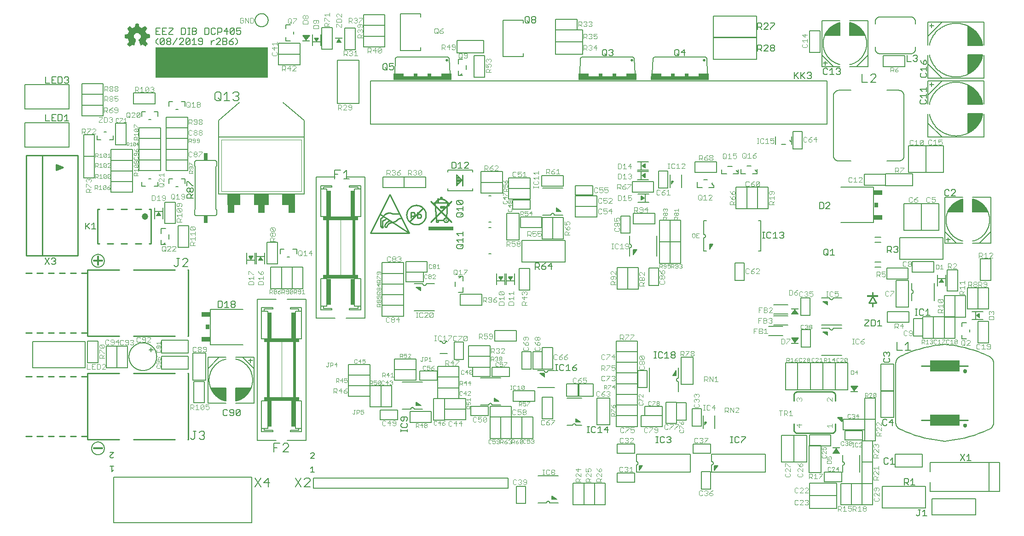
<source format=gto>
G75*
%MOIN*%
%OFA0B0*%
%FSLAX25Y25*%
%IPPOS*%
%LPD*%
%AMOC8*
5,1,8,0,0,1.08239X$1,22.5*
%
%ADD10R,0.01485X0.00015*%
%ADD11R,0.00045X0.00015*%
%ADD12R,0.00105X0.00015*%
%ADD13R,0.00165X0.00015*%
%ADD14R,0.00225X0.00015*%
%ADD15R,0.00285X0.00015*%
%ADD16R,0.00345X0.00015*%
%ADD17R,0.00405X0.00015*%
%ADD18R,0.00435X0.00015*%
%ADD19R,0.00465X0.00015*%
%ADD20R,0.00495X0.00015*%
%ADD21R,0.00540X0.00015*%
%ADD22R,0.00585X0.00015*%
%ADD23R,0.00645X0.00015*%
%ADD24R,0.00150X0.00015*%
%ADD25R,0.00675X0.00015*%
%ADD26R,0.00195X0.00015*%
%ADD27R,0.00705X0.00015*%
%ADD28R,0.00240X0.00015*%
%ADD29R,0.00735X0.00015*%
%ADD30R,0.00270X0.00015*%
%ADD31R,0.00765X0.00015*%
%ADD32R,0.00300X0.00015*%
%ADD33R,0.00810X0.00015*%
%ADD34R,0.00360X0.00015*%
%ADD35R,0.00855X0.00015*%
%ADD36R,0.00435X0.00015*%
%ADD37R,0.00915X0.00015*%
%ADD38R,0.00465X0.00015*%
%ADD39R,0.00945X0.00015*%
%ADD40R,0.00960X0.00015*%
%ADD41R,0.00525X0.00015*%
%ADD42R,0.00990X0.00015*%
%ADD43R,0.00555X0.00015*%
%ADD44R,0.01035X0.00015*%
%ADD45R,0.00600X0.00015*%
%ADD46R,0.01080X0.00015*%
%ADD47R,0.01125X0.00015*%
%ADD48R,0.01170X0.00015*%
%ADD49R,0.00720X0.00015*%
%ADD50R,0.01200X0.00015*%
%ADD51R,0.00750X0.00015*%
%ADD52R,0.01230X0.00015*%
%ADD53R,0.00780X0.00015*%
%ADD54R,0.01260X0.00015*%
%ADD55R,0.00810X0.00015*%
%ADD56R,0.01305X0.00015*%
%ADD57R,0.01365X0.00015*%
%ADD58R,0.00900X0.00015*%
%ADD59R,0.01395X0.00015*%
%ADD60R,0.01440X0.00015*%
%ADD61R,0.01470X0.00015*%
%ADD62R,0.01005X0.00015*%
%ADD63R,0.01500X0.00015*%
%ADD64R,0.01020X0.00015*%
%ADD65R,0.01530X0.00015*%
%ADD66R,0.01065X0.00015*%
%ADD67R,0.01575X0.00015*%
%ADD68R,0.01095X0.00015*%
%ADD69R,0.01635X0.00015*%
%ADD70R,0.01155X0.00015*%
%ADD71R,0.01680X0.00015*%
%ADD72R,0.01200X0.00015*%
%ADD73R,0.01710X0.00015*%
%ADD74R,0.01230X0.00015*%
%ADD75R,0.01725X0.00015*%
%ADD76R,0.01245X0.00015*%
%ADD77R,0.01755X0.00015*%
%ADD78R,0.01275X0.00015*%
%ADD79R,0.01800X0.00015*%
%ADD80R,0.01320X0.00015*%
%ADD81R,0.01860X0.00015*%
%ADD82R,0.01905X0.00015*%
%ADD83R,0.01410X0.00015*%
%ADD84R,0.01935X0.00015*%
%ADD85R,0.01455X0.00015*%
%ADD86R,0.01965X0.00015*%
%ADD87R,0.01485X0.00015*%
%ADD88R,0.01995X0.00015*%
%ADD89R,0.01515X0.00015*%
%ADD90R,0.02040X0.00015*%
%ADD91R,0.01530X0.00015*%
%ADD92R,0.02070X0.00015*%
%ADD93R,0.01575X0.00015*%
%ADD94R,0.02115X0.00015*%
%ADD95R,0.01620X0.00015*%
%ADD96R,0.02160X0.00015*%
%ADD97R,0.01665X0.00015*%
%ADD98R,0.02190X0.00015*%
%ADD99R,0.00075X0.00015*%
%ADD100R,0.01695X0.00015*%
%ADD101R,0.02220X0.00015*%
%ADD102R,0.00105X0.00015*%
%ADD103R,0.02235X0.00015*%
%ADD104R,0.00135X0.00015*%
%ADD105R,0.01755X0.00015*%
%ADD106R,0.02280X0.00015*%
%ADD107R,0.00180X0.00015*%
%ADD108R,0.01785X0.00015*%
%ADD109R,0.02340X0.00015*%
%ADD110R,0.00240X0.00015*%
%ADD111R,0.01830X0.00015*%
%ADD112R,0.02385X0.00015*%
%ADD113R,0.01890X0.00015*%
%ADD114R,0.02415X0.00015*%
%ADD115R,0.00330X0.00015*%
%ADD116R,0.00120X0.00015*%
%ADD117R,0.01920X0.00015*%
%ADD118R,0.02430X0.00015*%
%ADD119R,0.00375X0.00015*%
%ADD120R,0.02460X0.00015*%
%ADD121R,0.00405X0.00015*%
%ADD122R,0.00195X0.00015*%
%ADD123R,0.01965X0.00015*%
%ADD124R,0.02505X0.00015*%
%ADD125R,0.00210X0.00015*%
%ADD126R,0.02010X0.00015*%
%ADD127R,0.02535X0.00015*%
%ADD128R,0.00480X0.00015*%
%ADD129R,0.02580X0.00015*%
%ADD130R,0.00540X0.00015*%
%ADD131R,0.02085X0.00015*%
%ADD132R,0.02625X0.00015*%
%ADD133R,0.02130X0.00015*%
%ADD134R,0.02670X0.00015*%
%ADD135R,0.00630X0.00015*%
%ADD136R,0.02700X0.00015*%
%ADD137R,0.00660X0.00015*%
%ADD138R,0.00450X0.00015*%
%ADD139R,0.02190X0.00015*%
%ADD140R,0.02715X0.00015*%
%ADD141R,0.02205X0.00015*%
%ADD142R,0.02745X0.00015*%
%ADD143R,0.00510X0.00015*%
%ADD144R,0.02235X0.00015*%
%ADD145R,0.02775X0.00015*%
%ADD146R,0.02820X0.00015*%
%ADD147R,0.02310X0.00015*%
%ADD148R,0.02880X0.00015*%
%ADD149R,0.00855X0.00015*%
%ADD150R,0.02355X0.00015*%
%ADD151R,0.02895X0.00015*%
%ADD152R,0.00870X0.00015*%
%ADD153R,0.00660X0.00015*%
%ADD154R,0.02925X0.00015*%
%ADD155R,0.00690X0.00015*%
%ADD156R,0.02970X0.00015*%
%ADD157R,0.03000X0.00015*%
%ADD158R,0.00750X0.00015*%
%ADD159R,0.03045X0.00015*%
%ADD160R,0.01005X0.00015*%
%ADD161R,0.00780X0.00015*%
%ADD162R,0.02505X0.00015*%
%ADD163R,0.03090X0.00015*%
%ADD164R,0.01050X0.00015*%
%ADD165R,0.00825X0.00015*%
%ADD166R,0.02550X0.00015*%
%ADD167R,0.03135X0.00015*%
%ADD168R,0.01095X0.00015*%
%ADD169R,0.00870X0.00015*%
%ADD170R,0.03165X0.00015*%
%ADD171R,0.01125X0.00015*%
%ADD172R,0.02625X0.00015*%
%ADD173R,0.03195X0.00015*%
%ADD174R,0.01140X0.00015*%
%ADD175R,0.00930X0.00015*%
%ADD176R,0.02655X0.00015*%
%ADD177R,0.03210X0.00015*%
%ADD178R,0.00960X0.00015*%
%ADD179R,0.03240X0.00015*%
%ADD180R,0.02700X0.00015*%
%ADD181R,0.03285X0.00015*%
%ADD182R,0.01245X0.00015*%
%ADD183R,0.02745X0.00015*%
%ADD184R,0.03330X0.00015*%
%ADD185R,0.02790X0.00015*%
%ADD186R,0.03360X0.00015*%
%ADD187R,0.01110X0.00015*%
%ADD188R,0.02835X0.00015*%
%ADD189R,0.03390X0.00015*%
%ADD190R,0.01335X0.00015*%
%ADD191R,0.01140X0.00015*%
%ADD192R,0.02865X0.00015*%
%ADD193R,0.03420X0.00015*%
%ADD194R,0.01155X0.00015*%
%ADD195R,0.04905X0.00015*%
%ADD196R,0.04920X0.00015*%
%ADD197R,0.02940X0.00015*%
%ADD198R,0.04950X0.00015*%
%ADD199R,0.02985X0.00015*%
%ADD200R,0.04965X0.00015*%
%ADD201R,0.01275X0.00015*%
%ADD202R,0.03015X0.00015*%
%ADD203R,0.04980X0.00015*%
%ADD204R,0.03045X0.00015*%
%ADD205R,0.05010X0.00015*%
%ADD206R,0.01335X0.00015*%
%ADD207R,0.03075X0.00015*%
%ADD208R,0.01350X0.00015*%
%ADD209R,0.03105X0.00015*%
%ADD210R,0.05040X0.00015*%
%ADD211R,0.01380X0.00015*%
%ADD212R,0.05040X0.00015*%
%ADD213R,0.01410X0.00015*%
%ADD214R,0.03180X0.00015*%
%ADD215R,0.05070X0.00015*%
%ADD216R,0.03225X0.00015*%
%ADD217R,0.03255X0.00015*%
%ADD218R,0.05085X0.00015*%
%ADD219R,0.01515X0.00015*%
%ADD220R,0.03300X0.00015*%
%ADD221R,0.05100X0.00015*%
%ADD222R,0.04935X0.00015*%
%ADD223R,0.05115X0.00015*%
%ADD224R,0.04995X0.00015*%
%ADD225R,0.05130X0.00015*%
%ADD226R,0.05010X0.00015*%
%ADD227R,0.05130X0.00015*%
%ADD228R,0.05010X0.00015*%
%ADD229R,0.05025X0.00015*%
%ADD230R,0.05040X0.00015*%
%ADD231R,0.05055X0.00015*%
%ADD232R,0.05130X0.00015*%
%ADD233R,0.05085X0.00015*%
%ADD234R,0.05115X0.00015*%
%ADD235R,0.05145X0.00015*%
%ADD236R,0.05160X0.00015*%
%ADD237R,0.05130X0.00015*%
%ADD238R,0.05190X0.00015*%
%ADD239R,0.05190X0.00015*%
%ADD240R,0.05205X0.00015*%
%ADD241R,0.05220X0.00015*%
%ADD242R,0.05070X0.00015*%
%ADD243R,0.05085X0.00015*%
%ADD244R,0.05205X0.00015*%
%ADD245R,0.05220X0.00015*%
%ADD246R,0.05055X0.00015*%
%ADD247R,0.05025X0.00015*%
%ADD248R,0.05205X0.00015*%
%ADD249R,0.05025X0.00015*%
%ADD250R,0.05190X0.00015*%
%ADD251R,0.05190X0.00015*%
%ADD252R,0.04995X0.00015*%
%ADD253R,0.05175X0.00015*%
%ADD254R,0.04950X0.00015*%
%ADD255R,0.05145X0.00015*%
%ADD256R,0.05145X0.00015*%
%ADD257R,0.04920X0.00015*%
%ADD258R,0.04905X0.00015*%
%ADD259R,0.04905X0.00015*%
%ADD260R,0.05115X0.00015*%
%ADD261R,0.04890X0.00015*%
%ADD262R,0.04890X0.00015*%
%ADD263R,0.04875X0.00015*%
%ADD264R,0.04845X0.00015*%
%ADD265R,0.04830X0.00015*%
%ADD266R,0.04830X0.00015*%
%ADD267R,0.05070X0.00015*%
%ADD268R,0.04830X0.00015*%
%ADD269R,0.04815X0.00015*%
%ADD270R,0.04800X0.00015*%
%ADD271R,0.04800X0.00015*%
%ADD272R,0.05010X0.00015*%
%ADD273R,0.04785X0.00015*%
%ADD274R,0.04770X0.00015*%
%ADD275R,0.04770X0.00015*%
%ADD276R,0.04755X0.00015*%
%ADD277R,0.04740X0.00015*%
%ADD278R,0.04725X0.00015*%
%ADD279R,0.04725X0.00015*%
%ADD280R,0.04980X0.00015*%
%ADD281R,0.04710X0.00015*%
%ADD282R,0.04725X0.00015*%
%ADD283R,0.04710X0.00015*%
%ADD284R,0.04695X0.00015*%
%ADD285R,0.04680X0.00015*%
%ADD286R,0.04695X0.00015*%
%ADD287R,0.04680X0.00015*%
%ADD288R,0.04905X0.00015*%
%ADD289R,0.04665X0.00015*%
%ADD290R,0.04650X0.00015*%
%ADD291R,0.04635X0.00015*%
%ADD292R,0.04620X0.00015*%
%ADD293R,0.04620X0.00015*%
%ADD294R,0.04890X0.00015*%
%ADD295R,0.04605X0.00015*%
%ADD296R,0.04605X0.00015*%
%ADD297R,0.04590X0.00015*%
%ADD298R,0.04845X0.00015*%
%ADD299R,0.04575X0.00015*%
%ADD300R,0.04590X0.00015*%
%ADD301R,0.04575X0.00015*%
%ADD302R,0.04845X0.00015*%
%ADD303R,0.04560X0.00015*%
%ADD304R,0.04545X0.00015*%
%ADD305R,0.04530X0.00015*%
%ADD306R,0.04515X0.00015*%
%ADD307R,0.04530X0.00015*%
%ADD308R,0.04500X0.00015*%
%ADD309R,0.04515X0.00015*%
%ADD310R,0.04785X0.00015*%
%ADD311R,0.04485X0.00015*%
%ADD312R,0.04755X0.00015*%
%ADD313R,0.04470X0.00015*%
%ADD314R,0.04740X0.00015*%
%ADD315R,0.04485X0.00015*%
%ADD316R,0.04755X0.00015*%
%ADD317R,0.04545X0.00015*%
%ADD318R,0.04695X0.00015*%
%ADD319R,0.04680X0.00015*%
%ADD320R,0.04665X0.00015*%
%ADD321R,0.04725X0.00015*%
%ADD322R,0.04680X0.00015*%
%ADD323R,0.04860X0.00015*%
%ADD324R,0.04740X0.00015*%
%ADD325R,0.04875X0.00015*%
%ADD326R,0.04965X0.00015*%
%ADD327R,0.04860X0.00015*%
%ADD328R,0.04995X0.00015*%
%ADD329R,0.04875X0.00015*%
%ADD330R,0.04980X0.00015*%
%ADD331R,0.05235X0.00015*%
%ADD332R,0.05235X0.00015*%
%ADD333R,0.05250X0.00015*%
%ADD334R,0.05280X0.00015*%
%ADD335R,0.05295X0.00015*%
%ADD336R,0.05325X0.00015*%
%ADD337R,0.05340X0.00015*%
%ADD338R,0.05235X0.00015*%
%ADD339R,0.05355X0.00015*%
%ADD340R,0.05370X0.00015*%
%ADD341R,0.05265X0.00015*%
%ADD342R,0.05370X0.00015*%
%ADD343R,0.05280X0.00015*%
%ADD344R,0.05385X0.00015*%
%ADD345R,0.05295X0.00015*%
%ADD346R,0.05400X0.00015*%
%ADD347R,0.05415X0.00015*%
%ADD348R,0.05310X0.00015*%
%ADD349R,0.05430X0.00015*%
%ADD350R,0.05445X0.00015*%
%ADD351R,0.05460X0.00015*%
%ADD352R,0.05355X0.00015*%
%ADD353R,0.05475X0.00015*%
%ADD354R,0.05505X0.00015*%
%ADD355R,0.05520X0.00015*%
%ADD356R,0.05535X0.00015*%
%ADD357R,0.05550X0.00015*%
%ADD358R,0.05550X0.00015*%
%ADD359R,0.05475X0.00015*%
%ADD360R,0.05490X0.00015*%
%ADD361R,0.05475X0.00015*%
%ADD362R,0.05385X0.00015*%
%ADD363R,0.05370X0.00015*%
%ADD364R,0.05325X0.00015*%
%ADD365R,0.05310X0.00015*%
%ADD366R,0.05265X0.00015*%
%ADD367R,0.05175X0.00015*%
%ADD368R,0.04980X0.00015*%
%ADD369R,0.04965X0.00015*%
%ADD370R,0.04860X0.00015*%
%ADD371R,0.04845X0.00015*%
%ADD372R,0.04815X0.00015*%
%ADD373R,0.04770X0.00015*%
%ADD374R,0.05295X0.00015*%
%ADD375R,0.04635X0.00015*%
%ADD376R,0.05610X0.00015*%
%ADD377R,0.05700X0.00015*%
%ADD378R,0.05760X0.00015*%
%ADD379R,0.05805X0.00015*%
%ADD380R,0.05850X0.00015*%
%ADD381R,0.05895X0.00015*%
%ADD382R,0.06000X0.00015*%
%ADD383R,0.06135X0.00015*%
%ADD384R,0.06225X0.00015*%
%ADD385R,0.06300X0.00015*%
%ADD386R,0.06330X0.00015*%
%ADD387R,0.06375X0.00015*%
%ADD388R,0.06450X0.00015*%
%ADD389R,0.06570X0.00015*%
%ADD390R,0.05565X0.00015*%
%ADD391R,0.06690X0.00015*%
%ADD392R,0.06735X0.00015*%
%ADD393R,0.05790X0.00015*%
%ADD394R,0.06765X0.00015*%
%ADD395R,0.05850X0.00015*%
%ADD396R,0.06780X0.00015*%
%ADD397R,0.05895X0.00015*%
%ADD398R,0.06795X0.00015*%
%ADD399R,0.05955X0.00015*%
%ADD400R,0.06810X0.00015*%
%ADD401R,0.06060X0.00015*%
%ADD402R,0.06195X0.00015*%
%ADD403R,0.06825X0.00015*%
%ADD404R,0.06330X0.00015*%
%ADD405R,0.06840X0.00015*%
%ADD406R,0.06390X0.00015*%
%ADD407R,0.06495X0.00015*%
%ADD408R,0.06840X0.00015*%
%ADD409R,0.06555X0.00015*%
%ADD410R,0.06825X0.00015*%
%ADD411R,0.06645X0.00015*%
%ADD412R,0.06825X0.00015*%
%ADD413R,0.06705X0.00015*%
%ADD414R,0.06705X0.00015*%
%ADD415R,0.06810X0.00015*%
%ADD416R,0.06720X0.00015*%
%ADD417R,0.06795X0.00015*%
%ADD418R,0.06750X0.00015*%
%ADD419R,0.06765X0.00015*%
%ADD420R,0.06795X0.00015*%
%ADD421R,0.06780X0.00015*%
%ADD422R,0.06780X0.00015*%
%ADD423R,0.06750X0.00015*%
%ADD424R,0.06720X0.00015*%
%ADD425R,0.06720X0.00015*%
%ADD426R,0.06705X0.00015*%
%ADD427R,0.06705X0.00015*%
%ADD428R,0.06690X0.00015*%
%ADD429R,0.06675X0.00015*%
%ADD430R,0.06690X0.00015*%
%ADD431R,0.06675X0.00015*%
%ADD432R,0.06675X0.00015*%
%ADD433R,0.06660X0.00015*%
%ADD434R,0.06675X0.00015*%
%ADD435R,0.06660X0.00015*%
%ADD436R,0.06660X0.00015*%
%ADD437R,0.06645X0.00015*%
%ADD438R,0.06630X0.00015*%
%ADD439R,0.06660X0.00015*%
%ADD440R,0.06630X0.00015*%
%ADD441R,0.06645X0.00015*%
%ADD442R,0.06735X0.00015*%
%ADD443R,0.06765X0.00015*%
%ADD444R,0.06780X0.00015*%
%ADD445R,0.06825X0.00015*%
%ADD446R,0.06855X0.00015*%
%ADD447R,0.06855X0.00015*%
%ADD448R,0.06870X0.00015*%
%ADD449R,0.06885X0.00015*%
%ADD450R,0.06525X0.00015*%
%ADD451R,0.06405X0.00015*%
%ADD452R,0.06255X0.00015*%
%ADD453R,0.06165X0.00015*%
%ADD454R,0.06870X0.00015*%
%ADD455R,0.06120X0.00015*%
%ADD456R,0.06885X0.00015*%
%ADD457R,0.06060X0.00015*%
%ADD458R,0.06015X0.00015*%
%ADD459R,0.05910X0.00015*%
%ADD460R,0.05670X0.00015*%
%ADD461R,0.05595X0.00015*%
%ADD462R,0.06585X0.00015*%
%ADD463R,0.05160X0.00015*%
%ADD464R,0.06390X0.00015*%
%ADD465R,0.05025X0.00015*%
%ADD466R,0.06330X0.00015*%
%ADD467R,0.06075X0.00015*%
%ADD468R,0.05820X0.00015*%
%ADD469R,0.05775X0.00015*%
%ADD470R,0.05685X0.00015*%
%ADD471R,0.05460X0.00015*%
%ADD472R,0.04860X0.00015*%
%ADD473R,0.04935X0.00015*%
%ADD474R,0.05160X0.00015*%
%ADD475R,0.05325X0.00015*%
%ADD476R,0.05340X0.00015*%
%ADD477R,0.05355X0.00015*%
%ADD478R,0.05430X0.00015*%
%ADD479R,0.05535X0.00015*%
%ADD480R,0.05595X0.00015*%
%ADD481R,0.05640X0.00015*%
%ADD482R,0.05640X0.00015*%
%ADD483R,0.05670X0.00015*%
%ADD484R,0.05685X0.00015*%
%ADD485R,0.05700X0.00015*%
%ADD486R,0.05715X0.00015*%
%ADD487R,0.05715X0.00015*%
%ADD488R,0.05730X0.00015*%
%ADD489R,0.05745X0.00015*%
%ADD490R,0.05760X0.00015*%
%ADD491R,0.06000X0.00015*%
%ADD492R,0.06105X0.00015*%
%ADD493R,0.06180X0.00015*%
%ADD494R,0.06210X0.00015*%
%ADD495R,0.12690X0.00015*%
%ADD496R,0.12675X0.00015*%
%ADD497R,0.12660X0.00015*%
%ADD498R,0.12660X0.00015*%
%ADD499R,0.12645X0.00015*%
%ADD500R,0.12615X0.00015*%
%ADD501R,0.12600X0.00015*%
%ADD502R,0.12585X0.00015*%
%ADD503R,0.12555X0.00015*%
%ADD504R,0.12540X0.00015*%
%ADD505R,0.12525X0.00015*%
%ADD506R,0.12510X0.00015*%
%ADD507R,0.12510X0.00015*%
%ADD508R,0.12480X0.00015*%
%ADD509R,0.12450X0.00015*%
%ADD510R,0.12435X0.00015*%
%ADD511R,0.12420X0.00015*%
%ADD512R,0.12390X0.00015*%
%ADD513R,0.12375X0.00015*%
%ADD514R,0.12360X0.00015*%
%ADD515R,0.12330X0.00015*%
%ADD516R,0.12300X0.00015*%
%ADD517R,0.12285X0.00015*%
%ADD518R,0.12270X0.00015*%
%ADD519R,0.12255X0.00015*%
%ADD520R,0.12240X0.00015*%
%ADD521R,0.12225X0.00015*%
%ADD522R,0.12195X0.00015*%
%ADD523R,0.12165X0.00015*%
%ADD524R,0.12150X0.00015*%
%ADD525R,0.12135X0.00015*%
%ADD526R,0.12120X0.00015*%
%ADD527R,0.12090X0.00015*%
%ADD528R,0.12075X0.00015*%
%ADD529R,0.12060X0.00015*%
%ADD530R,0.12045X0.00015*%
%ADD531R,0.12015X0.00015*%
%ADD532R,0.12000X0.00015*%
%ADD533R,0.11985X0.00015*%
%ADD534R,0.11955X0.00015*%
%ADD535R,0.11940X0.00015*%
%ADD536R,0.11925X0.00015*%
%ADD537R,0.11910X0.00015*%
%ADD538R,0.11910X0.00015*%
%ADD539R,0.11880X0.00015*%
%ADD540R,0.11850X0.00015*%
%ADD541R,0.11835X0.00015*%
%ADD542R,0.11805X0.00015*%
%ADD543R,0.11775X0.00015*%
%ADD544R,0.11760X0.00015*%
%ADD545R,0.11745X0.00015*%
%ADD546R,0.11730X0.00015*%
%ADD547R,0.11700X0.00015*%
%ADD548R,0.11700X0.00015*%
%ADD549R,0.11685X0.00015*%
%ADD550R,0.11655X0.00015*%
%ADD551R,0.11640X0.00015*%
%ADD552R,0.11625X0.00015*%
%ADD553R,0.11625X0.00015*%
%ADD554R,0.11670X0.00015*%
%ADD555R,0.11715X0.00015*%
%ADD556R,0.11790X0.00015*%
%ADD557R,0.11820X0.00015*%
%ADD558R,0.11820X0.00015*%
%ADD559R,0.11880X0.00015*%
%ADD560R,0.11895X0.00015*%
%ADD561R,0.11970X0.00015*%
%ADD562R,0.12045X0.00015*%
%ADD563R,0.12075X0.00015*%
%ADD564R,0.12105X0.00015*%
%ADD565R,0.12135X0.00015*%
%ADD566R,0.12165X0.00015*%
%ADD567R,0.12180X0.00015*%
%ADD568R,0.12195X0.00015*%
%ADD569R,0.12210X0.00015*%
%ADD570R,0.12225X0.00015*%
%ADD571R,0.12255X0.00015*%
%ADD572R,0.12360X0.00015*%
%ADD573R,0.12390X0.00015*%
%ADD574R,0.12405X0.00015*%
%ADD575R,0.12435X0.00015*%
%ADD576R,0.12480X0.00015*%
%ADD577R,0.12480X0.00015*%
%ADD578R,0.12510X0.00015*%
%ADD579R,0.12570X0.00015*%
%ADD580R,0.12630X0.00015*%
%ADD581R,0.12675X0.00015*%
%ADD582R,0.12705X0.00015*%
%ADD583R,0.12735X0.00015*%
%ADD584R,0.12750X0.00015*%
%ADD585R,0.12780X0.00015*%
%ADD586R,0.12795X0.00015*%
%ADD587R,0.12810X0.00015*%
%ADD588R,0.12840X0.00015*%
%ADD589R,0.12855X0.00015*%
%ADD590R,0.12885X0.00015*%
%ADD591R,0.12900X0.00015*%
%ADD592R,0.12915X0.00015*%
%ADD593R,0.12945X0.00015*%
%ADD594R,0.12960X0.00015*%
%ADD595R,0.12990X0.00015*%
%ADD596R,0.13005X0.00015*%
%ADD597R,0.13020X0.00015*%
%ADD598R,0.13035X0.00015*%
%ADD599R,0.13065X0.00015*%
%ADD600R,0.13080X0.00015*%
%ADD601R,0.13110X0.00015*%
%ADD602R,0.13125X0.00015*%
%ADD603R,0.13155X0.00015*%
%ADD604R,0.13170X0.00015*%
%ADD605R,0.13200X0.00015*%
%ADD606R,0.13230X0.00015*%
%ADD607R,0.13260X0.00015*%
%ADD608R,0.13290X0.00015*%
%ADD609R,0.13320X0.00015*%
%ADD610R,0.13350X0.00015*%
%ADD611R,0.13365X0.00015*%
%ADD612R,0.13395X0.00015*%
%ADD613R,0.13425X0.00015*%
%ADD614R,0.13455X0.00015*%
%ADD615R,0.13470X0.00015*%
%ADD616R,0.13500X0.00015*%
%ADD617R,0.13530X0.00015*%
%ADD618R,0.13560X0.00015*%
%ADD619R,0.13575X0.00015*%
%ADD620R,0.13605X0.00015*%
%ADD621R,0.13635X0.00015*%
%ADD622R,0.13650X0.00015*%
%ADD623R,0.13680X0.00015*%
%ADD624R,0.13695X0.00015*%
%ADD625R,0.13725X0.00015*%
%ADD626R,0.13740X0.00015*%
%ADD627R,0.13770X0.00015*%
%ADD628R,0.13785X0.00015*%
%ADD629R,0.13800X0.00015*%
%ADD630R,0.13830X0.00015*%
%ADD631R,0.13860X0.00015*%
%ADD632R,0.13875X0.00015*%
%ADD633R,0.13905X0.00015*%
%ADD634R,0.13935X0.00015*%
%ADD635R,0.13950X0.00015*%
%ADD636R,0.13980X0.00015*%
%ADD637R,0.14010X0.00015*%
%ADD638R,0.14025X0.00015*%
%ADD639R,0.14055X0.00015*%
%ADD640R,0.14070X0.00015*%
%ADD641R,0.14085X0.00015*%
%ADD642R,0.14115X0.00015*%
%ADD643R,0.14145X0.00015*%
%ADD644R,0.14160X0.00015*%
%ADD645R,0.14190X0.00015*%
%ADD646R,0.14205X0.00015*%
%ADD647R,0.14220X0.00015*%
%ADD648R,0.14235X0.00015*%
%ADD649R,0.14265X0.00015*%
%ADD650R,0.14280X0.00015*%
%ADD651R,0.14295X0.00015*%
%ADD652R,0.14295X0.00015*%
%ADD653R,0.14250X0.00015*%
%ADD654R,0.14205X0.00015*%
%ADD655R,0.14175X0.00015*%
%ADD656R,0.14160X0.00015*%
%ADD657R,0.14130X0.00015*%
%ADD658R,0.14100X0.00015*%
%ADD659R,0.14040X0.00015*%
%ADD660R,0.14010X0.00015*%
%ADD661R,0.03465X0.00015*%
%ADD662R,0.10440X0.00015*%
%ADD663R,0.03420X0.00015*%
%ADD664R,0.10395X0.00015*%
%ADD665R,0.03375X0.00015*%
%ADD666R,0.10335X0.00015*%
%ADD667R,0.03570X0.00015*%
%ADD668R,0.06600X0.00015*%
%ADD669R,0.03525X0.00015*%
%ADD670R,0.03270X0.00015*%
%ADD671R,0.03495X0.00015*%
%ADD672R,0.03210X0.00015*%
%ADD673R,0.06480X0.00015*%
%ADD674R,0.03435X0.00015*%
%ADD675R,0.03165X0.00015*%
%ADD676R,0.03390X0.00015*%
%ADD677R,0.03120X0.00015*%
%ADD678R,0.06315X0.00015*%
%ADD679R,0.03345X0.00015*%
%ADD680R,0.03090X0.00015*%
%ADD681R,0.03075X0.00015*%
%ADD682R,0.06225X0.00015*%
%ADD683R,0.03270X0.00015*%
%ADD684R,0.06180X0.00015*%
%ADD685R,0.02970X0.00015*%
%ADD686R,0.06075X0.00015*%
%ADD687R,0.03195X0.00015*%
%ADD688R,0.02925X0.00015*%
%ADD689R,0.05985X0.00015*%
%ADD690R,0.03135X0.00015*%
%ADD691R,0.02850X0.00015*%
%ADD692R,0.05835X0.00015*%
%ADD693R,0.03030X0.00015*%
%ADD694R,0.02805X0.00015*%
%ADD695R,0.02730X0.00015*%
%ADD696R,0.05625X0.00015*%
%ADD697R,0.02925X0.00015*%
%ADD698R,0.02640X0.00015*%
%ADD699R,0.02595X0.00015*%
%ADD700R,0.02565X0.00015*%
%ADD701R,0.02760X0.00015*%
%ADD702R,0.02520X0.00015*%
%ADD703R,0.02730X0.00015*%
%ADD704R,0.02475X0.00015*%
%ADD705R,0.02685X0.00015*%
%ADD706R,0.02445X0.00015*%
%ADD707R,0.02400X0.00015*%
%ADD708R,0.02370X0.00015*%
%ADD709R,0.02565X0.00015*%
%ADD710R,0.02340X0.00015*%
%ADD711R,0.02325X0.00015*%
%ADD712R,0.02505X0.00015*%
%ADD713R,0.02280X0.00015*%
%ADD714R,0.02460X0.00015*%
%ADD715R,0.04560X0.00015*%
%ADD716R,0.02190X0.00015*%
%ADD717R,0.04440X0.00015*%
%ADD718R,0.02370X0.00015*%
%ADD719R,0.02145X0.00015*%
%ADD720R,0.04365X0.00015*%
%ADD721R,0.04320X0.00015*%
%ADD722R,0.02310X0.00015*%
%ADD723R,0.02100X0.00015*%
%ADD724R,0.04260X0.00015*%
%ADD725R,0.04200X0.00015*%
%ADD726R,0.02265X0.00015*%
%ADD727R,0.02040X0.00015*%
%ADD728R,0.04095X0.00015*%
%ADD729R,0.02220X0.00015*%
%ADD730R,0.03915X0.00015*%
%ADD731R,0.02175X0.00015*%
%ADD732R,0.03765X0.00015*%
%ADD733R,0.03675X0.00015*%
%ADD734R,0.01890X0.00015*%
%ADD735R,0.03615X0.00015*%
%ADD736R,0.02055X0.00015*%
%ADD737R,0.01860X0.00015*%
%ADD738R,0.03555X0.00015*%
%ADD739R,0.01815X0.00015*%
%ADD740R,0.03450X0.00015*%
%ADD741R,0.01725X0.00015*%
%ADD742R,0.03315X0.00015*%
%ADD743R,0.01905X0.00015*%
%ADD744R,0.01680X0.00015*%
%ADD745R,0.01650X0.00015*%
%ADD746R,0.01620X0.00015*%
%ADD747R,0.01590X0.00015*%
%ADD748R,0.01770X0.00015*%
%ADD749R,0.01560X0.00015*%
%ADD750R,0.03240X0.00015*%
%ADD751R,0.01740X0.00015*%
%ADD752R,0.01665X0.00015*%
%ADD753R,0.01455X0.00015*%
%ADD754R,0.01635X0.00015*%
%ADD755R,0.01410X0.00015*%
%ADD756R,0.01395X0.00015*%
%ADD757R,0.01365X0.00015*%
%ADD758R,0.01335X0.00015*%
%ADD759R,0.01290X0.00015*%
%ADD760R,0.03210X0.00015*%
%ADD761R,0.01455X0.00015*%
%ADD762R,0.01185X0.00015*%
%ADD763R,0.01290X0.00015*%
%ADD764R,0.01110X0.00015*%
%ADD765R,0.01260X0.00015*%
%ADD766R,0.03180X0.00015*%
%ADD767R,0.00975X0.00015*%
%ADD768R,0.03150X0.00015*%
%ADD769R,0.00885X0.00015*%
%ADD770R,0.03150X0.00015*%
%ADD771R,0.01050X0.00015*%
%ADD772R,0.00795X0.00015*%
%ADD773R,0.00885X0.00015*%
%ADD774R,0.00690X0.00015*%
%ADD775R,0.00840X0.00015*%
%ADD776R,0.00570X0.00015*%
%ADD777R,0.00525X0.00015*%
%ADD778R,0.03105X0.00015*%
%ADD779R,0.00660X0.00015*%
%ADD780R,0.00615X0.00015*%
%ADD781R,0.00420X0.00015*%
%ADD782R,0.00555X0.00015*%
%ADD783R,0.00390X0.00015*%
%ADD784R,0.00525X0.00015*%
%ADD785R,0.00360X0.00015*%
%ADD786R,0.00495X0.00015*%
%ADD787R,0.03075X0.00015*%
%ADD788R,0.00450X0.00015*%
%ADD789R,0.00225X0.00015*%
%ADD790R,0.00345X0.00015*%
%ADD791R,0.00255X0.00015*%
%ADD792R,0.03060X0.00015*%
%ADD793R,0.00180X0.00015*%
%ADD794R,0.00075X0.00015*%
%ADD795R,0.03000X0.00015*%
%ADD796R,0.02955X0.00015*%
%ADD797R,0.02940X0.00015*%
%ADD798R,0.02940X0.00015*%
%ADD799R,0.02910X0.00015*%
%ADD800R,0.02910X0.00015*%
%ADD801R,0.02865X0.00015*%
%ADD802R,0.02805X0.00015*%
%ADD803R,0.02775X0.00015*%
%ADD804R,0.02760X0.00015*%
%ADD805R,0.02655X0.00015*%
%ADD806R,0.02640X0.00015*%
%ADD807R,0.02610X0.00015*%
%ADD808R,0.02595X0.00015*%
%ADD809R,0.02535X0.00015*%
%ADD810R,0.02475X0.00015*%
%ADD811R,0.02175X0.00015*%
%ADD812R,0.01575X0.00015*%
%ADD813C,0.00500*%
%ADD814R,0.81250X0.22250*%
%ADD815C,0.00800*%
%ADD816C,0.01200*%
%ADD817C,0.01000*%
%ADD818C,0.00400*%
%ADD819C,0.00300*%
%ADD820R,0.05512X0.00787*%
%ADD821C,0.00600*%
%ADD822C,0.02000*%
%ADD823R,0.42000X0.03000*%
%ADD824R,0.07500X0.02000*%
%ADD825R,0.03000X0.02000*%
%ADD826R,0.01750X0.09000*%
%ADD827R,0.00600X0.09000*%
%ADD828C,0.00000*%
%ADD829C,0.00700*%
%ADD830C,0.00200*%
%ADD831C,0.04724*%
%ADD832R,0.03000X0.03400*%
%ADD833R,0.06000X0.03400*%
%ADD834R,0.18000X0.03000*%
%ADD835R,0.09500X0.08000*%
%ADD836R,0.11000X0.08000*%
%ADD837R,0.05000X0.07500*%
%ADD838R,0.03000X0.05500*%
%ADD839R,0.04500X0.02500*%
%ADD840R,0.16000X0.02500*%
%ADD841R,0.02000X0.40000*%
%ADD842R,0.03000X0.19000*%
%ADD843R,0.00787X0.05512*%
%ADD844R,0.08268X0.01181*%
%ADD845R,0.21654X0.07874*%
%ADD846C,0.01378*%
D10*
X0165589Y0427054D03*
D11*
X0162699Y0421344D03*
X0170904Y0422214D03*
X0174084Y0421509D03*
D12*
X0162699Y0421359D03*
D13*
X0162699Y0421374D03*
D14*
X0162699Y0421389D03*
D15*
X0162699Y0421404D03*
X0162789Y0435789D03*
D16*
X0162699Y0421419D03*
X0170949Y0422304D03*
D17*
X0170964Y0422319D03*
X0162699Y0421433D03*
D18*
X0162699Y0421449D03*
D19*
X0162699Y0421464D03*
D20*
X0162699Y0421479D03*
X0174084Y0421644D03*
D21*
X0162706Y0421494D03*
D22*
X0162714Y0421509D03*
X0165729Y0422319D03*
X0171039Y0422409D03*
D23*
X0171054Y0422424D03*
X0174069Y0421704D03*
X0162714Y0421524D03*
D24*
X0170896Y0422244D03*
X0174091Y0421524D03*
D25*
X0174069Y0421719D03*
X0165699Y0422364D03*
X0162714Y0421539D03*
D26*
X0174084Y0421539D03*
D27*
X0171084Y0422469D03*
X0165684Y0422379D03*
X0162714Y0421554D03*
D28*
X0174091Y0421554D03*
D29*
X0162714Y0421569D03*
D30*
X0170926Y0422289D03*
X0174091Y0421569D03*
D31*
X0165669Y0422394D03*
X0162714Y0421583D03*
D32*
X0165826Y0422214D03*
X0174091Y0421583D03*
X0173716Y0435833D03*
D33*
X0162721Y0421599D03*
D34*
X0174091Y0421599D03*
D35*
X0174054Y0421794D03*
X0162729Y0421614D03*
D36*
X0165789Y0422274D03*
X0170979Y0422333D03*
X0174084Y0421614D03*
D37*
X0171144Y0422544D03*
X0165609Y0422469D03*
X0162729Y0421629D03*
X0162819Y0435533D03*
D38*
X0162804Y0435714D03*
X0174084Y0421629D03*
D39*
X0174054Y0421824D03*
X0165594Y0422483D03*
X0162729Y0421644D03*
X0168114Y0437709D03*
X0173694Y0435594D03*
D40*
X0162736Y0421659D03*
D41*
X0174084Y0421659D03*
D42*
X0174046Y0421839D03*
X0171166Y0422589D03*
X0162736Y0421674D03*
X0173686Y0435579D03*
D43*
X0174084Y0421674D03*
D44*
X0162744Y0421689D03*
D45*
X0174076Y0421689D03*
X0162811Y0435669D03*
D46*
X0173686Y0435533D03*
X0171196Y0422619D03*
X0162736Y0421704D03*
D47*
X0162744Y0421719D03*
D48*
X0162751Y0421733D03*
X0165526Y0422574D03*
X0171226Y0422679D03*
X0173671Y0435504D03*
D49*
X0173701Y0435683D03*
X0174061Y0421733D03*
D50*
X0162751Y0421749D03*
D51*
X0174061Y0421749D03*
D52*
X0162751Y0421764D03*
X0162841Y0435414D03*
X0173671Y0435489D03*
D53*
X0173701Y0435654D03*
X0174061Y0421764D03*
D54*
X0162751Y0421779D03*
D55*
X0165646Y0422409D03*
X0174061Y0421779D03*
X0173701Y0435639D03*
D56*
X0171279Y0422739D03*
X0162759Y0421794D03*
D57*
X0162759Y0421809D03*
X0165459Y0422664D03*
X0174024Y0422004D03*
D58*
X0174046Y0421809D03*
X0165616Y0422454D03*
D59*
X0162759Y0421824D03*
D60*
X0162766Y0421839D03*
D61*
X0162766Y0421854D03*
X0171316Y0422829D03*
D62*
X0174039Y0421854D03*
D63*
X0162766Y0421869D03*
X0162856Y0435309D03*
X0173656Y0435383D03*
D64*
X0173686Y0435564D03*
X0162826Y0435504D03*
X0174046Y0421869D03*
D65*
X0162766Y0421883D03*
D66*
X0174039Y0421883D03*
D67*
X0162774Y0421899D03*
D68*
X0174039Y0421899D03*
D69*
X0162774Y0421914D03*
D70*
X0174039Y0421914D03*
D71*
X0162781Y0421929D03*
D72*
X0165526Y0422589D03*
X0171241Y0422694D03*
X0174031Y0421929D03*
D73*
X0162781Y0421944D03*
D74*
X0174031Y0421944D03*
D75*
X0173994Y0422154D03*
X0162789Y0421959D03*
D76*
X0174024Y0421959D03*
D77*
X0162789Y0421974D03*
D78*
X0165489Y0422619D03*
X0174024Y0421974D03*
D79*
X0162781Y0421989D03*
X0173641Y0435264D03*
D80*
X0173671Y0435444D03*
X0174016Y0421989D03*
X0165481Y0422633D03*
D81*
X0162796Y0422004D03*
D82*
X0162804Y0422019D03*
X0162879Y0435144D03*
D83*
X0174016Y0422019D03*
D84*
X0173979Y0422244D03*
X0162804Y0422033D03*
X0162879Y0435129D03*
X0168294Y0437679D03*
D85*
X0171309Y0422814D03*
X0174009Y0422033D03*
D86*
X0162804Y0422049D03*
D87*
X0174009Y0422049D03*
D88*
X0162804Y0422064D03*
X0162879Y0435114D03*
D89*
X0174009Y0422064D03*
D90*
X0173971Y0422289D03*
X0162811Y0422079D03*
X0173626Y0435174D03*
D91*
X0173656Y0435369D03*
X0174001Y0422079D03*
D92*
X0162811Y0422094D03*
X0162886Y0435083D03*
D93*
X0174009Y0422094D03*
D94*
X0162819Y0422109D03*
D95*
X0174001Y0422109D03*
D96*
X0173956Y0422333D03*
X0162826Y0422124D03*
D97*
X0173994Y0422124D03*
D98*
X0162826Y0422139D03*
D99*
X0165879Y0422139D03*
D100*
X0173994Y0422139D03*
D101*
X0162826Y0422154D03*
D102*
X0165879Y0422154D03*
D103*
X0162834Y0422169D03*
X0162894Y0435009D03*
X0168309Y0437633D03*
D104*
X0165879Y0422169D03*
D105*
X0173994Y0422169D03*
D106*
X0173941Y0422394D03*
X0162841Y0422183D03*
D107*
X0165856Y0422183D03*
D108*
X0173994Y0422183D03*
X0162864Y0435204D03*
D109*
X0162841Y0422199D03*
D110*
X0165841Y0422199D03*
D111*
X0173986Y0422199D03*
X0173641Y0435249D03*
D112*
X0173934Y0422439D03*
X0162849Y0422214D03*
D113*
X0173986Y0422214D03*
D114*
X0173934Y0422454D03*
X0162849Y0422229D03*
X0173589Y0435009D03*
D115*
X0162796Y0435774D03*
X0165811Y0422229D03*
D116*
X0170896Y0422229D03*
X0162796Y0435819D03*
D117*
X0173986Y0422229D03*
D118*
X0173926Y0422469D03*
X0162856Y0422244D03*
X0168301Y0437559D03*
D119*
X0165804Y0422244D03*
D120*
X0162856Y0422259D03*
X0173926Y0422483D03*
D121*
X0165804Y0422259D03*
D122*
X0170904Y0422259D03*
D123*
X0173979Y0422259D03*
X0173634Y0435204D03*
D124*
X0162864Y0422274D03*
D125*
X0170911Y0422274D03*
D126*
X0173971Y0422274D03*
X0173626Y0435189D03*
D127*
X0173574Y0434964D03*
X0168294Y0437304D03*
X0168294Y0437319D03*
X0168294Y0437333D03*
X0168294Y0437364D03*
X0162864Y0422289D03*
D128*
X0165781Y0422289D03*
X0170986Y0422364D03*
X0173716Y0435774D03*
D129*
X0173566Y0434933D03*
X0168301Y0437229D03*
X0173911Y0422529D03*
X0162871Y0422304D03*
D130*
X0165751Y0422304D03*
X0171016Y0422394D03*
D131*
X0173964Y0422304D03*
X0173619Y0435144D03*
D132*
X0162879Y0422319D03*
D133*
X0173956Y0422319D03*
X0173611Y0435129D03*
X0162886Y0435054D03*
D134*
X0162946Y0434814D03*
X0168286Y0437019D03*
X0168286Y0437033D03*
X0173896Y0422574D03*
X0162886Y0422333D03*
D135*
X0165721Y0422333D03*
X0162811Y0435654D03*
D136*
X0168286Y0436899D03*
X0162886Y0422349D03*
D137*
X0165706Y0422349D03*
D138*
X0170986Y0422349D03*
D139*
X0173956Y0422349D03*
D140*
X0162894Y0422364D03*
X0168294Y0436794D03*
X0168294Y0436809D03*
X0168294Y0436824D03*
X0168294Y0436839D03*
X0168294Y0436854D03*
D141*
X0173949Y0422364D03*
D142*
X0162894Y0422379D03*
X0168294Y0436719D03*
D143*
X0171001Y0422379D03*
D144*
X0173949Y0422379D03*
D145*
X0162894Y0422394D03*
X0162954Y0434783D03*
X0173544Y0434859D03*
D146*
X0168286Y0436554D03*
X0168286Y0436569D03*
X0162961Y0434754D03*
X0162901Y0422409D03*
D147*
X0173941Y0422409D03*
D148*
X0173881Y0422664D03*
X0162901Y0422424D03*
X0162961Y0434724D03*
X0168286Y0436344D03*
X0168286Y0436359D03*
X0168286Y0436374D03*
X0168286Y0436389D03*
X0168286Y0436404D03*
X0168286Y0436419D03*
X0168286Y0436433D03*
X0173536Y0434814D03*
D149*
X0165624Y0422424D03*
D150*
X0173934Y0422424D03*
D151*
X0173874Y0422679D03*
X0162909Y0422439D03*
D152*
X0165616Y0422439D03*
D153*
X0171061Y0422439D03*
X0162811Y0435639D03*
D154*
X0162909Y0422454D03*
D155*
X0171076Y0422454D03*
D156*
X0162916Y0422469D03*
D157*
X0162916Y0422483D03*
X0173521Y0434769D03*
X0168271Y0435983D03*
X0168271Y0436014D03*
X0168271Y0436029D03*
D158*
X0173701Y0435669D03*
X0162811Y0435609D03*
X0171091Y0422483D03*
D159*
X0162924Y0422499D03*
D160*
X0165579Y0422499D03*
D161*
X0171106Y0422499D03*
D162*
X0173919Y0422499D03*
D163*
X0162931Y0422514D03*
X0168286Y0435744D03*
X0168286Y0435759D03*
X0168286Y0435774D03*
D164*
X0162826Y0435489D03*
X0165556Y0422514D03*
X0171181Y0422604D03*
D165*
X0171129Y0422514D03*
X0162819Y0435579D03*
D166*
X0168301Y0437289D03*
X0173911Y0422514D03*
D167*
X0173844Y0422783D03*
X0162939Y0422529D03*
X0168279Y0435579D03*
X0168279Y0435594D03*
X0168279Y0435609D03*
X0168279Y0435624D03*
X0168279Y0435639D03*
D168*
X0165549Y0422529D03*
D169*
X0171136Y0422529D03*
X0162811Y0435564D03*
D170*
X0168264Y0435519D03*
X0168264Y0435504D03*
X0162939Y0422544D03*
D171*
X0165549Y0422544D03*
X0162834Y0435459D03*
X0173679Y0435519D03*
D172*
X0173559Y0434919D03*
X0168294Y0437124D03*
X0168294Y0437139D03*
X0168294Y0437154D03*
X0162939Y0434844D03*
X0173904Y0422544D03*
D173*
X0162939Y0422559D03*
D174*
X0165541Y0422559D03*
D175*
X0171151Y0422559D03*
D176*
X0173904Y0422559D03*
X0168294Y0437064D03*
X0168294Y0437079D03*
X0168294Y0437094D03*
D177*
X0162946Y0422574D03*
D178*
X0171151Y0422574D03*
D179*
X0162946Y0422589D03*
D180*
X0173896Y0422589D03*
X0168286Y0436869D03*
X0168286Y0436883D03*
X0168286Y0436914D03*
X0168286Y0436929D03*
D181*
X0168279Y0435233D03*
X0162954Y0422604D03*
D182*
X0165504Y0422604D03*
X0171249Y0422709D03*
D183*
X0173889Y0422604D03*
D184*
X0162961Y0422619D03*
X0163006Y0434529D03*
D185*
X0168286Y0436614D03*
X0168286Y0436629D03*
X0173881Y0422619D03*
D186*
X0162961Y0422633D03*
X0168286Y0435204D03*
D187*
X0171211Y0422633D03*
D188*
X0173874Y0422633D03*
X0173544Y0434829D03*
X0168279Y0436524D03*
X0168279Y0436539D03*
D189*
X0162961Y0422649D03*
D190*
X0165474Y0422649D03*
D191*
X0171211Y0422649D03*
D192*
X0173874Y0422649D03*
X0168279Y0436449D03*
D193*
X0162961Y0422664D03*
D194*
X0171219Y0422664D03*
X0162834Y0435444D03*
D195*
X0163869Y0427074D03*
X0164109Y0426804D03*
X0164079Y0423729D03*
X0163689Y0422679D03*
X0172404Y0424419D03*
X0172419Y0424389D03*
X0173019Y0422859D03*
D196*
X0172501Y0424239D03*
X0172486Y0424269D03*
X0172486Y0424283D03*
X0172471Y0424314D03*
X0172426Y0426744D03*
X0172411Y0430509D03*
X0172396Y0430524D03*
X0172381Y0430539D03*
X0163861Y0430179D03*
X0164116Y0426789D03*
X0164131Y0426774D03*
X0164026Y0423654D03*
X0164011Y0423624D03*
X0163996Y0423594D03*
X0163681Y0422694D03*
D197*
X0173866Y0422694D03*
D198*
X0173026Y0422889D03*
X0172516Y0424209D03*
X0171991Y0425604D03*
X0172366Y0430569D03*
X0164206Y0430554D03*
X0164146Y0426744D03*
X0164161Y0426729D03*
X0164656Y0425439D03*
X0164656Y0425424D03*
X0163981Y0423564D03*
X0163681Y0422709D03*
D199*
X0173859Y0422709D03*
X0168279Y0436044D03*
D200*
X0164229Y0430583D03*
X0164214Y0430569D03*
X0163824Y0427089D03*
X0163959Y0423533D03*
X0163959Y0423519D03*
X0163674Y0422724D03*
X0171984Y0425619D03*
X0172524Y0424194D03*
X0172539Y0424179D03*
X0173034Y0422904D03*
X0172344Y0430583D03*
D201*
X0171264Y0422724D03*
D202*
X0173844Y0422724D03*
X0162984Y0434679D03*
D203*
X0163831Y0430164D03*
X0164176Y0426714D03*
X0163951Y0423504D03*
X0163936Y0423474D03*
X0163666Y0422739D03*
X0172546Y0424164D03*
X0172561Y0424133D03*
X0172561Y0424119D03*
X0172576Y0424104D03*
D204*
X0173844Y0422739D03*
X0173514Y0434739D03*
X0168279Y0435894D03*
X0168279Y0435909D03*
X0168279Y0435924D03*
X0162984Y0434664D03*
D205*
X0164251Y0430629D03*
X0172351Y0426654D03*
X0172651Y0423969D03*
X0163666Y0422769D03*
X0163666Y0422754D03*
D206*
X0171279Y0422754D03*
D207*
X0173844Y0422754D03*
D208*
X0171286Y0422769D03*
X0173671Y0435429D03*
D209*
X0168279Y0435654D03*
X0168279Y0435669D03*
X0168279Y0435683D03*
X0168279Y0435714D03*
X0168279Y0435729D03*
X0173844Y0422769D03*
D210*
X0172681Y0423909D03*
X0172666Y0423924D03*
X0163846Y0423324D03*
X0163846Y0423309D03*
X0163831Y0423294D03*
X0163666Y0422783D03*
X0164266Y0430644D03*
X0164281Y0430659D03*
D211*
X0171286Y0422783D03*
D212*
X0163666Y0422799D03*
D213*
X0171301Y0422799D03*
D214*
X0173836Y0422799D03*
D215*
X0163816Y0423264D03*
X0163666Y0422829D03*
X0163666Y0422814D03*
D216*
X0173829Y0422814D03*
X0173499Y0434679D03*
X0168264Y0435339D03*
X0168264Y0435354D03*
X0168264Y0435369D03*
X0168264Y0435383D03*
D217*
X0168264Y0435279D03*
X0162999Y0434574D03*
X0173814Y0422829D03*
D218*
X0163674Y0422844D03*
X0164274Y0426594D03*
D219*
X0171324Y0422844D03*
D220*
X0173806Y0422844D03*
X0173491Y0434633D03*
X0163006Y0434544D03*
D221*
X0164281Y0426579D03*
X0164641Y0425633D03*
X0163786Y0423204D03*
X0163786Y0423189D03*
X0163771Y0423174D03*
X0163771Y0423159D03*
X0163666Y0422874D03*
X0163666Y0422859D03*
X0171991Y0425739D03*
X0171991Y0425754D03*
X0171991Y0425769D03*
X0171991Y0425783D03*
X0172291Y0426564D03*
X0172786Y0423729D03*
X0172786Y0423714D03*
X0172801Y0423683D03*
X0172231Y0430719D03*
D222*
X0172374Y0430554D03*
X0172479Y0430464D03*
X0172419Y0426729D03*
X0172404Y0426714D03*
X0171984Y0425589D03*
X0172494Y0424254D03*
X0172509Y0424224D03*
X0173019Y0422874D03*
X0164019Y0423639D03*
X0164004Y0423609D03*
X0163989Y0423579D03*
X0164139Y0426759D03*
X0168279Y0434933D03*
D223*
X0163674Y0422919D03*
X0163674Y0422904D03*
X0163674Y0422889D03*
D224*
X0164649Y0425483D03*
X0164649Y0425514D03*
X0172584Y0424089D03*
X0172599Y0424074D03*
X0172614Y0424059D03*
X0172614Y0424044D03*
X0173034Y0422919D03*
D225*
X0172831Y0423624D03*
X0172816Y0423639D03*
X0163681Y0422994D03*
X0163681Y0422979D03*
X0163681Y0422964D03*
X0163681Y0422933D03*
X0172216Y0430733D03*
D226*
X0164206Y0426683D03*
X0164641Y0425544D03*
X0164641Y0425529D03*
X0163921Y0423429D03*
X0163906Y0423414D03*
X0172621Y0424029D03*
X0173041Y0422933D03*
D227*
X0163681Y0422949D03*
D228*
X0171991Y0425649D03*
X0173041Y0422949D03*
D229*
X0173049Y0422964D03*
X0164649Y0425559D03*
X0164229Y0426639D03*
X0164229Y0426654D03*
X0164214Y0426669D03*
X0163884Y0423383D03*
X0172299Y0430644D03*
X0172314Y0430629D03*
X0168279Y0434919D03*
D230*
X0172291Y0430659D03*
X0172336Y0426624D03*
X0172321Y0426609D03*
X0171991Y0425679D03*
X0171991Y0425664D03*
X0173041Y0422979D03*
X0164641Y0425574D03*
X0164641Y0425589D03*
X0163876Y0423369D03*
X0163861Y0423354D03*
D231*
X0164244Y0426624D03*
X0172704Y0423864D03*
X0172719Y0423833D03*
X0172734Y0423819D03*
X0173049Y0422994D03*
X0172584Y0430419D03*
X0172284Y0430674D03*
X0172269Y0430689D03*
D232*
X0171991Y0425829D03*
X0171991Y0425814D03*
X0164641Y0425664D03*
X0164311Y0426533D03*
X0163741Y0423114D03*
X0163711Y0423069D03*
X0163696Y0423039D03*
X0163696Y0423024D03*
X0163696Y0423009D03*
X0164341Y0430719D03*
D233*
X0164319Y0430704D03*
X0163749Y0430133D03*
X0172254Y0430704D03*
X0172989Y0427314D03*
X0172299Y0426579D03*
X0172764Y0423774D03*
X0172764Y0423759D03*
X0172779Y0423744D03*
X0173064Y0423009D03*
X0163794Y0423219D03*
D234*
X0163764Y0423144D03*
X0163749Y0423129D03*
X0164289Y0426564D03*
X0172269Y0426533D03*
X0172809Y0423669D03*
X0172809Y0423654D03*
X0173064Y0423039D03*
X0173064Y0423024D03*
D235*
X0173064Y0423054D03*
X0172899Y0423519D03*
X0172884Y0423533D03*
X0172869Y0423564D03*
X0172854Y0423594D03*
X0171999Y0425844D03*
X0172254Y0426519D03*
X0172194Y0430764D03*
X0172179Y0430779D03*
X0168279Y0434904D03*
X0164364Y0430733D03*
X0164319Y0426519D03*
X0163719Y0423083D03*
X0163704Y0423054D03*
D236*
X0164641Y0425679D03*
X0164641Y0425694D03*
X0164386Y0430764D03*
X0171991Y0425859D03*
X0172861Y0423579D03*
X0172906Y0423504D03*
X0173056Y0423083D03*
X0173056Y0423069D03*
D237*
X0164641Y0425649D03*
X0164296Y0426549D03*
X0163726Y0423099D03*
X0172201Y0430749D03*
D238*
X0173056Y0423099D03*
D239*
X0173056Y0423114D03*
X0173056Y0423129D03*
X0164641Y0425724D03*
X0164641Y0425739D03*
X0164341Y0426504D03*
D240*
X0164634Y0425769D03*
X0164634Y0425754D03*
X0171999Y0425889D03*
X0173049Y0427329D03*
X0173049Y0423189D03*
X0173049Y0423174D03*
X0173049Y0423159D03*
X0173049Y0423144D03*
D241*
X0173041Y0423204D03*
X0173041Y0423219D03*
X0173041Y0423233D03*
X0171991Y0425904D03*
X0172141Y0430809D03*
X0164356Y0426489D03*
X0164641Y0425783D03*
D242*
X0164641Y0425619D03*
X0164641Y0425604D03*
X0163756Y0427104D03*
X0164296Y0430689D03*
X0172306Y0426594D03*
X0171991Y0425724D03*
X0171991Y0425709D03*
X0171991Y0425694D03*
X0172696Y0423879D03*
X0172741Y0423804D03*
X0172756Y0423789D03*
X0163801Y0423233D03*
D243*
X0163809Y0423249D03*
D244*
X0173034Y0423249D03*
D245*
X0173026Y0423264D03*
X0173026Y0423279D03*
X0173011Y0423294D03*
X0173011Y0423309D03*
X0172996Y0423324D03*
X0172981Y0423339D03*
X0172966Y0423369D03*
X0172201Y0426474D03*
X0172216Y0426489D03*
X0164431Y0430809D03*
D246*
X0164289Y0430674D03*
X0164259Y0426609D03*
X0163824Y0423279D03*
X0172689Y0423894D03*
D247*
X0172659Y0423939D03*
X0172659Y0423954D03*
X0172644Y0423983D03*
X0172344Y0426639D03*
X0163854Y0423339D03*
D248*
X0172944Y0423414D03*
X0172959Y0423383D03*
X0172974Y0423354D03*
D249*
X0163899Y0423399D03*
D250*
X0172951Y0423399D03*
D251*
X0172936Y0423429D03*
X0172936Y0423444D03*
X0163681Y0427119D03*
X0164416Y0430794D03*
X0172666Y0430404D03*
D252*
X0172539Y0430433D03*
X0172329Y0430614D03*
X0172374Y0426683D03*
X0172359Y0426669D03*
X0172629Y0424014D03*
X0163944Y0423489D03*
X0163929Y0423459D03*
X0163929Y0423444D03*
X0164244Y0430614D03*
D253*
X0164634Y0425709D03*
X0171999Y0425874D03*
X0172914Y0423489D03*
X0172929Y0423474D03*
X0172929Y0423459D03*
X0172164Y0430794D03*
D254*
X0172501Y0430449D03*
X0172906Y0427299D03*
X0163981Y0423549D03*
D255*
X0172884Y0423549D03*
D256*
X0172839Y0423609D03*
D257*
X0171991Y0425559D03*
X0171991Y0425574D03*
X0172441Y0426759D03*
X0164656Y0425409D03*
X0164041Y0423669D03*
X0164191Y0430524D03*
D258*
X0164184Y0430509D03*
X0164664Y0425394D03*
X0164049Y0423683D03*
X0171984Y0425529D03*
X0171984Y0425544D03*
X0172434Y0424374D03*
X0172434Y0424359D03*
X0172449Y0424344D03*
X0172464Y0424329D03*
X0172449Y0426774D03*
X0172464Y0426789D03*
X0172449Y0430479D03*
X0172434Y0430494D03*
D259*
X0164064Y0423699D03*
D260*
X0171999Y0425799D03*
X0172284Y0426549D03*
X0172794Y0423699D03*
D261*
X0171991Y0425514D03*
X0172471Y0426804D03*
X0164071Y0423714D03*
D262*
X0164086Y0423744D03*
X0164086Y0423759D03*
X0164101Y0423789D03*
X0164101Y0426819D03*
X0164161Y0430494D03*
X0172381Y0424464D03*
X0172396Y0424433D03*
X0172411Y0424404D03*
D263*
X0172374Y0424479D03*
X0172374Y0424494D03*
X0164109Y0423804D03*
X0164094Y0423774D03*
X0164094Y0426833D03*
X0164154Y0430479D03*
D264*
X0164124Y0430433D03*
X0164124Y0423819D03*
X0172359Y0424509D03*
D265*
X0172516Y0426864D03*
X0164131Y0423833D03*
X0164116Y0430419D03*
D266*
X0164131Y0423849D03*
D267*
X0172711Y0423849D03*
D268*
X0172351Y0424524D03*
X0172336Y0424554D03*
X0172321Y0424583D03*
X0172306Y0424614D03*
X0172291Y0424629D03*
X0171976Y0425454D03*
X0172846Y0427283D03*
X0164656Y0425319D03*
X0164656Y0425304D03*
X0164161Y0423909D03*
X0164146Y0423879D03*
X0164146Y0423864D03*
X0164056Y0426894D03*
X0163921Y0427044D03*
X0164101Y0430404D03*
X0168286Y0434964D03*
D269*
X0164049Y0426909D03*
X0164199Y0423954D03*
X0164184Y0423939D03*
X0164169Y0423924D03*
X0164154Y0423894D03*
X0171969Y0425424D03*
X0171969Y0425439D03*
X0172254Y0424689D03*
X0172269Y0424674D03*
X0172269Y0424659D03*
X0172284Y0424644D03*
D270*
X0172246Y0424704D03*
X0172246Y0424719D03*
X0172531Y0426894D03*
X0172531Y0426909D03*
X0164656Y0425289D03*
X0164656Y0425274D03*
X0164236Y0424029D03*
X0164221Y0423983D03*
X0164206Y0423969D03*
X0164041Y0426924D03*
X0164026Y0426954D03*
X0163951Y0427029D03*
X0164071Y0430374D03*
X0164086Y0430389D03*
D271*
X0164221Y0423999D03*
X0172231Y0424749D03*
D272*
X0172636Y0423999D03*
D273*
X0172239Y0424733D03*
X0171969Y0425409D03*
X0172539Y0426924D03*
X0172554Y0426939D03*
X0172554Y0426954D03*
X0164664Y0425259D03*
X0164244Y0424059D03*
X0164244Y0424044D03*
X0164229Y0424014D03*
X0164034Y0426939D03*
X0164019Y0426969D03*
X0164049Y0430329D03*
X0164064Y0430344D03*
X0164064Y0430359D03*
D274*
X0164041Y0430314D03*
X0164011Y0426983D03*
X0164671Y0425244D03*
X0164251Y0424074D03*
X0171976Y0425394D03*
X0172561Y0426969D03*
X0168286Y0434979D03*
D275*
X0172216Y0424794D03*
X0164266Y0424089D03*
D276*
X0164274Y0424104D03*
X0172809Y0427269D03*
X0163974Y0430209D03*
D277*
X0164281Y0424119D03*
D278*
X0164289Y0424133D03*
X0164304Y0424164D03*
X0172104Y0424959D03*
X0172104Y0424974D03*
X0164004Y0430239D03*
X0163989Y0430224D03*
D279*
X0164304Y0424149D03*
D280*
X0172546Y0424149D03*
X0172336Y0430599D03*
X0164236Y0430599D03*
D281*
X0164686Y0425183D03*
X0164311Y0424179D03*
X0172081Y0425033D03*
X0172096Y0425004D03*
X0172096Y0424989D03*
D282*
X0172119Y0424944D03*
X0172584Y0427014D03*
X0164319Y0424194D03*
D283*
X0164326Y0424209D03*
X0164341Y0424224D03*
X0171976Y0425319D03*
X0171976Y0425333D03*
X0172591Y0427029D03*
X0172606Y0427044D03*
X0172606Y0427059D03*
X0172771Y0427254D03*
D284*
X0172614Y0427074D03*
X0164364Y0424254D03*
X0164349Y0424239D03*
D285*
X0164371Y0424269D03*
X0164386Y0424314D03*
X0164401Y0424329D03*
X0164686Y0425124D03*
X0164686Y0425139D03*
X0164686Y0425154D03*
X0171976Y0425244D03*
X0171976Y0425274D03*
X0171976Y0425289D03*
X0172036Y0425109D03*
X0172066Y0425064D03*
X0172621Y0427089D03*
D286*
X0171969Y0425304D03*
X0172059Y0425079D03*
X0172089Y0425019D03*
X0164679Y0425169D03*
X0164379Y0424283D03*
X0168294Y0434994D03*
D287*
X0164386Y0424299D03*
D288*
X0172479Y0424299D03*
D289*
X0172044Y0425094D03*
X0172029Y0425124D03*
X0172014Y0425139D03*
X0171984Y0425214D03*
X0171984Y0425229D03*
X0171969Y0425259D03*
X0172629Y0427104D03*
X0172644Y0427119D03*
X0164409Y0424359D03*
X0164409Y0424344D03*
D290*
X0164416Y0424374D03*
X0164686Y0425094D03*
X0164686Y0425109D03*
X0172651Y0427133D03*
X0172666Y0427164D03*
X0172681Y0427179D03*
X0172696Y0427194D03*
X0172711Y0427209D03*
X0172726Y0427224D03*
D291*
X0164439Y0424404D03*
X0164424Y0424389D03*
D292*
X0164446Y0424419D03*
X0164446Y0424433D03*
X0164461Y0424464D03*
X0164686Y0425079D03*
D293*
X0164461Y0424449D03*
D294*
X0172396Y0424449D03*
D295*
X0164469Y0424479D03*
D296*
X0164484Y0424494D03*
X0164499Y0424509D03*
D297*
X0164506Y0424524D03*
X0164521Y0424539D03*
X0164521Y0424554D03*
D298*
X0164664Y0425333D03*
X0164064Y0426879D03*
X0163914Y0430194D03*
X0172329Y0424569D03*
X0172344Y0424539D03*
D299*
X0164529Y0424569D03*
D300*
X0164536Y0424583D03*
X0164686Y0425064D03*
D301*
X0164694Y0425049D03*
X0164544Y0424599D03*
D302*
X0172314Y0424599D03*
D303*
X0164566Y0424629D03*
X0164551Y0424614D03*
D304*
X0164574Y0424644D03*
D305*
X0164581Y0424659D03*
X0164581Y0424674D03*
D306*
X0164589Y0424689D03*
X0164604Y0424719D03*
X0164694Y0424974D03*
X0164694Y0424989D03*
D307*
X0164701Y0425004D03*
X0164596Y0424704D03*
D308*
X0164611Y0424733D03*
X0164626Y0424764D03*
X0164641Y0424779D03*
X0164701Y0424944D03*
X0164701Y0424959D03*
D309*
X0164619Y0424749D03*
D310*
X0163974Y0427014D03*
X0172224Y0424779D03*
X0172224Y0424764D03*
D311*
X0164694Y0424883D03*
X0164694Y0424914D03*
X0164694Y0424929D03*
X0164679Y0424854D03*
X0164679Y0424839D03*
X0164664Y0424809D03*
X0164649Y0424794D03*
D312*
X0171969Y0425379D03*
X0172134Y0424914D03*
X0172164Y0424869D03*
X0172179Y0424839D03*
X0172194Y0424824D03*
X0172194Y0424809D03*
X0172569Y0426983D03*
X0164034Y0430283D03*
X0164019Y0430269D03*
D313*
X0164686Y0424869D03*
X0164671Y0424824D03*
D314*
X0164671Y0425214D03*
X0164671Y0425229D03*
X0164011Y0430254D03*
X0171976Y0425364D03*
X0172126Y0424929D03*
X0172156Y0424883D03*
X0172171Y0424854D03*
D315*
X0164694Y0424899D03*
D316*
X0172149Y0424899D03*
D317*
X0164694Y0425019D03*
X0164694Y0425033D03*
D318*
X0172074Y0425049D03*
D319*
X0172006Y0425154D03*
D320*
X0171999Y0425169D03*
X0171999Y0425183D03*
X0172749Y0427239D03*
D321*
X0164679Y0425199D03*
D322*
X0171991Y0425199D03*
D323*
X0164656Y0425349D03*
X0164086Y0426849D03*
D324*
X0171976Y0425349D03*
X0172576Y0426999D03*
D325*
X0171984Y0425483D03*
X0164664Y0425379D03*
X0164664Y0425364D03*
D326*
X0164649Y0425454D03*
X0164649Y0425469D03*
D327*
X0164071Y0426864D03*
X0163906Y0427059D03*
X0171976Y0425469D03*
X0172486Y0426819D03*
D328*
X0164649Y0425499D03*
D329*
X0171984Y0425499D03*
X0168279Y0434949D03*
D330*
X0171991Y0425633D03*
D331*
X0164634Y0425799D03*
D332*
X0164634Y0425814D03*
X0168279Y0434889D03*
D333*
X0163636Y0427133D03*
X0164371Y0426474D03*
X0164626Y0425829D03*
X0171991Y0425933D03*
X0172186Y0426459D03*
D334*
X0172111Y0430839D03*
X0164476Y0430839D03*
X0164401Y0426444D03*
X0164626Y0425859D03*
X0164626Y0425844D03*
D335*
X0164619Y0425874D03*
X0164409Y0426429D03*
X0172089Y0430854D03*
X0168279Y0434874D03*
D336*
X0164499Y0430883D03*
X0164619Y0425904D03*
X0164619Y0425889D03*
X0171999Y0426054D03*
X0171999Y0426069D03*
X0172779Y0430374D03*
D337*
X0171991Y0426083D03*
X0164626Y0425919D03*
D338*
X0171999Y0425919D03*
D339*
X0171999Y0426114D03*
X0173154Y0427374D03*
X0164619Y0425933D03*
X0163569Y0427164D03*
X0168279Y0434859D03*
D340*
X0164626Y0425949D03*
D341*
X0171999Y0425949D03*
D342*
X0172096Y0426383D03*
X0164626Y0425964D03*
X0164476Y0426383D03*
D343*
X0171991Y0425979D03*
X0171991Y0425964D03*
D344*
X0171999Y0426129D03*
X0172029Y0430914D03*
X0168279Y0434844D03*
X0163539Y0427179D03*
X0164634Y0425994D03*
X0164634Y0425979D03*
D345*
X0164484Y0430854D03*
X0172149Y0426414D03*
X0171999Y0426009D03*
X0171999Y0425994D03*
D346*
X0172006Y0426144D03*
X0172051Y0426339D03*
X0164626Y0426009D03*
X0164521Y0426339D03*
X0164506Y0426354D03*
X0164491Y0426369D03*
X0164551Y0430914D03*
D347*
X0163539Y0430089D03*
X0164634Y0426039D03*
X0164634Y0426024D03*
X0171999Y0426159D03*
X0172044Y0426324D03*
X0172839Y0430344D03*
X0172014Y0430929D03*
D348*
X0171991Y0426039D03*
X0171991Y0426024D03*
X0164491Y0430869D03*
X0163606Y0430104D03*
D349*
X0164536Y0426324D03*
X0164626Y0426069D03*
X0164626Y0426054D03*
D350*
X0164619Y0426083D03*
X0171999Y0426174D03*
X0171999Y0426189D03*
X0172029Y0426309D03*
X0173199Y0427389D03*
X0171999Y0430944D03*
X0168279Y0434829D03*
D351*
X0164626Y0426099D03*
D352*
X0164454Y0426399D03*
X0171999Y0426099D03*
D353*
X0171999Y0426204D03*
X0171999Y0426219D03*
X0171999Y0426233D03*
X0171999Y0426264D03*
X0172014Y0426294D03*
X0164619Y0426129D03*
X0164619Y0426114D03*
D354*
X0164619Y0426144D03*
X0164619Y0426159D03*
X0164589Y0426294D03*
X0163494Y0430074D03*
X0164619Y0430974D03*
D355*
X0164596Y0426279D03*
X0164611Y0426189D03*
X0164611Y0426174D03*
X0171931Y0430989D03*
X0168286Y0434814D03*
D356*
X0164604Y0426264D03*
X0164619Y0426219D03*
X0164619Y0426204D03*
D357*
X0164611Y0426233D03*
X0163456Y0430059D03*
D358*
X0164611Y0426249D03*
D359*
X0171999Y0426249D03*
D360*
X0172006Y0426279D03*
D361*
X0171954Y0430974D03*
X0164604Y0430959D03*
X0164589Y0430944D03*
X0163494Y0427194D03*
X0164559Y0426309D03*
D362*
X0172074Y0426354D03*
D363*
X0172081Y0426369D03*
X0172816Y0430359D03*
D364*
X0172119Y0426399D03*
D365*
X0173116Y0427359D03*
X0172081Y0430869D03*
X0164431Y0426414D03*
D366*
X0164394Y0426459D03*
X0164454Y0430824D03*
X0172119Y0430824D03*
X0172734Y0430389D03*
X0173094Y0427344D03*
X0172179Y0426444D03*
X0172164Y0426429D03*
D367*
X0172239Y0426504D03*
X0164394Y0430779D03*
D368*
X0164191Y0426699D03*
D369*
X0172389Y0426699D03*
D370*
X0172501Y0426833D03*
X0164146Y0430464D03*
D371*
X0172509Y0426849D03*
D372*
X0172524Y0426879D03*
D373*
X0163996Y0426999D03*
X0164041Y0430299D03*
D374*
X0163599Y0427149D03*
D375*
X0172659Y0427149D03*
D376*
X0163411Y0427209D03*
D377*
X0163351Y0427224D03*
X0173356Y0427419D03*
D378*
X0168286Y0434769D03*
X0163321Y0430014D03*
X0163306Y0427239D03*
D379*
X0163269Y0427254D03*
X0168279Y0434754D03*
D380*
X0173131Y0430254D03*
X0163246Y0427269D03*
D381*
X0163209Y0427283D03*
X0168279Y0434724D03*
X0173169Y0430239D03*
D382*
X0163156Y0427299D03*
D383*
X0163074Y0427314D03*
X0168279Y0434679D03*
D384*
X0163029Y0427329D03*
D385*
X0162991Y0427344D03*
X0171481Y0431139D03*
X0173431Y0430164D03*
D386*
X0162961Y0427359D03*
D387*
X0162939Y0427374D03*
D388*
X0162886Y0427389D03*
X0173791Y0427554D03*
X0173536Y0430119D03*
D389*
X0168271Y0434559D03*
X0162811Y0427404D03*
D390*
X0171894Y0431004D03*
X0172929Y0430314D03*
X0173274Y0427404D03*
D391*
X0168286Y0434529D03*
X0162496Y0429204D03*
X0162496Y0429189D03*
X0162496Y0429174D03*
X0162496Y0429159D03*
X0162496Y0429144D03*
X0162496Y0429129D03*
X0162481Y0429039D03*
X0162481Y0429024D03*
X0162481Y0429009D03*
X0162481Y0428259D03*
X0162481Y0428244D03*
X0162481Y0428229D03*
X0162481Y0428214D03*
X0162481Y0428183D03*
X0162481Y0428169D03*
X0162481Y0428154D03*
X0162481Y0428139D03*
X0162481Y0428124D03*
X0162751Y0427419D03*
D392*
X0162714Y0427433D03*
X0162504Y0427929D03*
X0162504Y0427944D03*
X0162504Y0427959D03*
X0162519Y0429324D03*
X0162519Y0429339D03*
X0162729Y0429833D03*
X0174039Y0429429D03*
X0174054Y0429383D03*
X0174069Y0427883D03*
X0174069Y0427869D03*
X0174009Y0427674D03*
X0173994Y0427659D03*
D393*
X0173416Y0427433D03*
D394*
X0162684Y0427449D03*
X0162534Y0429399D03*
D395*
X0173446Y0427449D03*
D396*
X0174031Y0427719D03*
X0174031Y0427733D03*
X0174046Y0427764D03*
X0174046Y0427779D03*
X0174046Y0427794D03*
X0173971Y0429669D03*
X0173746Y0430059D03*
X0162676Y0429804D03*
X0162676Y0427464D03*
D397*
X0173484Y0427464D03*
D398*
X0162654Y0427479D03*
X0162579Y0429624D03*
D399*
X0173214Y0430224D03*
X0173514Y0427479D03*
D400*
X0162646Y0427494D03*
X0162631Y0427509D03*
X0162586Y0429639D03*
X0162631Y0429729D03*
X0162646Y0429774D03*
X0162661Y0429789D03*
D401*
X0173566Y0427494D03*
D402*
X0173649Y0427509D03*
X0173349Y0430194D03*
D403*
X0162639Y0429759D03*
X0162639Y0429744D03*
X0162624Y0429714D03*
X0162609Y0429683D03*
X0162609Y0429669D03*
X0162594Y0429654D03*
X0162624Y0427524D03*
D404*
X0173716Y0427524D03*
D405*
X0162616Y0427539D03*
X0162601Y0427554D03*
X0162601Y0427569D03*
D406*
X0173761Y0427539D03*
D407*
X0173829Y0427569D03*
D408*
X0173926Y0429819D03*
X0173791Y0430029D03*
X0162586Y0427583D03*
D409*
X0173874Y0427583D03*
D410*
X0162579Y0427599D03*
D411*
X0173934Y0427599D03*
X0174129Y0428799D03*
X0174114Y0428949D03*
D412*
X0173949Y0429744D03*
X0173949Y0429759D03*
X0173934Y0429789D03*
X0173934Y0429804D03*
X0162579Y0427614D03*
X0162564Y0427629D03*
D413*
X0173964Y0427614D03*
X0174084Y0427944D03*
X0174084Y0427959D03*
X0174084Y0427974D03*
X0174099Y0428019D03*
X0174099Y0428033D03*
X0174099Y0428064D03*
X0174099Y0428079D03*
X0174099Y0428094D03*
X0174084Y0429233D03*
X0174084Y0429264D03*
X0174084Y0429279D03*
D414*
X0174069Y0429309D03*
X0174069Y0429324D03*
X0174069Y0429339D03*
X0173979Y0427629D03*
X0162489Y0428033D03*
X0162489Y0428064D03*
X0162489Y0428079D03*
X0162489Y0428094D03*
X0162489Y0428109D03*
X0162504Y0429219D03*
X0162504Y0429233D03*
X0162504Y0429264D03*
X0162504Y0429279D03*
D415*
X0162571Y0429609D03*
X0162556Y0427674D03*
X0162556Y0427659D03*
X0162556Y0427644D03*
X0173776Y0430044D03*
X0173941Y0429774D03*
X0173956Y0429729D03*
X0173956Y0429714D03*
D416*
X0174061Y0429369D03*
X0174061Y0429354D03*
X0174076Y0427929D03*
X0174076Y0427914D03*
X0173986Y0427644D03*
X0162496Y0427974D03*
X0162496Y0427989D03*
X0162496Y0428004D03*
X0162496Y0428019D03*
X0162511Y0429294D03*
X0162511Y0429309D03*
D417*
X0162564Y0429579D03*
X0162564Y0429594D03*
X0162549Y0427733D03*
X0162549Y0427719D03*
X0162549Y0427704D03*
X0162549Y0427689D03*
X0173964Y0429683D03*
D418*
X0174001Y0429609D03*
X0174001Y0429594D03*
X0174001Y0429579D03*
X0174016Y0429564D03*
X0174016Y0429533D03*
X0174016Y0429519D03*
X0174016Y0429504D03*
X0174031Y0429489D03*
X0174031Y0429474D03*
X0174031Y0429459D03*
X0174031Y0429444D03*
X0174046Y0429414D03*
X0173716Y0430074D03*
X0174061Y0427854D03*
X0174061Y0427839D03*
X0174016Y0427689D03*
X0162526Y0427869D03*
X0162511Y0427914D03*
X0162526Y0429354D03*
X0162526Y0429369D03*
X0162541Y0429414D03*
X0162706Y0429819D03*
D419*
X0162534Y0429383D03*
X0162519Y0427883D03*
X0162534Y0427854D03*
X0162534Y0427839D03*
X0162534Y0427824D03*
X0174024Y0427704D03*
X0174054Y0427809D03*
X0174054Y0427824D03*
X0173994Y0429624D03*
X0173994Y0429639D03*
X0173979Y0429654D03*
D420*
X0173964Y0429699D03*
X0162549Y0427749D03*
D421*
X0174046Y0427749D03*
D422*
X0162541Y0427764D03*
X0162541Y0427779D03*
X0162541Y0427794D03*
X0162541Y0427809D03*
X0162556Y0429504D03*
X0162556Y0429519D03*
X0162556Y0429533D03*
X0162556Y0429564D03*
D423*
X0162511Y0427899D03*
X0174016Y0429549D03*
D424*
X0174076Y0427899D03*
X0162751Y0429849D03*
D425*
X0174091Y0428004D03*
X0174091Y0427989D03*
D426*
X0162489Y0428049D03*
X0162504Y0429249D03*
D427*
X0174084Y0429249D03*
X0174099Y0428049D03*
D428*
X0174106Y0428109D03*
X0174106Y0428124D03*
X0174106Y0428139D03*
X0174106Y0428154D03*
X0174106Y0428169D03*
X0174091Y0429159D03*
X0174091Y0429174D03*
X0174091Y0429189D03*
X0174091Y0429204D03*
X0174091Y0429219D03*
X0174076Y0429294D03*
D429*
X0174099Y0429144D03*
X0174099Y0429129D03*
X0174099Y0429114D03*
X0174099Y0429083D03*
X0174099Y0429069D03*
X0174114Y0428274D03*
X0174114Y0428259D03*
X0174114Y0428244D03*
X0174114Y0428229D03*
X0174114Y0428214D03*
X0174114Y0428183D03*
X0173679Y0430089D03*
D430*
X0162481Y0428199D03*
D431*
X0174114Y0428199D03*
X0174099Y0429099D03*
D432*
X0162774Y0429864D03*
X0162489Y0429114D03*
X0162489Y0429083D03*
X0162489Y0429069D03*
X0162489Y0429054D03*
X0162474Y0428994D03*
X0162474Y0428979D03*
X0162474Y0428964D03*
X0162474Y0428933D03*
X0162474Y0428919D03*
X0162474Y0428904D03*
X0162474Y0428889D03*
X0162474Y0428364D03*
X0162474Y0428333D03*
X0162474Y0428319D03*
X0162474Y0428304D03*
X0162474Y0428289D03*
X0162474Y0428274D03*
D433*
X0174121Y0428289D03*
X0174121Y0428304D03*
X0174121Y0428319D03*
X0174121Y0428333D03*
X0174121Y0428364D03*
X0174121Y0428874D03*
X0174121Y0428889D03*
X0174121Y0428904D03*
X0174106Y0428964D03*
X0174106Y0428979D03*
X0174106Y0428994D03*
X0174106Y0429009D03*
X0174106Y0429024D03*
X0174106Y0429039D03*
X0174106Y0429054D03*
D434*
X0162489Y0429099D03*
X0162474Y0428949D03*
X0162474Y0428349D03*
D435*
X0174121Y0428349D03*
D436*
X0162466Y0428379D03*
X0162466Y0428394D03*
X0162466Y0428409D03*
X0162466Y0428424D03*
X0162466Y0428439D03*
X0162466Y0428454D03*
X0162451Y0428469D03*
X0162451Y0428483D03*
X0162451Y0428514D03*
X0162451Y0428529D03*
X0162451Y0428544D03*
X0162451Y0428559D03*
X0162466Y0428783D03*
X0162466Y0428814D03*
X0162466Y0428829D03*
X0162466Y0428844D03*
X0162466Y0428859D03*
X0162466Y0428874D03*
D437*
X0162444Y0428604D03*
X0162444Y0428589D03*
X0162444Y0428574D03*
X0174114Y0428919D03*
X0174114Y0428933D03*
X0174129Y0428859D03*
X0174129Y0428844D03*
X0174129Y0428829D03*
X0174129Y0428814D03*
X0174129Y0428783D03*
X0174129Y0428769D03*
X0174129Y0428469D03*
X0174129Y0428454D03*
X0174129Y0428439D03*
X0174129Y0428424D03*
X0174129Y0428409D03*
X0174129Y0428394D03*
X0174129Y0428379D03*
D438*
X0174136Y0428483D03*
X0174136Y0428514D03*
X0174136Y0428529D03*
X0174136Y0428544D03*
X0174136Y0428559D03*
X0174136Y0428574D03*
X0174136Y0428589D03*
X0174136Y0428604D03*
X0174136Y0428619D03*
X0174136Y0428633D03*
X0174136Y0428664D03*
X0174136Y0428679D03*
X0174136Y0428694D03*
X0174136Y0428709D03*
X0174136Y0428724D03*
X0174136Y0428739D03*
X0174136Y0428754D03*
X0162811Y0429879D03*
X0162451Y0428679D03*
X0162451Y0428664D03*
X0162451Y0428633D03*
X0162451Y0428619D03*
D439*
X0162451Y0428499D03*
X0162466Y0428799D03*
D440*
X0162451Y0428649D03*
X0174136Y0428649D03*
X0174136Y0428499D03*
D441*
X0162459Y0428694D03*
X0162459Y0428709D03*
X0162459Y0428724D03*
X0162459Y0428739D03*
X0162459Y0428754D03*
X0162459Y0428769D03*
D442*
X0174054Y0429399D03*
D443*
X0162549Y0429429D03*
X0162549Y0429444D03*
X0162549Y0429459D03*
X0162549Y0429474D03*
X0162549Y0429489D03*
D444*
X0162556Y0429549D03*
D445*
X0162624Y0429699D03*
D446*
X0173814Y0430014D03*
X0173919Y0429833D03*
D447*
X0173919Y0429849D03*
X0173829Y0429999D03*
D448*
X0173851Y0429983D03*
X0173896Y0429894D03*
X0173911Y0429864D03*
D449*
X0173904Y0429879D03*
X0173889Y0429909D03*
X0173889Y0429924D03*
D450*
X0168279Y0434574D03*
X0162864Y0429894D03*
D451*
X0162939Y0429909D03*
X0168279Y0434604D03*
D452*
X0168279Y0434633D03*
X0173394Y0430179D03*
X0163014Y0429924D03*
D453*
X0163059Y0429939D03*
D454*
X0173866Y0429969D03*
X0173881Y0429939D03*
D455*
X0163096Y0429954D03*
D456*
X0173874Y0429954D03*
D457*
X0163126Y0429969D03*
D458*
X0163164Y0429983D03*
D459*
X0163231Y0429999D03*
D460*
X0163381Y0430029D03*
D461*
X0163434Y0430044D03*
D462*
X0173619Y0430104D03*
D463*
X0163696Y0430119D03*
D464*
X0173491Y0430133D03*
D465*
X0163794Y0430149D03*
D466*
X0173461Y0430149D03*
D467*
X0173274Y0430209D03*
D468*
X0173101Y0430269D03*
X0171736Y0431094D03*
X0164836Y0431094D03*
D469*
X0173064Y0430283D03*
D470*
X0173004Y0430299D03*
D471*
X0172876Y0430329D03*
X0171976Y0430959D03*
D472*
X0164131Y0430449D03*
D473*
X0164199Y0430539D03*
D474*
X0164371Y0430749D03*
D475*
X0172074Y0430883D03*
D476*
X0164521Y0430899D03*
D477*
X0172059Y0430899D03*
D478*
X0164566Y0430929D03*
D479*
X0164649Y0430989D03*
D480*
X0164679Y0431004D03*
D481*
X0164716Y0431019D03*
D482*
X0171841Y0431019D03*
D483*
X0164746Y0431033D03*
D484*
X0171819Y0431033D03*
D485*
X0164761Y0431049D03*
D486*
X0171804Y0431049D03*
D487*
X0168279Y0434783D03*
X0164784Y0431064D03*
D488*
X0171781Y0431064D03*
D489*
X0164799Y0431079D03*
D490*
X0171766Y0431079D03*
D491*
X0171646Y0431109D03*
X0164926Y0431109D03*
D492*
X0164994Y0431124D03*
D493*
X0171541Y0431124D03*
D494*
X0165046Y0431139D03*
D495*
X0168286Y0431154D03*
D496*
X0168279Y0431169D03*
D497*
X0168286Y0431183D03*
X0168256Y0432983D03*
D498*
X0168286Y0431199D03*
D499*
X0168279Y0431214D03*
D500*
X0168279Y0431229D03*
X0168249Y0432954D03*
D501*
X0168256Y0432939D03*
X0168271Y0431244D03*
D502*
X0168279Y0431259D03*
X0168249Y0432924D03*
D503*
X0168279Y0431289D03*
X0168279Y0431274D03*
D504*
X0168286Y0431304D03*
X0168256Y0432894D03*
D505*
X0168279Y0431319D03*
D506*
X0168286Y0431333D03*
X0168286Y0431364D03*
D507*
X0168286Y0431349D03*
D508*
X0168286Y0431379D03*
X0168286Y0431394D03*
X0168286Y0431409D03*
D509*
X0168286Y0431424D03*
X0168256Y0432833D03*
D510*
X0168279Y0431439D03*
D511*
X0168286Y0431454D03*
D512*
X0168286Y0431469D03*
D513*
X0168279Y0431483D03*
X0168249Y0432774D03*
D514*
X0168286Y0431499D03*
D515*
X0168286Y0431514D03*
X0168286Y0431529D03*
X0168256Y0432744D03*
D516*
X0168256Y0432729D03*
X0168286Y0431574D03*
X0168286Y0431559D03*
X0168286Y0431544D03*
D517*
X0168279Y0431589D03*
X0168249Y0432714D03*
D518*
X0168286Y0431604D03*
D519*
X0168279Y0431619D03*
D520*
X0168286Y0431633D03*
D521*
X0168279Y0431649D03*
D522*
X0168279Y0431664D03*
X0168279Y0431679D03*
D523*
X0168279Y0431694D03*
D524*
X0168286Y0431709D03*
D525*
X0168279Y0431724D03*
D526*
X0168286Y0431739D03*
X0168286Y0431754D03*
D527*
X0168286Y0431769D03*
X0168286Y0431783D03*
D528*
X0168279Y0431799D03*
D529*
X0168286Y0431814D03*
D530*
X0168279Y0431829D03*
X0168249Y0432564D03*
D531*
X0168249Y0432533D03*
X0168279Y0431844D03*
D532*
X0168271Y0431859D03*
X0168241Y0432519D03*
D533*
X0168249Y0432504D03*
X0168279Y0431874D03*
D534*
X0168279Y0431889D03*
X0168249Y0432474D03*
D535*
X0168286Y0431904D03*
D536*
X0168279Y0431919D03*
X0168249Y0432459D03*
D537*
X0168286Y0431933D03*
D538*
X0168286Y0431949D03*
D539*
X0168286Y0431964D03*
X0168286Y0431979D03*
D540*
X0168286Y0431994D03*
X0168241Y0432414D03*
D541*
X0168279Y0432009D03*
D542*
X0168279Y0432024D03*
D543*
X0168279Y0432039D03*
D544*
X0168286Y0432054D03*
X0168241Y0432339D03*
D545*
X0168249Y0432324D03*
X0168279Y0432069D03*
D546*
X0168286Y0432083D03*
D547*
X0168286Y0432099D03*
D548*
X0168286Y0432114D03*
D549*
X0168279Y0432129D03*
X0168279Y0432144D03*
D550*
X0168279Y0432159D03*
X0168279Y0432174D03*
X0168249Y0432279D03*
D551*
X0168241Y0432264D03*
X0168256Y0432219D03*
X0168256Y0432204D03*
X0168271Y0432189D03*
D552*
X0168249Y0432233D03*
D553*
X0168249Y0432249D03*
D554*
X0168241Y0432294D03*
D555*
X0168249Y0432309D03*
D556*
X0168241Y0432354D03*
X0168241Y0432369D03*
D557*
X0168241Y0432383D03*
D558*
X0168241Y0432399D03*
D559*
X0168241Y0432429D03*
D560*
X0168249Y0432444D03*
D561*
X0168241Y0432489D03*
D562*
X0168249Y0432549D03*
D563*
X0168249Y0432579D03*
D564*
X0168249Y0432594D03*
D565*
X0168249Y0432609D03*
D566*
X0168249Y0432624D03*
D567*
X0168241Y0432639D03*
D568*
X0168249Y0432654D03*
D569*
X0168241Y0432669D03*
D570*
X0168249Y0432683D03*
D571*
X0168249Y0432699D03*
D572*
X0168256Y0432759D03*
D573*
X0168256Y0432789D03*
D574*
X0168249Y0432804D03*
D575*
X0168249Y0432819D03*
D576*
X0168256Y0432849D03*
D577*
X0168256Y0432864D03*
D578*
X0168256Y0432879D03*
D579*
X0168256Y0432909D03*
D580*
X0168256Y0432969D03*
D581*
X0168264Y0432999D03*
D582*
X0168264Y0433014D03*
D583*
X0168264Y0433029D03*
D584*
X0168256Y0433044D03*
D585*
X0168256Y0433059D03*
D586*
X0168249Y0433074D03*
D587*
X0168256Y0433089D03*
D588*
X0168256Y0433104D03*
D589*
X0168264Y0433119D03*
D590*
X0168264Y0433133D03*
D591*
X0168271Y0433149D03*
D592*
X0168264Y0433164D03*
D593*
X0168264Y0433179D03*
D594*
X0168256Y0433194D03*
D595*
X0168256Y0433209D03*
D596*
X0168264Y0433224D03*
D597*
X0168256Y0433239D03*
D598*
X0168264Y0433254D03*
D599*
X0168264Y0433269D03*
D600*
X0168271Y0433283D03*
D601*
X0168271Y0433299D03*
D602*
X0168264Y0433314D03*
D603*
X0168264Y0433329D03*
D604*
X0168256Y0433344D03*
D605*
X0168256Y0433359D03*
X0168256Y0433374D03*
D606*
X0168256Y0433389D03*
D607*
X0168271Y0433404D03*
D608*
X0168271Y0433419D03*
X0168271Y0433433D03*
D609*
X0168271Y0433449D03*
D610*
X0168271Y0433464D03*
D611*
X0168264Y0433479D03*
D612*
X0168264Y0433494D03*
X0168264Y0433509D03*
D613*
X0168264Y0433524D03*
D614*
X0168264Y0433539D03*
D615*
X0168271Y0433554D03*
D616*
X0168271Y0433569D03*
X0168271Y0433583D03*
D617*
X0168271Y0433599D03*
D618*
X0168271Y0433614D03*
D619*
X0168264Y0433629D03*
D620*
X0168264Y0433644D03*
X0168264Y0433659D03*
D621*
X0168264Y0433674D03*
D622*
X0168271Y0433689D03*
D623*
X0168271Y0433704D03*
D624*
X0168279Y0433719D03*
D625*
X0168279Y0433733D03*
D626*
X0168271Y0433749D03*
D627*
X0168271Y0433764D03*
D628*
X0168264Y0433779D03*
D629*
X0168271Y0433794D03*
D630*
X0168271Y0433809D03*
D631*
X0168271Y0433824D03*
D632*
X0168279Y0433839D03*
D633*
X0168279Y0433854D03*
X0168279Y0433869D03*
D634*
X0168279Y0433883D03*
D635*
X0168271Y0433899D03*
D636*
X0168271Y0433914D03*
D637*
X0168271Y0433929D03*
D638*
X0168279Y0433944D03*
D639*
X0168279Y0433959D03*
X0168294Y0434439D03*
D640*
X0168286Y0433974D03*
D641*
X0168279Y0433989D03*
X0168294Y0434424D03*
D642*
X0168279Y0434019D03*
X0168279Y0434004D03*
D643*
X0168279Y0434033D03*
D644*
X0168271Y0434049D03*
D645*
X0168271Y0434064D03*
D646*
X0168279Y0434079D03*
D647*
X0168271Y0434094D03*
X0168286Y0434333D03*
D648*
X0168279Y0434109D03*
D649*
X0168279Y0434124D03*
X0168294Y0434304D03*
D650*
X0168286Y0434289D03*
X0168286Y0434274D03*
X0168286Y0434183D03*
X0168286Y0434169D03*
X0168286Y0434154D03*
X0168286Y0434139D03*
D651*
X0168294Y0434199D03*
D652*
X0168294Y0434214D03*
X0168294Y0434229D03*
X0168294Y0434244D03*
X0168294Y0434259D03*
D653*
X0168286Y0434319D03*
D654*
X0168294Y0434349D03*
D655*
X0168294Y0434364D03*
D656*
X0168286Y0434379D03*
D657*
X0168286Y0434394D03*
D658*
X0168286Y0434409D03*
D659*
X0168286Y0434454D03*
D660*
X0168286Y0434469D03*
D661*
X0173469Y0434574D03*
X0163029Y0434483D03*
D662*
X0170056Y0434483D03*
D663*
X0163021Y0434499D03*
D664*
X0170064Y0434499D03*
D665*
X0163014Y0434514D03*
D666*
X0170079Y0434514D03*
D667*
X0173446Y0434529D03*
D668*
X0168271Y0434544D03*
D669*
X0173469Y0434544D03*
D670*
X0173491Y0434664D03*
X0168271Y0435264D03*
X0163006Y0434559D03*
D671*
X0173469Y0434559D03*
D672*
X0163006Y0434589D03*
D673*
X0168271Y0434589D03*
D674*
X0173469Y0434589D03*
D675*
X0162999Y0434604D03*
D676*
X0173476Y0434604D03*
D677*
X0162991Y0434619D03*
D678*
X0168279Y0434619D03*
D679*
X0173484Y0434619D03*
D680*
X0173506Y0434724D03*
X0162991Y0434633D03*
D681*
X0162984Y0434649D03*
X0168279Y0435849D03*
D682*
X0168279Y0434649D03*
D683*
X0168271Y0435249D03*
X0173491Y0434649D03*
D684*
X0168271Y0434664D03*
D685*
X0168271Y0436059D03*
X0168271Y0436074D03*
X0168271Y0436089D03*
X0173521Y0434783D03*
X0162976Y0434694D03*
D686*
X0168279Y0434694D03*
D687*
X0168264Y0435414D03*
X0168264Y0435429D03*
X0168264Y0435444D03*
X0168264Y0435459D03*
X0168264Y0435474D03*
X0173499Y0434694D03*
D688*
X0168279Y0436179D03*
X0168279Y0436194D03*
X0168279Y0436209D03*
X0162969Y0434709D03*
D689*
X0168279Y0434709D03*
D690*
X0173499Y0434709D03*
D691*
X0168286Y0436479D03*
X0168286Y0436494D03*
X0168286Y0436509D03*
X0162961Y0434739D03*
D692*
X0168279Y0434739D03*
D693*
X0168271Y0435939D03*
X0168271Y0435954D03*
X0168271Y0435969D03*
X0173521Y0434754D03*
D694*
X0173544Y0434844D03*
X0168279Y0436583D03*
X0162954Y0434769D03*
D695*
X0162946Y0434799D03*
X0168286Y0436749D03*
D696*
X0168279Y0434799D03*
D697*
X0173529Y0434799D03*
D698*
X0162946Y0434829D03*
D699*
X0162939Y0434859D03*
X0168294Y0437183D03*
X0168294Y0437214D03*
D700*
X0168294Y0437244D03*
X0168294Y0437259D03*
X0168294Y0437274D03*
X0162939Y0434874D03*
D701*
X0173551Y0434874D03*
D702*
X0168301Y0437379D03*
X0162931Y0434889D03*
D703*
X0168286Y0436733D03*
X0168286Y0436764D03*
X0168286Y0436779D03*
X0173551Y0434889D03*
D704*
X0168294Y0437514D03*
X0162924Y0434904D03*
D705*
X0168294Y0436944D03*
X0168294Y0436959D03*
X0168294Y0436974D03*
X0168294Y0436989D03*
X0168294Y0437004D03*
X0173559Y0434904D03*
D706*
X0162924Y0434919D03*
D707*
X0162916Y0434933D03*
X0168301Y0437574D03*
D708*
X0162916Y0434949D03*
D709*
X0173574Y0434949D03*
D710*
X0173596Y0435039D03*
X0162916Y0434964D03*
D711*
X0162909Y0434979D03*
X0168294Y0437604D03*
D712*
X0168294Y0437483D03*
X0168294Y0437469D03*
X0168294Y0437454D03*
X0168294Y0437439D03*
X0168294Y0437424D03*
X0168294Y0437409D03*
X0168294Y0437394D03*
X0173574Y0434979D03*
D713*
X0173596Y0435069D03*
X0168301Y0437619D03*
X0162901Y0434994D03*
D714*
X0168301Y0437529D03*
X0168301Y0437544D03*
X0173581Y0434994D03*
D715*
X0168286Y0435009D03*
D716*
X0162901Y0435024D03*
D717*
X0168286Y0435024D03*
D718*
X0168301Y0437589D03*
X0173596Y0435024D03*
D719*
X0162894Y0435039D03*
D720*
X0168279Y0435039D03*
D721*
X0168286Y0435054D03*
D722*
X0173596Y0435054D03*
D723*
X0168316Y0437664D03*
X0162886Y0435069D03*
D724*
X0168286Y0435069D03*
D725*
X0168286Y0435083D03*
D726*
X0173604Y0435083D03*
D727*
X0162886Y0435099D03*
D728*
X0168279Y0435099D03*
D729*
X0173611Y0435099D03*
D730*
X0168294Y0435114D03*
D731*
X0173619Y0435114D03*
D732*
X0168294Y0435129D03*
D733*
X0168294Y0435144D03*
D734*
X0162871Y0435159D03*
D735*
X0168294Y0435159D03*
D736*
X0173619Y0435159D03*
D737*
X0173641Y0435233D03*
X0162871Y0435174D03*
D738*
X0168294Y0435174D03*
D739*
X0162864Y0435189D03*
D740*
X0168286Y0435189D03*
D741*
X0162864Y0435219D03*
D742*
X0168279Y0435219D03*
D743*
X0173634Y0435219D03*
D744*
X0162856Y0435233D03*
D745*
X0162856Y0435249D03*
D746*
X0162856Y0435264D03*
D747*
X0162856Y0435279D03*
X0173656Y0435339D03*
D748*
X0173641Y0435279D03*
D749*
X0173656Y0435354D03*
X0162856Y0435294D03*
D750*
X0168271Y0435294D03*
X0168271Y0435309D03*
X0168271Y0435324D03*
D751*
X0173641Y0435294D03*
D752*
X0173649Y0435309D03*
D753*
X0162849Y0435324D03*
D754*
X0173649Y0435324D03*
D755*
X0162841Y0435339D03*
D756*
X0162849Y0435354D03*
X0173664Y0435414D03*
D757*
X0162849Y0435369D03*
D758*
X0162849Y0435383D03*
D759*
X0162841Y0435399D03*
D760*
X0168256Y0435399D03*
D761*
X0173664Y0435399D03*
D762*
X0162834Y0435429D03*
D763*
X0173671Y0435459D03*
D764*
X0162826Y0435474D03*
D765*
X0173671Y0435474D03*
D766*
X0168271Y0435489D03*
D767*
X0162819Y0435519D03*
D768*
X0168271Y0435533D03*
X0168271Y0435564D03*
D769*
X0162819Y0435549D03*
D770*
X0168271Y0435549D03*
D771*
X0173686Y0435549D03*
D772*
X0162819Y0435594D03*
D773*
X0173694Y0435609D03*
D774*
X0162811Y0435624D03*
D775*
X0173701Y0435624D03*
D776*
X0162811Y0435683D03*
D777*
X0162804Y0435699D03*
D778*
X0168279Y0435699D03*
D779*
X0173701Y0435699D03*
D780*
X0173709Y0435714D03*
D781*
X0162796Y0435729D03*
D782*
X0173709Y0435729D03*
D783*
X0173716Y0435804D03*
X0162796Y0435744D03*
D784*
X0173709Y0435744D03*
D785*
X0162796Y0435759D03*
D786*
X0173709Y0435759D03*
D787*
X0168279Y0435789D03*
X0168279Y0435804D03*
X0168279Y0435819D03*
X0168279Y0435833D03*
X0168279Y0435864D03*
D788*
X0173716Y0435789D03*
D789*
X0173724Y0435864D03*
X0162789Y0435804D03*
D790*
X0173724Y0435819D03*
D791*
X0173724Y0435849D03*
D792*
X0168271Y0435879D03*
D793*
X0173731Y0435879D03*
D794*
X0173754Y0435894D03*
D795*
X0168271Y0435999D03*
D796*
X0168279Y0436104D03*
X0168279Y0436119D03*
X0168279Y0436133D03*
D797*
X0168286Y0436149D03*
D798*
X0168286Y0436164D03*
D799*
X0168286Y0436224D03*
X0168286Y0436239D03*
X0168286Y0436254D03*
X0168286Y0436269D03*
X0168286Y0436283D03*
X0168286Y0436314D03*
X0168286Y0436329D03*
D800*
X0168286Y0436299D03*
D801*
X0168279Y0436464D03*
D802*
X0168279Y0436599D03*
D803*
X0168279Y0436644D03*
D804*
X0168286Y0436659D03*
X0168286Y0436674D03*
X0168286Y0436689D03*
X0168286Y0436704D03*
D805*
X0168294Y0437049D03*
D806*
X0168286Y0437109D03*
D807*
X0168301Y0437169D03*
D808*
X0168294Y0437199D03*
D809*
X0168294Y0437349D03*
D810*
X0168294Y0437499D03*
D811*
X0168309Y0437649D03*
D812*
X0168219Y0437694D03*
D813*
X0181930Y0434850D02*
X0181930Y0430346D01*
X0184932Y0430346D01*
X0186534Y0430346D02*
X0189536Y0430346D01*
X0191138Y0430346D02*
X0194140Y0430346D01*
X0191138Y0430346D02*
X0191138Y0431097D01*
X0194140Y0434100D01*
X0194140Y0434850D01*
X0191138Y0434850D01*
X0189536Y0434850D02*
X0186534Y0434850D01*
X0186534Y0430346D01*
X0186534Y0432598D02*
X0188035Y0432598D01*
X0184932Y0434850D02*
X0181930Y0434850D01*
X0181930Y0432598D02*
X0183431Y0432598D01*
X0183431Y0427350D02*
X0181930Y0425849D01*
X0181930Y0424348D01*
X0183431Y0422846D01*
X0184999Y0423597D02*
X0188002Y0426600D01*
X0188002Y0423597D01*
X0187251Y0422846D01*
X0185750Y0422846D01*
X0184999Y0423597D01*
X0184999Y0426600D01*
X0185750Y0427350D01*
X0187251Y0427350D01*
X0188002Y0426600D01*
X0189603Y0426600D02*
X0189603Y0425849D01*
X0190354Y0425098D01*
X0191855Y0425098D01*
X0192606Y0424348D01*
X0192606Y0423597D01*
X0191855Y0422846D01*
X0190354Y0422846D01*
X0189603Y0423597D01*
X0189603Y0424348D01*
X0190354Y0425098D01*
X0191855Y0425098D02*
X0192606Y0425849D01*
X0192606Y0426600D01*
X0191855Y0427350D01*
X0190354Y0427350D01*
X0189603Y0426600D01*
X0194207Y0422846D02*
X0197209Y0427350D01*
X0198811Y0426600D02*
X0199561Y0427350D01*
X0201063Y0427350D01*
X0201813Y0426600D01*
X0201813Y0425849D01*
X0198811Y0422846D01*
X0201813Y0422846D01*
X0203415Y0423597D02*
X0206417Y0426600D01*
X0206417Y0423597D01*
X0205667Y0422846D01*
X0204165Y0422846D01*
X0203415Y0423597D01*
X0203415Y0426600D01*
X0204165Y0427350D01*
X0205667Y0427350D01*
X0206417Y0426600D01*
X0208019Y0425849D02*
X0209520Y0427350D01*
X0209520Y0422846D01*
X0208019Y0422846D02*
X0211021Y0422846D01*
X0212623Y0423597D02*
X0213373Y0422846D01*
X0214875Y0422846D01*
X0215625Y0423597D01*
X0215625Y0426600D01*
X0214875Y0427350D01*
X0213373Y0427350D01*
X0212623Y0426600D01*
X0212623Y0425849D01*
X0213373Y0425098D01*
X0215625Y0425098D01*
X0217227Y0430346D02*
X0219478Y0430346D01*
X0220229Y0431097D01*
X0220229Y0434100D01*
X0219478Y0434850D01*
X0217227Y0434850D01*
X0217227Y0430346D01*
X0221830Y0431097D02*
X0222581Y0430346D01*
X0224082Y0430346D01*
X0224833Y0431097D01*
X0226434Y0430346D02*
X0226434Y0434850D01*
X0228686Y0434850D01*
X0229437Y0434100D01*
X0229437Y0432598D01*
X0228686Y0431848D01*
X0226434Y0431848D01*
X0224833Y0434100D02*
X0224082Y0434850D01*
X0222581Y0434850D01*
X0221830Y0434100D01*
X0221830Y0431097D01*
X0221830Y0425849D02*
X0221830Y0422846D01*
X0221830Y0424348D02*
X0223332Y0425849D01*
X0224082Y0425849D01*
X0225667Y0426600D02*
X0226418Y0427350D01*
X0227919Y0427350D01*
X0228670Y0426600D01*
X0228670Y0425849D01*
X0225667Y0422846D01*
X0228670Y0422846D01*
X0230271Y0422846D02*
X0232523Y0422846D01*
X0233274Y0423597D01*
X0233274Y0424348D01*
X0232523Y0425098D01*
X0230271Y0425098D01*
X0230271Y0422846D02*
X0230271Y0427350D01*
X0232523Y0427350D01*
X0233274Y0426600D01*
X0233274Y0425849D01*
X0232523Y0425098D01*
X0234875Y0425098D02*
X0237127Y0425098D01*
X0237877Y0424348D01*
X0237877Y0423597D01*
X0237127Y0422846D01*
X0235626Y0422846D01*
X0234875Y0423597D01*
X0234875Y0425098D01*
X0236376Y0426600D01*
X0237877Y0427350D01*
X0239479Y0427350D02*
X0240980Y0425849D01*
X0240980Y0424348D01*
X0239479Y0422846D01*
X0240997Y0430346D02*
X0240246Y0431097D01*
X0240997Y0430346D02*
X0242498Y0430346D01*
X0243249Y0431097D01*
X0243249Y0432598D01*
X0242498Y0433349D01*
X0241747Y0433349D01*
X0240246Y0432598D01*
X0240246Y0434850D01*
X0243249Y0434850D01*
X0238645Y0434100D02*
X0235642Y0431097D01*
X0236393Y0430346D01*
X0237894Y0430346D01*
X0238645Y0431097D01*
X0238645Y0434100D01*
X0237894Y0434850D01*
X0236393Y0434850D01*
X0235642Y0434100D01*
X0235642Y0431097D01*
X0234041Y0432598D02*
X0231038Y0432598D01*
X0233290Y0434850D01*
X0233290Y0430346D01*
X0211021Y0431097D02*
X0210271Y0430346D01*
X0208019Y0430346D01*
X0208019Y0434850D01*
X0210271Y0434850D01*
X0211021Y0434100D01*
X0211021Y0433349D01*
X0210271Y0432598D01*
X0208019Y0432598D01*
X0210271Y0432598D02*
X0211021Y0431848D01*
X0211021Y0431097D01*
X0206451Y0430346D02*
X0204949Y0430346D01*
X0205700Y0430346D02*
X0205700Y0434850D01*
X0204949Y0434850D02*
X0206451Y0434850D01*
X0203348Y0434100D02*
X0202597Y0434850D01*
X0200345Y0434850D01*
X0200345Y0430346D01*
X0202597Y0430346D01*
X0203348Y0431097D01*
X0203348Y0434100D01*
X0253590Y0440612D02*
X0253592Y0440749D01*
X0253598Y0440887D01*
X0253608Y0441024D01*
X0253622Y0441160D01*
X0253640Y0441297D01*
X0253662Y0441432D01*
X0253688Y0441567D01*
X0253717Y0441701D01*
X0253751Y0441835D01*
X0253788Y0441967D01*
X0253830Y0442098D01*
X0253875Y0442228D01*
X0253924Y0442356D01*
X0253976Y0442483D01*
X0254033Y0442608D01*
X0254092Y0442732D01*
X0254156Y0442854D01*
X0254223Y0442974D01*
X0254293Y0443092D01*
X0254367Y0443208D01*
X0254444Y0443322D01*
X0254525Y0443433D01*
X0254608Y0443542D01*
X0254695Y0443649D01*
X0254785Y0443752D01*
X0254878Y0443854D01*
X0254974Y0443952D01*
X0255072Y0444048D01*
X0255174Y0444141D01*
X0255277Y0444231D01*
X0255384Y0444318D01*
X0255493Y0444401D01*
X0255604Y0444482D01*
X0255718Y0444559D01*
X0255834Y0444633D01*
X0255952Y0444703D01*
X0256072Y0444770D01*
X0256194Y0444834D01*
X0256318Y0444893D01*
X0256443Y0444950D01*
X0256570Y0445002D01*
X0256698Y0445051D01*
X0256828Y0445096D01*
X0256959Y0445138D01*
X0257091Y0445175D01*
X0257225Y0445209D01*
X0257359Y0445238D01*
X0257494Y0445264D01*
X0257629Y0445286D01*
X0257766Y0445304D01*
X0257902Y0445318D01*
X0258039Y0445328D01*
X0258177Y0445334D01*
X0258314Y0445336D01*
X0258451Y0445334D01*
X0258589Y0445328D01*
X0258726Y0445318D01*
X0258862Y0445304D01*
X0258999Y0445286D01*
X0259134Y0445264D01*
X0259269Y0445238D01*
X0259403Y0445209D01*
X0259537Y0445175D01*
X0259669Y0445138D01*
X0259800Y0445096D01*
X0259930Y0445051D01*
X0260058Y0445002D01*
X0260185Y0444950D01*
X0260310Y0444893D01*
X0260434Y0444834D01*
X0260556Y0444770D01*
X0260676Y0444703D01*
X0260794Y0444633D01*
X0260910Y0444559D01*
X0261024Y0444482D01*
X0261135Y0444401D01*
X0261244Y0444318D01*
X0261351Y0444231D01*
X0261454Y0444141D01*
X0261556Y0444048D01*
X0261654Y0443952D01*
X0261750Y0443854D01*
X0261843Y0443752D01*
X0261933Y0443649D01*
X0262020Y0443542D01*
X0262103Y0443433D01*
X0262184Y0443322D01*
X0262261Y0443208D01*
X0262335Y0443092D01*
X0262405Y0442974D01*
X0262472Y0442854D01*
X0262536Y0442732D01*
X0262595Y0442608D01*
X0262652Y0442483D01*
X0262704Y0442356D01*
X0262753Y0442228D01*
X0262798Y0442098D01*
X0262840Y0441967D01*
X0262877Y0441835D01*
X0262911Y0441701D01*
X0262940Y0441567D01*
X0262966Y0441432D01*
X0262988Y0441297D01*
X0263006Y0441160D01*
X0263020Y0441024D01*
X0263030Y0440887D01*
X0263036Y0440749D01*
X0263038Y0440612D01*
X0263036Y0440475D01*
X0263030Y0440337D01*
X0263020Y0440200D01*
X0263006Y0440064D01*
X0262988Y0439927D01*
X0262966Y0439792D01*
X0262940Y0439657D01*
X0262911Y0439523D01*
X0262877Y0439389D01*
X0262840Y0439257D01*
X0262798Y0439126D01*
X0262753Y0438996D01*
X0262704Y0438868D01*
X0262652Y0438741D01*
X0262595Y0438616D01*
X0262536Y0438492D01*
X0262472Y0438370D01*
X0262405Y0438250D01*
X0262335Y0438132D01*
X0262261Y0438016D01*
X0262184Y0437902D01*
X0262103Y0437791D01*
X0262020Y0437682D01*
X0261933Y0437575D01*
X0261843Y0437472D01*
X0261750Y0437370D01*
X0261654Y0437272D01*
X0261556Y0437176D01*
X0261454Y0437083D01*
X0261351Y0436993D01*
X0261244Y0436906D01*
X0261135Y0436823D01*
X0261024Y0436742D01*
X0260910Y0436665D01*
X0260794Y0436591D01*
X0260676Y0436521D01*
X0260556Y0436454D01*
X0260434Y0436390D01*
X0260310Y0436331D01*
X0260185Y0436274D01*
X0260058Y0436222D01*
X0259930Y0436173D01*
X0259800Y0436128D01*
X0259669Y0436086D01*
X0259537Y0436049D01*
X0259403Y0436015D01*
X0259269Y0435986D01*
X0259134Y0435960D01*
X0258999Y0435938D01*
X0258862Y0435920D01*
X0258726Y0435906D01*
X0258589Y0435896D01*
X0258451Y0435890D01*
X0258314Y0435888D01*
X0258177Y0435890D01*
X0258039Y0435896D01*
X0257902Y0435906D01*
X0257766Y0435920D01*
X0257629Y0435938D01*
X0257494Y0435960D01*
X0257359Y0435986D01*
X0257225Y0436015D01*
X0257091Y0436049D01*
X0256959Y0436086D01*
X0256828Y0436128D01*
X0256698Y0436173D01*
X0256570Y0436222D01*
X0256443Y0436274D01*
X0256318Y0436331D01*
X0256194Y0436390D01*
X0256072Y0436454D01*
X0255952Y0436521D01*
X0255834Y0436591D01*
X0255718Y0436665D01*
X0255604Y0436742D01*
X0255493Y0436823D01*
X0255384Y0436906D01*
X0255277Y0436993D01*
X0255174Y0437083D01*
X0255072Y0437176D01*
X0254974Y0437272D01*
X0254878Y0437370D01*
X0254785Y0437472D01*
X0254695Y0437575D01*
X0254608Y0437682D01*
X0254525Y0437791D01*
X0254444Y0437902D01*
X0254367Y0438016D01*
X0254293Y0438132D01*
X0254223Y0438250D01*
X0254156Y0438370D01*
X0254092Y0438492D01*
X0254033Y0438616D01*
X0253976Y0438741D01*
X0253924Y0438868D01*
X0253875Y0438996D01*
X0253830Y0439126D01*
X0253788Y0439257D01*
X0253751Y0439389D01*
X0253717Y0439523D01*
X0253688Y0439657D01*
X0253662Y0439792D01*
X0253640Y0439927D01*
X0253622Y0440064D01*
X0253608Y0440200D01*
X0253598Y0440337D01*
X0253592Y0440475D01*
X0253590Y0440612D01*
X0270546Y0423732D02*
X0270546Y0415992D01*
X0286081Y0415992D01*
X0286081Y0423732D01*
X0270546Y0423732D01*
X0270546Y0415982D02*
X0286081Y0415982D01*
X0286081Y0408242D01*
X0270546Y0408242D01*
X0270546Y0415982D01*
X0301694Y0419594D02*
X0301694Y0435130D01*
X0309434Y0435130D01*
X0309434Y0419594D01*
X0301694Y0419594D01*
X0313247Y0411504D02*
X0328861Y0411504D01*
X0328861Y0380220D01*
X0313247Y0380220D01*
X0313247Y0411504D01*
X0318444Y0419344D02*
X0318444Y0434880D01*
X0326184Y0434880D01*
X0326184Y0419344D01*
X0318444Y0419344D01*
X0332046Y0421242D02*
X0332046Y0428982D01*
X0347581Y0428982D01*
X0347581Y0421242D01*
X0332046Y0421242D01*
X0332046Y0428992D02*
X0332046Y0436732D01*
X0347581Y0436732D01*
X0347581Y0428992D01*
X0332046Y0428992D01*
X0332046Y0436742D02*
X0332046Y0444482D01*
X0347581Y0444482D01*
X0347581Y0436742D01*
X0332046Y0436742D01*
X0347064Y0409066D02*
X0348566Y0409066D01*
X0349316Y0408315D01*
X0349316Y0405313D01*
X0348566Y0404562D01*
X0347064Y0404562D01*
X0346314Y0405313D01*
X0346314Y0408315D01*
X0347064Y0409066D01*
X0347815Y0406063D02*
X0349316Y0404562D01*
X0350918Y0405313D02*
X0351668Y0404562D01*
X0353169Y0404562D01*
X0353920Y0405313D01*
X0353920Y0406814D01*
X0353169Y0407565D01*
X0352419Y0407565D01*
X0350918Y0406814D01*
X0350918Y0409066D01*
X0353920Y0409066D01*
X0399827Y0416992D02*
X0399827Y0425732D01*
X0419300Y0425732D01*
X0419300Y0416992D01*
X0399827Y0416992D01*
X0412194Y0414880D02*
X0419934Y0414880D01*
X0419934Y0399344D01*
X0412194Y0399344D01*
X0412194Y0414880D01*
X0449164Y0439363D02*
X0449914Y0438612D01*
X0451416Y0438612D01*
X0452166Y0439363D01*
X0452166Y0442365D01*
X0451416Y0443116D01*
X0449914Y0443116D01*
X0449164Y0442365D01*
X0449164Y0439363D01*
X0450665Y0440113D02*
X0452166Y0438612D01*
X0453768Y0439363D02*
X0453768Y0440113D01*
X0454518Y0440864D01*
X0456019Y0440864D01*
X0456770Y0440113D01*
X0456770Y0439363D01*
X0456019Y0438612D01*
X0454518Y0438612D01*
X0453768Y0439363D01*
X0454518Y0440864D02*
X0453768Y0441615D01*
X0453768Y0442365D01*
X0454518Y0443116D01*
X0456019Y0443116D01*
X0456770Y0442365D01*
X0456770Y0441615D01*
X0456019Y0440864D01*
X0471296Y0441232D02*
X0471296Y0433492D01*
X0486831Y0433492D01*
X0486831Y0441232D01*
X0471296Y0441232D01*
X0471327Y0433482D02*
X0471327Y0424742D01*
X0490800Y0424742D01*
X0490800Y0433482D01*
X0471327Y0433482D01*
X0471327Y0424732D02*
X0471327Y0415992D01*
X0490800Y0415992D01*
X0490800Y0424732D01*
X0471327Y0424732D01*
X0505314Y0418565D02*
X0506064Y0419316D01*
X0507566Y0419316D01*
X0508316Y0418565D01*
X0508316Y0415563D01*
X0507566Y0414812D01*
X0506064Y0414812D01*
X0505314Y0415563D01*
X0505314Y0418565D01*
X0506815Y0416313D02*
X0508316Y0414812D01*
X0509918Y0415563D02*
X0510668Y0414812D01*
X0512169Y0414812D01*
X0512920Y0415563D01*
X0512920Y0416313D01*
X0512169Y0417064D01*
X0511419Y0417064D01*
X0512169Y0417064D02*
X0512920Y0417815D01*
X0512920Y0418565D01*
X0512169Y0419316D01*
X0510668Y0419316D01*
X0509918Y0418565D01*
X0557564Y0418565D02*
X0558314Y0419316D01*
X0559816Y0419316D01*
X0560566Y0418565D01*
X0560566Y0415563D01*
X0559816Y0414812D01*
X0558314Y0414812D01*
X0557564Y0415563D01*
X0557564Y0418565D01*
X0559065Y0416313D02*
X0560566Y0414812D01*
X0562168Y0417064D02*
X0565170Y0417064D01*
X0564419Y0414812D02*
X0564419Y0419316D01*
X0562168Y0417064D01*
X0585422Y0412305D02*
X0585422Y0427919D01*
X0616705Y0427919D01*
X0616705Y0412305D01*
X0585422Y0412305D01*
X0585422Y0428055D02*
X0585422Y0443669D01*
X0616705Y0443669D01*
X0616705Y0428055D01*
X0585422Y0428055D01*
X0617564Y0422616D02*
X0617564Y0418112D01*
X0617564Y0419613D02*
X0619816Y0419613D01*
X0620566Y0420364D01*
X0620566Y0421865D01*
X0619816Y0422616D01*
X0617564Y0422616D01*
X0619065Y0419613D02*
X0620566Y0418112D01*
X0622168Y0418112D02*
X0625170Y0421115D01*
X0625170Y0421865D01*
X0624419Y0422616D01*
X0622918Y0422616D01*
X0622168Y0421865D01*
X0622168Y0418112D02*
X0625170Y0418112D01*
X0626771Y0418863D02*
X0626771Y0419613D01*
X0627522Y0420364D01*
X0629023Y0420364D01*
X0629774Y0419613D01*
X0629774Y0418863D01*
X0629023Y0418112D01*
X0627522Y0418112D01*
X0626771Y0418863D01*
X0627522Y0420364D02*
X0626771Y0421115D01*
X0626771Y0421865D01*
X0627522Y0422616D01*
X0629023Y0422616D01*
X0629774Y0421865D01*
X0629774Y0421115D01*
X0629023Y0420364D01*
X0626771Y0433862D02*
X0626771Y0434613D01*
X0629774Y0437615D01*
X0629774Y0438366D01*
X0626771Y0438366D01*
X0625170Y0437615D02*
X0624419Y0438366D01*
X0622918Y0438366D01*
X0622168Y0437615D01*
X0620566Y0437615D02*
X0620566Y0436114D01*
X0619816Y0435363D01*
X0617564Y0435363D01*
X0617564Y0433862D02*
X0617564Y0438366D01*
X0619816Y0438366D01*
X0620566Y0437615D01*
X0619065Y0435363D02*
X0620566Y0433862D01*
X0622168Y0433862D02*
X0625170Y0436865D01*
X0625170Y0437615D01*
X0625170Y0433862D02*
X0622168Y0433862D01*
X0655194Y0432880D02*
X0655194Y0417344D01*
X0662934Y0417344D01*
X0662934Y0432880D01*
X0655194Y0432880D01*
X0666314Y0429362D02*
X0667246Y0431307D01*
X0668435Y0433106D01*
X0669859Y0434725D01*
X0671492Y0436135D01*
X0673301Y0437308D01*
X0675254Y0438223D01*
X0677314Y0438862D01*
X0677314Y0429362D01*
X0666314Y0429362D01*
X0666526Y0429805D02*
X0677314Y0429805D01*
X0677314Y0430304D02*
X0666765Y0430304D01*
X0667004Y0430802D02*
X0677314Y0430802D01*
X0677314Y0431301D02*
X0667243Y0431301D01*
X0667571Y0431799D02*
X0677314Y0431799D01*
X0677314Y0432298D02*
X0667901Y0432298D01*
X0668231Y0432796D02*
X0677314Y0432796D01*
X0677314Y0433295D02*
X0668602Y0433295D01*
X0669040Y0433793D02*
X0677314Y0433793D01*
X0677314Y0434292D02*
X0669478Y0434292D01*
X0669935Y0434790D02*
X0677314Y0434790D01*
X0677314Y0435289D02*
X0670512Y0435289D01*
X0671089Y0435787D02*
X0677314Y0435787D01*
X0677314Y0436286D02*
X0671725Y0436286D01*
X0672493Y0436784D02*
X0677314Y0436784D01*
X0677314Y0437283D02*
X0673262Y0437283D01*
X0674312Y0437781D02*
X0677314Y0437781D01*
X0677314Y0438280D02*
X0675438Y0438280D01*
X0677044Y0438778D02*
X0677314Y0438778D01*
X0684314Y0438778D02*
X0684584Y0438778D01*
X0684314Y0438862D02*
X0686373Y0438223D01*
X0688326Y0437308D01*
X0690136Y0436135D01*
X0691768Y0434725D01*
X0693192Y0433106D01*
X0694381Y0431307D01*
X0695314Y0429362D01*
X0684314Y0429362D01*
X0684314Y0438862D01*
X0684314Y0438280D02*
X0686190Y0438280D01*
X0687316Y0437781D02*
X0684314Y0437781D01*
X0684314Y0437283D02*
X0688365Y0437283D01*
X0689134Y0436784D02*
X0684314Y0436784D01*
X0684314Y0436286D02*
X0689903Y0436286D01*
X0690538Y0435787D02*
X0684314Y0435787D01*
X0684314Y0435289D02*
X0691115Y0435289D01*
X0691693Y0434790D02*
X0684314Y0434790D01*
X0684314Y0434292D02*
X0692149Y0434292D01*
X0692587Y0433793D02*
X0684314Y0433793D01*
X0684314Y0433295D02*
X0693026Y0433295D01*
X0693397Y0432796D02*
X0684314Y0432796D01*
X0684314Y0432298D02*
X0693726Y0432298D01*
X0694056Y0431799D02*
X0684314Y0431799D01*
X0684314Y0431301D02*
X0694384Y0431301D01*
X0694623Y0430802D02*
X0684314Y0430802D01*
X0684314Y0430304D02*
X0694862Y0430304D01*
X0695101Y0429805D02*
X0684314Y0429805D01*
X0684314Y0438862D02*
X0684685Y0438775D01*
X0685053Y0438679D01*
X0685419Y0438575D01*
X0685783Y0438461D01*
X0686143Y0438339D01*
X0686500Y0438207D01*
X0686855Y0438067D01*
X0687205Y0437919D01*
X0687552Y0437762D01*
X0687895Y0437597D01*
X0688234Y0437423D01*
X0688568Y0437241D01*
X0688898Y0437051D01*
X0689224Y0436853D01*
X0689544Y0436647D01*
X0689859Y0436433D01*
X0690169Y0436212D01*
X0690473Y0435983D01*
X0690772Y0435747D01*
X0691065Y0435504D01*
X0691352Y0435254D01*
X0691632Y0434996D01*
X0691907Y0434732D01*
X0692175Y0434462D01*
X0692436Y0434185D01*
X0692690Y0433901D01*
X0692937Y0433612D01*
X0693178Y0433316D01*
X0693410Y0433015D01*
X0693636Y0432708D01*
X0693854Y0432396D01*
X0694064Y0432079D01*
X0694267Y0431756D01*
X0694461Y0431429D01*
X0694648Y0431097D01*
X0694826Y0430760D01*
X0694996Y0430420D01*
X0695158Y0430075D01*
X0695311Y0429727D01*
X0695456Y0429374D01*
X0695592Y0429019D01*
X0695720Y0428660D01*
X0695838Y0428298D01*
X0695948Y0427934D01*
X0696049Y0427567D01*
X0696141Y0427197D01*
X0696224Y0426825D01*
X0696298Y0426452D01*
X0696362Y0426077D01*
X0696418Y0425700D01*
X0696464Y0425322D01*
X0696501Y0424943D01*
X0696529Y0424563D01*
X0696548Y0424183D01*
X0696557Y0423802D01*
X0696557Y0423422D01*
X0696548Y0423041D01*
X0696529Y0422661D01*
X0696501Y0422281D01*
X0696464Y0421902D01*
X0696418Y0421524D01*
X0696362Y0421147D01*
X0696298Y0420772D01*
X0696224Y0420399D01*
X0696141Y0420027D01*
X0696049Y0419657D01*
X0695948Y0419290D01*
X0695838Y0418926D01*
X0695720Y0418564D01*
X0695592Y0418205D01*
X0695456Y0417850D01*
X0695311Y0417497D01*
X0695158Y0417149D01*
X0694996Y0416804D01*
X0694826Y0416464D01*
X0694648Y0416127D01*
X0694461Y0415795D01*
X0694267Y0415468D01*
X0694064Y0415145D01*
X0693854Y0414828D01*
X0693636Y0414516D01*
X0693410Y0414209D01*
X0693178Y0413908D01*
X0692937Y0413612D01*
X0692690Y0413323D01*
X0692436Y0413039D01*
X0692175Y0412762D01*
X0691907Y0412492D01*
X0691632Y0412228D01*
X0691352Y0411970D01*
X0691065Y0411720D01*
X0690772Y0411477D01*
X0690473Y0411241D01*
X0690169Y0411012D01*
X0689859Y0410791D01*
X0689544Y0410577D01*
X0689224Y0410371D01*
X0688898Y0410173D01*
X0688568Y0409983D01*
X0688234Y0409801D01*
X0687895Y0409627D01*
X0687552Y0409462D01*
X0687205Y0409305D01*
X0686855Y0409157D01*
X0686500Y0409017D01*
X0686143Y0408885D01*
X0685783Y0408763D01*
X0685419Y0408649D01*
X0685053Y0408545D01*
X0684685Y0408449D01*
X0684314Y0408362D01*
X0677524Y0405015D02*
X0677524Y0404265D01*
X0676773Y0403514D01*
X0677524Y0402763D01*
X0677524Y0402013D01*
X0676773Y0401262D01*
X0675272Y0401262D01*
X0674521Y0402013D01*
X0672920Y0401262D02*
X0669918Y0401262D01*
X0671419Y0401262D02*
X0671419Y0405766D01*
X0669918Y0404265D01*
X0668316Y0405015D02*
X0667566Y0405766D01*
X0666064Y0405766D01*
X0665314Y0405015D01*
X0665314Y0402013D01*
X0666064Y0401262D01*
X0667566Y0401262D01*
X0668316Y0402013D01*
X0674521Y0405015D02*
X0675272Y0405766D01*
X0676773Y0405766D01*
X0677524Y0405015D01*
X0676773Y0403514D02*
X0676023Y0403514D01*
X0656483Y0401984D02*
X0656483Y0401233D01*
X0655732Y0400482D01*
X0656483Y0399732D01*
X0656483Y0398981D01*
X0655732Y0398230D01*
X0654231Y0398230D01*
X0653480Y0398981D01*
X0651879Y0398230D02*
X0649627Y0400482D01*
X0648876Y0399732D02*
X0651879Y0402734D01*
X0653480Y0401984D02*
X0654231Y0402734D01*
X0655732Y0402734D01*
X0656483Y0401984D01*
X0655732Y0400482D02*
X0654981Y0400482D01*
X0648876Y0402734D02*
X0648876Y0398230D01*
X0647275Y0398230D02*
X0645023Y0400482D01*
X0644272Y0399732D02*
X0647275Y0402734D01*
X0644272Y0402734D02*
X0644272Y0398230D01*
X0677313Y0408362D02*
X0676942Y0408449D01*
X0676574Y0408545D01*
X0676208Y0408649D01*
X0675844Y0408763D01*
X0675484Y0408885D01*
X0675127Y0409017D01*
X0674772Y0409157D01*
X0674422Y0409305D01*
X0674075Y0409462D01*
X0673732Y0409627D01*
X0673393Y0409801D01*
X0673059Y0409983D01*
X0672729Y0410173D01*
X0672403Y0410371D01*
X0672083Y0410577D01*
X0671768Y0410791D01*
X0671458Y0411012D01*
X0671154Y0411241D01*
X0670855Y0411477D01*
X0670562Y0411720D01*
X0670275Y0411970D01*
X0669995Y0412228D01*
X0669720Y0412492D01*
X0669452Y0412762D01*
X0669191Y0413039D01*
X0668937Y0413323D01*
X0668690Y0413612D01*
X0668449Y0413908D01*
X0668217Y0414209D01*
X0667991Y0414516D01*
X0667773Y0414828D01*
X0667563Y0415145D01*
X0667360Y0415468D01*
X0667166Y0415795D01*
X0666979Y0416127D01*
X0666801Y0416464D01*
X0666631Y0416804D01*
X0666469Y0417149D01*
X0666316Y0417497D01*
X0666171Y0417850D01*
X0666035Y0418205D01*
X0665907Y0418564D01*
X0665789Y0418926D01*
X0665679Y0419290D01*
X0665578Y0419657D01*
X0665486Y0420027D01*
X0665403Y0420399D01*
X0665329Y0420772D01*
X0665265Y0421147D01*
X0665209Y0421524D01*
X0665163Y0421902D01*
X0665126Y0422281D01*
X0665098Y0422661D01*
X0665079Y0423041D01*
X0665070Y0423422D01*
X0665070Y0423802D01*
X0665079Y0424183D01*
X0665098Y0424563D01*
X0665126Y0424943D01*
X0665163Y0425322D01*
X0665209Y0425700D01*
X0665265Y0426077D01*
X0665329Y0426452D01*
X0665403Y0426825D01*
X0665486Y0427197D01*
X0665578Y0427567D01*
X0665679Y0427934D01*
X0665789Y0428298D01*
X0665907Y0428660D01*
X0666035Y0429019D01*
X0666171Y0429374D01*
X0666316Y0429727D01*
X0666469Y0430075D01*
X0666631Y0430420D01*
X0666801Y0430760D01*
X0666979Y0431097D01*
X0667166Y0431429D01*
X0667360Y0431756D01*
X0667563Y0432079D01*
X0667773Y0432396D01*
X0667991Y0432708D01*
X0668217Y0433015D01*
X0668449Y0433316D01*
X0668690Y0433612D01*
X0668937Y0433901D01*
X0669191Y0434185D01*
X0669452Y0434462D01*
X0669720Y0434732D01*
X0669995Y0434996D01*
X0670275Y0435254D01*
X0670562Y0435504D01*
X0670855Y0435747D01*
X0671154Y0435983D01*
X0671458Y0436212D01*
X0671768Y0436433D01*
X0672083Y0436647D01*
X0672403Y0436853D01*
X0672729Y0437051D01*
X0673059Y0437241D01*
X0673393Y0437423D01*
X0673732Y0437597D01*
X0674075Y0437762D01*
X0674422Y0437919D01*
X0674772Y0438067D01*
X0675127Y0438207D01*
X0675484Y0438339D01*
X0675844Y0438461D01*
X0676208Y0438575D01*
X0676574Y0438679D01*
X0676942Y0438775D01*
X0677313Y0438862D01*
X0708546Y0414732D02*
X0724081Y0414732D01*
X0724081Y0406992D01*
X0708546Y0406992D01*
X0708546Y0414732D01*
X0725692Y0415159D02*
X0725692Y0410656D01*
X0728694Y0410656D01*
X0730296Y0411406D02*
X0731046Y0410656D01*
X0732547Y0410656D01*
X0733298Y0411406D01*
X0733298Y0412157D01*
X0732547Y0412907D01*
X0731797Y0412907D01*
X0732547Y0412907D02*
X0733298Y0413658D01*
X0733298Y0414409D01*
X0732547Y0415159D01*
X0731046Y0415159D01*
X0730296Y0414409D01*
X0735460Y0411423D02*
X0736210Y0409921D01*
X0737712Y0408420D01*
X0737712Y0410672D01*
X0738462Y0411423D01*
X0739213Y0411423D01*
X0739964Y0410672D01*
X0739964Y0409171D01*
X0739213Y0408420D01*
X0737712Y0408420D01*
X0739964Y0406819D02*
X0739964Y0403816D01*
X0739964Y0405317D02*
X0735460Y0405317D01*
X0736961Y0403816D01*
X0736210Y0402215D02*
X0735460Y0401464D01*
X0735460Y0399963D01*
X0736210Y0399212D01*
X0739213Y0399212D01*
X0739964Y0399963D01*
X0739964Y0401464D01*
X0739213Y0402215D01*
X0739714Y0391923D02*
X0739714Y0388920D01*
X0739714Y0390421D02*
X0735210Y0390421D01*
X0736711Y0388920D01*
X0739714Y0387319D02*
X0739714Y0384316D01*
X0739714Y0385817D02*
X0735210Y0385817D01*
X0736711Y0384316D01*
X0735960Y0382715D02*
X0735210Y0381964D01*
X0735210Y0380463D01*
X0735960Y0379712D01*
X0738963Y0379712D01*
X0739714Y0380463D01*
X0739714Y0381964D01*
X0738963Y0382715D01*
X0769964Y0382945D02*
X0779707Y0382945D01*
X0779888Y0382447D02*
X0769964Y0382447D01*
X0769964Y0381948D02*
X0780070Y0381948D01*
X0780141Y0381751D02*
X0780664Y0379512D01*
X0769964Y0379512D01*
X0769964Y0393612D01*
X0771979Y0392507D01*
X0773847Y0391168D01*
X0775542Y0389616D01*
X0777039Y0387871D01*
X0778316Y0385960D01*
X0779355Y0383910D01*
X0780141Y0381751D01*
X0780212Y0381450D02*
X0769964Y0381450D01*
X0769964Y0380951D02*
X0780328Y0380951D01*
X0780444Y0380453D02*
X0769964Y0380453D01*
X0769964Y0379954D02*
X0780561Y0379954D01*
X0779525Y0383444D02*
X0769964Y0383444D01*
X0769964Y0383942D02*
X0779339Y0383942D01*
X0779086Y0384441D02*
X0769964Y0384441D01*
X0769964Y0384939D02*
X0778834Y0384939D01*
X0778581Y0385438D02*
X0769964Y0385438D01*
X0769964Y0385936D02*
X0778328Y0385936D01*
X0777999Y0386435D02*
X0769964Y0386435D01*
X0769964Y0386933D02*
X0777666Y0386933D01*
X0777333Y0387432D02*
X0769964Y0387432D01*
X0769964Y0387930D02*
X0776988Y0387930D01*
X0776560Y0388429D02*
X0769964Y0388429D01*
X0769964Y0388927D02*
X0776133Y0388927D01*
X0775705Y0389426D02*
X0769964Y0389426D01*
X0769964Y0389924D02*
X0775205Y0389924D01*
X0774661Y0390423D02*
X0769964Y0390423D01*
X0769964Y0390921D02*
X0774117Y0390921D01*
X0773496Y0391420D02*
X0769964Y0391420D01*
X0769964Y0391918D02*
X0772800Y0391918D01*
X0772104Y0392417D02*
X0769964Y0392417D01*
X0769964Y0392915D02*
X0771234Y0392915D01*
X0770325Y0393414D02*
X0769964Y0393414D01*
X0769964Y0401362D02*
X0771979Y0402468D01*
X0773847Y0403806D01*
X0775542Y0405359D01*
X0777039Y0407103D01*
X0778316Y0409014D01*
X0779355Y0411064D01*
X0780141Y0413224D01*
X0780664Y0415462D01*
X0769964Y0415462D01*
X0769964Y0401362D01*
X0769964Y0401390D02*
X0770014Y0401390D01*
X0769964Y0401889D02*
X0770923Y0401889D01*
X0771832Y0402387D02*
X0769964Y0402387D01*
X0769964Y0402886D02*
X0772562Y0402886D01*
X0773258Y0403384D02*
X0769964Y0403384D01*
X0769964Y0403883D02*
X0773931Y0403883D01*
X0774475Y0404381D02*
X0769964Y0404381D01*
X0769964Y0404880D02*
X0775019Y0404880D01*
X0775559Y0405378D02*
X0769964Y0405378D01*
X0769964Y0405877D02*
X0775986Y0405877D01*
X0776414Y0406375D02*
X0769964Y0406375D01*
X0769964Y0406874D02*
X0776842Y0406874D01*
X0777219Y0407372D02*
X0769964Y0407372D01*
X0769964Y0407871D02*
X0777552Y0407871D01*
X0777885Y0408369D02*
X0769964Y0408369D01*
X0769964Y0408868D02*
X0778218Y0408868D01*
X0778494Y0409366D02*
X0769964Y0409366D01*
X0769964Y0409865D02*
X0778747Y0409865D01*
X0779000Y0410363D02*
X0769964Y0410363D01*
X0769964Y0410862D02*
X0779253Y0410862D01*
X0779463Y0411360D02*
X0769964Y0411360D01*
X0769964Y0411859D02*
X0779644Y0411859D01*
X0779826Y0412357D02*
X0769964Y0412357D01*
X0769964Y0412856D02*
X0780007Y0412856D01*
X0780172Y0413354D02*
X0769964Y0413354D01*
X0769964Y0413853D02*
X0780288Y0413853D01*
X0780405Y0414351D02*
X0769964Y0414351D01*
X0769964Y0414850D02*
X0780521Y0414850D01*
X0780637Y0415348D02*
X0769964Y0415348D01*
X0769964Y0422262D02*
X0769964Y0436362D01*
X0771979Y0435257D01*
X0773847Y0433918D01*
X0775542Y0432366D01*
X0777039Y0430621D01*
X0778316Y0428710D01*
X0779355Y0426660D01*
X0780141Y0424501D01*
X0780664Y0422262D01*
X0769964Y0422262D01*
X0769964Y0422328D02*
X0780648Y0422328D01*
X0780532Y0422826D02*
X0769964Y0422826D01*
X0769964Y0423325D02*
X0780416Y0423325D01*
X0780300Y0423823D02*
X0769964Y0423823D01*
X0769964Y0424322D02*
X0780183Y0424322D01*
X0780025Y0424820D02*
X0769964Y0424820D01*
X0769964Y0425319D02*
X0779844Y0425319D01*
X0779662Y0425817D02*
X0769964Y0425817D01*
X0769964Y0426316D02*
X0779481Y0426316D01*
X0779277Y0426814D02*
X0769964Y0426814D01*
X0769964Y0427313D02*
X0779024Y0427313D01*
X0778772Y0427811D02*
X0769964Y0427811D01*
X0769964Y0428310D02*
X0778519Y0428310D01*
X0778251Y0428808D02*
X0769964Y0428808D01*
X0769964Y0429307D02*
X0777917Y0429307D01*
X0777584Y0429805D02*
X0769964Y0429805D01*
X0769964Y0430304D02*
X0777251Y0430304D01*
X0776884Y0430802D02*
X0769964Y0430802D01*
X0769964Y0431301D02*
X0776456Y0431301D01*
X0776028Y0431799D02*
X0769964Y0431799D01*
X0769964Y0432298D02*
X0775600Y0432298D01*
X0775072Y0432796D02*
X0769964Y0432796D01*
X0769964Y0433295D02*
X0774528Y0433295D01*
X0773984Y0433793D02*
X0769964Y0433793D01*
X0769964Y0434292D02*
X0773326Y0434292D01*
X0772630Y0434790D02*
X0769964Y0434790D01*
X0769964Y0435289D02*
X0771921Y0435289D01*
X0771012Y0435787D02*
X0769964Y0435787D01*
X0769964Y0436286D02*
X0770103Y0436286D01*
X0769964Y0372712D02*
X0769964Y0358612D01*
X0771979Y0359718D01*
X0773847Y0361056D01*
X0775542Y0362609D01*
X0777039Y0364353D01*
X0778316Y0366264D01*
X0779355Y0368314D01*
X0780141Y0370474D01*
X0780664Y0372712D01*
X0769964Y0372712D01*
X0769964Y0372476D02*
X0780609Y0372476D01*
X0780492Y0371978D02*
X0769964Y0371978D01*
X0769964Y0371479D02*
X0780376Y0371479D01*
X0780260Y0370981D02*
X0769964Y0370981D01*
X0769964Y0370482D02*
X0780143Y0370482D01*
X0779963Y0369984D02*
X0769964Y0369984D01*
X0769964Y0369485D02*
X0779782Y0369485D01*
X0779600Y0368987D02*
X0769964Y0368987D01*
X0769964Y0368488D02*
X0779419Y0368488D01*
X0779191Y0367990D02*
X0769964Y0367990D01*
X0769964Y0367491D02*
X0778938Y0367491D01*
X0778685Y0366993D02*
X0769964Y0366993D01*
X0769964Y0366494D02*
X0778433Y0366494D01*
X0778137Y0365996D02*
X0769964Y0365996D01*
X0769964Y0365497D02*
X0777803Y0365497D01*
X0777470Y0364999D02*
X0769964Y0364999D01*
X0769964Y0364500D02*
X0777137Y0364500D01*
X0776737Y0364002D02*
X0769964Y0364002D01*
X0769964Y0363503D02*
X0776310Y0363503D01*
X0775882Y0363005D02*
X0769964Y0363005D01*
X0769964Y0362506D02*
X0775430Y0362506D01*
X0774886Y0362008D02*
X0769964Y0362008D01*
X0769964Y0361509D02*
X0774342Y0361509D01*
X0773784Y0361011D02*
X0769964Y0361011D01*
X0769964Y0360512D02*
X0773088Y0360512D01*
X0772392Y0360014D02*
X0769964Y0360014D01*
X0769964Y0359515D02*
X0771610Y0359515D01*
X0770701Y0359017D02*
X0769964Y0359017D01*
X0752152Y0349598D02*
X0739475Y0349598D01*
X0739475Y0330126D01*
X0752152Y0330126D01*
X0752152Y0349598D01*
X0739402Y0349598D02*
X0726725Y0349598D01*
X0726725Y0330126D01*
X0739402Y0330126D01*
X0739402Y0349598D01*
X0729800Y0329232D02*
X0710327Y0329232D01*
X0710327Y0320492D01*
X0729800Y0320492D01*
X0729800Y0329232D01*
X0710331Y0328732D02*
X0710331Y0320992D01*
X0694796Y0320992D01*
X0694796Y0328732D01*
X0710331Y0328732D01*
X0723475Y0307598D02*
X0736152Y0307598D01*
X0736152Y0288126D01*
X0723475Y0288126D01*
X0723475Y0307598D01*
X0736225Y0307598D02*
X0748902Y0307598D01*
X0748902Y0288126D01*
X0736225Y0288126D01*
X0736225Y0307598D01*
X0753314Y0314013D02*
X0754064Y0313262D01*
X0755566Y0313262D01*
X0756316Y0314013D01*
X0757918Y0313262D02*
X0760920Y0316265D01*
X0760920Y0317015D01*
X0760169Y0317766D01*
X0758668Y0317766D01*
X0757918Y0317015D01*
X0756316Y0317015D02*
X0755566Y0317766D01*
X0754064Y0317766D01*
X0753314Y0317015D01*
X0753314Y0314013D01*
X0757918Y0313262D02*
X0760920Y0313262D01*
X0763061Y0309664D02*
X0766314Y0309664D01*
X0766314Y0309166D02*
X0762081Y0309166D01*
X0762301Y0309308D02*
X0764254Y0310223D01*
X0766314Y0310862D01*
X0766314Y0301362D01*
X0755314Y0301362D01*
X0756246Y0303307D01*
X0757435Y0305106D01*
X0758859Y0306725D01*
X0760492Y0308135D01*
X0762301Y0309308D01*
X0761312Y0308667D02*
X0766314Y0308667D01*
X0766314Y0308168D02*
X0760543Y0308168D01*
X0759953Y0307670D02*
X0766314Y0307670D01*
X0766314Y0307171D02*
X0759376Y0307171D01*
X0758813Y0306673D02*
X0766314Y0306673D01*
X0766314Y0306174D02*
X0758375Y0306174D01*
X0757937Y0305676D02*
X0766314Y0305676D01*
X0766314Y0305177D02*
X0757498Y0305177D01*
X0757153Y0304679D02*
X0766314Y0304679D01*
X0766314Y0304180D02*
X0756823Y0304180D01*
X0756494Y0303682D02*
X0766314Y0303682D01*
X0766314Y0303183D02*
X0756187Y0303183D01*
X0755948Y0302685D02*
X0766314Y0302685D01*
X0766314Y0302186D02*
X0755709Y0302186D01*
X0755470Y0301688D02*
X0766314Y0301688D01*
X0766313Y0310862D02*
X0765942Y0310775D01*
X0765574Y0310679D01*
X0765208Y0310575D01*
X0764844Y0310461D01*
X0764484Y0310339D01*
X0764127Y0310207D01*
X0763772Y0310067D01*
X0763422Y0309919D01*
X0763075Y0309762D01*
X0762732Y0309597D01*
X0762393Y0309423D01*
X0762059Y0309241D01*
X0761729Y0309051D01*
X0761403Y0308853D01*
X0761083Y0308647D01*
X0760768Y0308433D01*
X0760458Y0308212D01*
X0760154Y0307983D01*
X0759855Y0307747D01*
X0759562Y0307504D01*
X0759275Y0307254D01*
X0758995Y0306996D01*
X0758720Y0306732D01*
X0758452Y0306462D01*
X0758191Y0306185D01*
X0757937Y0305901D01*
X0757690Y0305612D01*
X0757449Y0305316D01*
X0757217Y0305015D01*
X0756991Y0304708D01*
X0756773Y0304396D01*
X0756563Y0304079D01*
X0756360Y0303756D01*
X0756166Y0303429D01*
X0755979Y0303097D01*
X0755801Y0302760D01*
X0755631Y0302420D01*
X0755469Y0302075D01*
X0755316Y0301727D01*
X0755171Y0301374D01*
X0755035Y0301019D01*
X0754907Y0300660D01*
X0754789Y0300298D01*
X0754679Y0299934D01*
X0754578Y0299567D01*
X0754486Y0299197D01*
X0754403Y0298825D01*
X0754329Y0298452D01*
X0754265Y0298077D01*
X0754209Y0297700D01*
X0754163Y0297322D01*
X0754126Y0296943D01*
X0754098Y0296563D01*
X0754079Y0296183D01*
X0754070Y0295802D01*
X0754070Y0295422D01*
X0754079Y0295041D01*
X0754098Y0294661D01*
X0754126Y0294281D01*
X0754163Y0293902D01*
X0754209Y0293524D01*
X0754265Y0293147D01*
X0754329Y0292772D01*
X0754403Y0292399D01*
X0754486Y0292027D01*
X0754578Y0291657D01*
X0754679Y0291290D01*
X0754789Y0290926D01*
X0754907Y0290564D01*
X0755035Y0290205D01*
X0755171Y0289850D01*
X0755316Y0289497D01*
X0755469Y0289149D01*
X0755631Y0288804D01*
X0755801Y0288464D01*
X0755979Y0288127D01*
X0756166Y0287795D01*
X0756360Y0287468D01*
X0756563Y0287145D01*
X0756773Y0286828D01*
X0756991Y0286516D01*
X0757217Y0286209D01*
X0757449Y0285908D01*
X0757690Y0285612D01*
X0757937Y0285323D01*
X0758191Y0285039D01*
X0758452Y0284762D01*
X0758720Y0284492D01*
X0758995Y0284228D01*
X0759275Y0283970D01*
X0759562Y0283720D01*
X0759855Y0283477D01*
X0760154Y0283241D01*
X0760458Y0283012D01*
X0760768Y0282791D01*
X0761083Y0282577D01*
X0761403Y0282371D01*
X0761729Y0282173D01*
X0762059Y0281983D01*
X0762393Y0281801D01*
X0762732Y0281627D01*
X0763075Y0281462D01*
X0763422Y0281305D01*
X0763772Y0281157D01*
X0764127Y0281017D01*
X0764484Y0280885D01*
X0764844Y0280763D01*
X0765208Y0280649D01*
X0765574Y0280545D01*
X0765942Y0280449D01*
X0766313Y0280362D01*
X0751705Y0282919D02*
X0751705Y0267305D01*
X0720422Y0267305D01*
X0720422Y0282919D01*
X0751705Y0282919D01*
X0745081Y0265482D02*
X0729546Y0265482D01*
X0729546Y0257742D01*
X0745081Y0257742D01*
X0745081Y0265482D01*
X0754694Y0259630D02*
X0762434Y0259630D01*
X0762434Y0244094D01*
X0754694Y0244094D01*
X0754694Y0259630D01*
X0769444Y0246630D02*
X0777184Y0246630D01*
X0777184Y0231094D01*
X0769444Y0231094D01*
X0769444Y0246630D01*
X0768184Y0240880D02*
X0760444Y0240880D01*
X0760444Y0225344D01*
X0768184Y0225344D01*
X0768184Y0240880D01*
X0760434Y0240880D02*
X0760434Y0225344D01*
X0752694Y0225344D01*
X0752694Y0240880D01*
X0760434Y0240880D01*
X0777194Y0246630D02*
X0777194Y0231094D01*
X0784934Y0231094D01*
X0784934Y0246630D01*
X0777194Y0246630D01*
X0778694Y0251844D02*
X0786434Y0251844D01*
X0786434Y0267380D01*
X0778694Y0267380D01*
X0778694Y0251844D01*
X0753064Y0135323D02*
X0750971Y0135508D01*
X0748883Y0135742D01*
X0746801Y0136024D01*
X0744726Y0136354D01*
X0742659Y0136732D01*
X0740602Y0137158D01*
X0738555Y0137632D01*
X0736520Y0138153D01*
X0734497Y0138721D01*
X0732488Y0139335D01*
X0730493Y0139996D01*
X0728515Y0140703D01*
X0726553Y0141456D01*
X0724610Y0142254D01*
X0722685Y0143097D01*
X0720781Y0143984D01*
X0720780Y0143985D02*
X0720649Y0144047D01*
X0720520Y0144113D01*
X0720393Y0144182D01*
X0720268Y0144254D01*
X0720145Y0144330D01*
X0720023Y0144409D01*
X0719904Y0144492D01*
X0719787Y0144577D01*
X0719673Y0144666D01*
X0719561Y0144757D01*
X0719451Y0144852D01*
X0719344Y0144949D01*
X0719240Y0145050D01*
X0719138Y0145153D01*
X0719039Y0145258D01*
X0718943Y0145367D01*
X0718850Y0145478D01*
X0718760Y0145591D01*
X0718673Y0145707D01*
X0718589Y0145825D01*
X0718508Y0145945D01*
X0718431Y0146067D01*
X0718356Y0146191D01*
X0718285Y0146318D01*
X0718218Y0146446D01*
X0718154Y0146575D01*
X0718093Y0146707D01*
X0718036Y0146840D01*
X0717983Y0146975D01*
X0717933Y0147111D01*
X0717887Y0147248D01*
X0717845Y0147386D01*
X0717806Y0147526D01*
X0717771Y0147666D01*
X0717740Y0147808D01*
X0717712Y0147950D01*
X0717688Y0148093D01*
X0717669Y0148236D01*
X0717653Y0148380D01*
X0717640Y0148524D01*
X0717632Y0148669D01*
X0717628Y0148813D01*
X0717627Y0148958D01*
X0717631Y0149103D01*
X0717631Y0149102D02*
X0717631Y0191622D01*
X0716184Y0191098D02*
X0706944Y0191098D01*
X0706944Y0171626D01*
X0716184Y0171626D01*
X0716184Y0191098D01*
X0713314Y0193113D02*
X0713314Y0194614D01*
X0712563Y0195365D01*
X0712563Y0196966D02*
X0713314Y0197717D01*
X0713314Y0199218D01*
X0712563Y0199969D01*
X0711812Y0199969D01*
X0711062Y0199218D01*
X0711062Y0198467D01*
X0711062Y0199218D02*
X0710311Y0199969D01*
X0709560Y0199969D01*
X0708810Y0199218D01*
X0708810Y0197717D01*
X0709560Y0196966D01*
X0709560Y0195365D02*
X0708810Y0194614D01*
X0708810Y0193113D01*
X0709560Y0192362D01*
X0712563Y0192362D01*
X0713314Y0193113D01*
X0717631Y0191622D02*
X0717627Y0191767D01*
X0717628Y0191912D01*
X0717632Y0192056D01*
X0717640Y0192201D01*
X0717653Y0192345D01*
X0717669Y0192489D01*
X0717688Y0192632D01*
X0717712Y0192775D01*
X0717740Y0192917D01*
X0717771Y0193059D01*
X0717806Y0193199D01*
X0717845Y0193339D01*
X0717887Y0193477D01*
X0717933Y0193614D01*
X0717983Y0193750D01*
X0718036Y0193885D01*
X0718093Y0194018D01*
X0718154Y0194150D01*
X0718218Y0194279D01*
X0718285Y0194407D01*
X0718356Y0194534D01*
X0718431Y0194658D01*
X0718508Y0194780D01*
X0718589Y0194900D01*
X0718673Y0195018D01*
X0718760Y0195134D01*
X0718850Y0195247D01*
X0718943Y0195358D01*
X0719039Y0195467D01*
X0719138Y0195572D01*
X0719240Y0195675D01*
X0719344Y0195776D01*
X0719451Y0195873D01*
X0719561Y0195968D01*
X0719673Y0196059D01*
X0719787Y0196148D01*
X0719904Y0196233D01*
X0720023Y0196316D01*
X0720145Y0196395D01*
X0720268Y0196471D01*
X0720393Y0196543D01*
X0720520Y0196612D01*
X0720649Y0196678D01*
X0720780Y0196740D01*
X0737194Y0209844D02*
X0737194Y0225380D01*
X0744934Y0225380D01*
X0744934Y0209844D01*
X0737194Y0209844D01*
X0737184Y0211563D02*
X0730444Y0211563D01*
X0730444Y0224161D01*
X0737184Y0224161D01*
X0737184Y0211563D01*
X0744944Y0209844D02*
X0752684Y0209844D01*
X0752684Y0225380D01*
X0744944Y0225380D01*
X0744944Y0209844D01*
X0752694Y0209844D02*
X0760434Y0209844D01*
X0760434Y0225380D01*
X0752694Y0225380D01*
X0752694Y0209844D01*
X0777194Y0206594D02*
X0777194Y0222130D01*
X0784934Y0222130D01*
X0784934Y0206594D01*
X0777194Y0206594D01*
X0785347Y0196740D02*
X0785478Y0196678D01*
X0785607Y0196612D01*
X0785734Y0196543D01*
X0785859Y0196471D01*
X0785982Y0196395D01*
X0786104Y0196316D01*
X0786223Y0196233D01*
X0786340Y0196148D01*
X0786454Y0196059D01*
X0786566Y0195968D01*
X0786676Y0195873D01*
X0786783Y0195776D01*
X0786887Y0195675D01*
X0786989Y0195572D01*
X0787088Y0195467D01*
X0787184Y0195358D01*
X0787277Y0195247D01*
X0787367Y0195134D01*
X0787454Y0195018D01*
X0787538Y0194900D01*
X0787619Y0194780D01*
X0787696Y0194658D01*
X0787771Y0194534D01*
X0787842Y0194407D01*
X0787909Y0194279D01*
X0787973Y0194150D01*
X0788034Y0194018D01*
X0788091Y0193885D01*
X0788144Y0193750D01*
X0788194Y0193614D01*
X0788240Y0193477D01*
X0788282Y0193339D01*
X0788321Y0193199D01*
X0788356Y0193059D01*
X0788387Y0192917D01*
X0788415Y0192775D01*
X0788439Y0192632D01*
X0788458Y0192489D01*
X0788474Y0192345D01*
X0788487Y0192201D01*
X0788495Y0192056D01*
X0788499Y0191912D01*
X0788500Y0191767D01*
X0788496Y0191622D01*
X0788497Y0191622D02*
X0788497Y0149102D01*
X0788496Y0149103D02*
X0788500Y0148958D01*
X0788499Y0148813D01*
X0788495Y0148669D01*
X0788487Y0148524D01*
X0788474Y0148380D01*
X0788458Y0148236D01*
X0788439Y0148093D01*
X0788415Y0147950D01*
X0788387Y0147808D01*
X0788356Y0147666D01*
X0788321Y0147526D01*
X0788282Y0147386D01*
X0788240Y0147248D01*
X0788194Y0147111D01*
X0788144Y0146975D01*
X0788091Y0146840D01*
X0788034Y0146707D01*
X0787973Y0146575D01*
X0787909Y0146446D01*
X0787842Y0146318D01*
X0787771Y0146191D01*
X0787696Y0146067D01*
X0787619Y0145945D01*
X0787538Y0145825D01*
X0787454Y0145707D01*
X0787367Y0145591D01*
X0787277Y0145478D01*
X0787184Y0145367D01*
X0787088Y0145258D01*
X0786989Y0145153D01*
X0786887Y0145050D01*
X0786783Y0144949D01*
X0786676Y0144852D01*
X0786566Y0144757D01*
X0786454Y0144666D01*
X0786340Y0144577D01*
X0786223Y0144492D01*
X0786104Y0144409D01*
X0785982Y0144330D01*
X0785859Y0144254D01*
X0785734Y0144182D01*
X0785607Y0144113D01*
X0785478Y0144047D01*
X0785347Y0143985D01*
X0770557Y0125835D02*
X0770557Y0121331D01*
X0772058Y0121331D02*
X0769055Y0121331D01*
X0767454Y0121331D02*
X0764451Y0125835D01*
X0767454Y0125835D02*
X0764451Y0121331D01*
X0769055Y0124333D02*
X0770557Y0125835D01*
X0753064Y0205401D02*
X0750971Y0205216D01*
X0748883Y0204982D01*
X0746801Y0204700D01*
X0744726Y0204370D01*
X0742659Y0203992D01*
X0740602Y0203566D01*
X0738555Y0203092D01*
X0736520Y0202571D01*
X0734497Y0202003D01*
X0732488Y0201389D01*
X0730493Y0200728D01*
X0728515Y0200021D01*
X0726553Y0199268D01*
X0724610Y0198470D01*
X0722685Y0197627D01*
X0720781Y0196740D01*
X0707380Y0218766D02*
X0704378Y0218766D01*
X0705879Y0218766D02*
X0705879Y0223270D01*
X0704378Y0221768D01*
X0702776Y0222519D02*
X0702026Y0223270D01*
X0699774Y0223270D01*
X0699774Y0218766D01*
X0702026Y0218766D01*
X0702776Y0219516D01*
X0702776Y0222519D01*
X0698173Y0222519D02*
X0695170Y0219516D01*
X0695170Y0218766D01*
X0698173Y0218766D01*
X0698173Y0222519D02*
X0698173Y0223270D01*
X0695170Y0223270D01*
X0711546Y0221492D02*
X0711546Y0229232D01*
X0727081Y0229232D01*
X0727081Y0221492D01*
X0711546Y0221492D01*
X0717694Y0232376D02*
X0726934Y0232376D01*
X0726934Y0251848D01*
X0717694Y0251848D01*
X0717694Y0232376D01*
X0731814Y0231066D02*
X0733315Y0231066D01*
X0732564Y0231066D02*
X0732564Y0226562D01*
X0731814Y0226562D02*
X0733315Y0226562D01*
X0734883Y0227313D02*
X0734883Y0230315D01*
X0735634Y0231066D01*
X0737135Y0231066D01*
X0737885Y0230315D01*
X0739487Y0229565D02*
X0740988Y0231066D01*
X0740988Y0226562D01*
X0739487Y0226562D02*
X0742489Y0226562D01*
X0753064Y0135323D02*
X0755157Y0135508D01*
X0757245Y0135742D01*
X0759327Y0136024D01*
X0761402Y0136354D01*
X0763469Y0136732D01*
X0765526Y0137158D01*
X0767573Y0137632D01*
X0769608Y0138153D01*
X0771631Y0138721D01*
X0773640Y0139335D01*
X0775635Y0139996D01*
X0777613Y0140703D01*
X0779575Y0141456D01*
X0781518Y0142254D01*
X0783443Y0143097D01*
X0785347Y0143984D01*
X0785286Y0119957D02*
X0742373Y0119957D01*
X0742373Y0113264D01*
X0753064Y0205401D02*
X0755157Y0205216D01*
X0757245Y0204982D01*
X0759327Y0204700D01*
X0761402Y0204370D01*
X0763469Y0203992D01*
X0765526Y0203566D01*
X0767573Y0203092D01*
X0769608Y0202571D01*
X0771631Y0202003D01*
X0773640Y0201389D01*
X0775635Y0200728D01*
X0777613Y0200021D01*
X0779575Y0199268D01*
X0781518Y0198470D01*
X0783443Y0197627D01*
X0785347Y0196740D01*
X0737885Y0227313D02*
X0737135Y0226562D01*
X0735634Y0226562D01*
X0734883Y0227313D01*
X0726581Y0252992D02*
X0711046Y0252992D01*
X0711046Y0260732D01*
X0726581Y0260732D01*
X0726581Y0252992D01*
X0718462Y0272112D02*
X0716960Y0272112D01*
X0716210Y0272863D01*
X0714608Y0272112D02*
X0713107Y0273613D01*
X0713858Y0273613D02*
X0711606Y0273613D01*
X0711606Y0272112D02*
X0711606Y0276616D01*
X0713858Y0276616D01*
X0714608Y0275865D01*
X0714608Y0274364D01*
X0713858Y0273613D01*
X0716210Y0275865D02*
X0716960Y0276616D01*
X0718462Y0276616D01*
X0719212Y0275865D01*
X0719212Y0275115D01*
X0718462Y0274364D01*
X0719212Y0273613D01*
X0719212Y0272863D01*
X0718462Y0272112D01*
X0718462Y0274364D02*
X0717711Y0274364D01*
X0673212Y0270112D02*
X0670210Y0270112D01*
X0671711Y0270112D02*
X0671711Y0274616D01*
X0670210Y0273115D01*
X0668608Y0273865D02*
X0668608Y0270863D01*
X0667858Y0270112D01*
X0666356Y0270112D01*
X0665606Y0270863D01*
X0665606Y0273865D01*
X0666356Y0274616D01*
X0667858Y0274616D01*
X0668608Y0273865D01*
X0667107Y0271613D02*
X0668608Y0270112D01*
X0636493Y0283113D02*
X0635743Y0282362D01*
X0634241Y0282362D01*
X0633491Y0283113D01*
X0631889Y0282362D02*
X0628887Y0282362D01*
X0630388Y0282362D02*
X0630388Y0286866D01*
X0628887Y0285365D01*
X0627285Y0286115D02*
X0626535Y0286866D01*
X0625034Y0286866D01*
X0624283Y0286115D01*
X0624283Y0283113D01*
X0625034Y0282362D01*
X0626535Y0282362D01*
X0627285Y0283113D01*
X0622715Y0282362D02*
X0621214Y0282362D01*
X0621964Y0282362D02*
X0621964Y0286866D01*
X0621214Y0286866D02*
X0622715Y0286866D01*
X0633491Y0286115D02*
X0634241Y0286866D01*
X0635743Y0286866D01*
X0636493Y0286115D01*
X0636493Y0285365D01*
X0635743Y0284614D01*
X0636493Y0283863D01*
X0636493Y0283113D01*
X0635743Y0284614D02*
X0634992Y0284614D01*
X0625184Y0303844D02*
X0617444Y0303844D01*
X0617444Y0319380D01*
X0625184Y0319380D01*
X0625184Y0303844D01*
X0617434Y0303844D02*
X0609694Y0303844D01*
X0609694Y0319380D01*
X0617434Y0319380D01*
X0617434Y0303844D01*
X0609684Y0303844D02*
X0601944Y0303844D01*
X0601944Y0319380D01*
X0609684Y0319380D01*
X0609684Y0303844D01*
X0587831Y0330242D02*
X0572296Y0330242D01*
X0572296Y0337982D01*
X0587831Y0337982D01*
X0587831Y0330242D01*
X0552584Y0331311D02*
X0552584Y0318713D01*
X0545844Y0318713D01*
X0545844Y0331311D01*
X0552584Y0331311D01*
X0542331Y0323482D02*
X0542331Y0315742D01*
X0526796Y0315742D01*
X0526796Y0323482D01*
X0542331Y0323482D01*
X0543081Y0300482D02*
X0527546Y0300482D01*
X0527546Y0292742D01*
X0543081Y0292742D01*
X0543081Y0300482D01*
X0546444Y0295380D02*
X0554184Y0295380D01*
X0554184Y0279844D01*
X0546444Y0279844D01*
X0546444Y0295380D01*
X0554194Y0295380D02*
X0561934Y0295380D01*
X0561934Y0279844D01*
X0554194Y0279844D01*
X0554194Y0295380D01*
X0554184Y0279880D02*
X0546444Y0279880D01*
X0546444Y0264344D01*
X0554184Y0264344D01*
X0554184Y0279880D01*
X0554194Y0279880D02*
X0561934Y0279880D01*
X0561934Y0264344D01*
X0554194Y0264344D01*
X0554194Y0279880D01*
X0545684Y0260911D02*
X0538944Y0260911D01*
X0538944Y0248313D01*
X0545684Y0248313D01*
X0545684Y0260911D01*
X0531184Y0261130D02*
X0531184Y0245594D01*
X0523444Y0245594D01*
X0523444Y0261130D01*
X0531184Y0261130D01*
X0523434Y0261130D02*
X0515694Y0261130D01*
X0515694Y0245594D01*
X0523434Y0245594D01*
X0523434Y0261130D01*
X0525184Y0286063D02*
X0518444Y0286063D01*
X0518444Y0298661D01*
X0525184Y0298661D01*
X0525184Y0286063D01*
X0501081Y0297809D02*
X0501081Y0305549D01*
X0485546Y0305549D01*
X0485546Y0297809D01*
X0501081Y0297809D01*
X0501081Y0305496D02*
X0485546Y0305496D01*
X0485546Y0313236D01*
X0501081Y0313236D01*
X0501081Y0305496D01*
X0498113Y0313742D02*
X0485514Y0313742D01*
X0485514Y0320482D01*
X0498113Y0320482D01*
X0498113Y0313742D01*
X0476831Y0320242D02*
X0476831Y0327982D01*
X0461296Y0327982D01*
X0461296Y0320242D01*
X0476831Y0320242D01*
X0452831Y0318492D02*
X0452831Y0326232D01*
X0437296Y0326232D01*
X0437296Y0318492D01*
X0452831Y0318492D01*
X0452831Y0318482D02*
X0452831Y0310742D01*
X0437296Y0310742D01*
X0437296Y0318482D01*
X0452831Y0318482D01*
X0452863Y0310232D02*
X0440264Y0310232D01*
X0440264Y0303492D01*
X0452863Y0303492D01*
X0452863Y0310232D01*
X0444684Y0300598D02*
X0435944Y0300598D01*
X0435944Y0281126D01*
X0444684Y0281126D01*
X0444684Y0300598D01*
X0445796Y0297982D02*
X0445796Y0290242D01*
X0461331Y0290242D01*
X0461331Y0297982D01*
X0445796Y0297982D01*
X0461444Y0297380D02*
X0469184Y0297380D01*
X0469184Y0281844D01*
X0461444Y0281844D01*
X0461444Y0297380D01*
X0469194Y0297380D02*
X0476934Y0297380D01*
X0476934Y0281844D01*
X0469194Y0281844D01*
X0469194Y0297380D01*
X0478205Y0280919D02*
X0446922Y0280919D01*
X0446922Y0265305D01*
X0478205Y0265305D01*
X0478205Y0280919D01*
X0468023Y0264366D02*
X0465771Y0262114D01*
X0468774Y0262114D01*
X0468023Y0259862D02*
X0468023Y0264366D01*
X0464170Y0264366D02*
X0462669Y0263615D01*
X0461168Y0262114D01*
X0463419Y0262114D01*
X0464170Y0261363D01*
X0464170Y0260613D01*
X0463419Y0259862D01*
X0461918Y0259862D01*
X0461168Y0260613D01*
X0461168Y0262114D01*
X0459566Y0262114D02*
X0458816Y0261363D01*
X0456564Y0261363D01*
X0456564Y0259862D02*
X0456564Y0264366D01*
X0458816Y0264366D01*
X0459566Y0263615D01*
X0459566Y0262114D01*
X0458065Y0261363D02*
X0459566Y0259862D01*
X0452434Y0260380D02*
X0444694Y0260380D01*
X0444694Y0244844D01*
X0452434Y0244844D01*
X0452434Y0260380D01*
X0417831Y0241732D02*
X0417831Y0233992D01*
X0402296Y0233992D01*
X0402296Y0241732D01*
X0417831Y0241732D01*
X0427296Y0215482D02*
X0442831Y0215482D01*
X0442831Y0207742D01*
X0427296Y0207742D01*
X0427296Y0215482D01*
X0404434Y0207161D02*
X0397694Y0207161D01*
X0397694Y0194563D01*
X0404434Y0194563D01*
X0404434Y0207161D01*
X0408296Y0204482D02*
X0423831Y0204482D01*
X0423831Y0196742D01*
X0408296Y0196742D01*
X0408296Y0204482D01*
X0408296Y0196732D02*
X0408296Y0188992D01*
X0423831Y0188992D01*
X0423831Y0196732D01*
X0408296Y0196732D01*
X0411264Y0188982D02*
X0411264Y0182242D01*
X0423863Y0182242D01*
X0423863Y0188982D01*
X0411264Y0188982D01*
X0401331Y0189482D02*
X0401331Y0181742D01*
X0385796Y0181742D01*
X0385796Y0189482D01*
X0401331Y0189482D01*
X0401331Y0181732D02*
X0401331Y0173992D01*
X0385796Y0173992D01*
X0385796Y0181732D01*
X0401331Y0181732D01*
X0401331Y0173982D02*
X0385796Y0173982D01*
X0385796Y0166242D01*
X0401331Y0166242D01*
X0401331Y0173982D01*
X0406331Y0166232D02*
X0390796Y0166232D01*
X0390796Y0158492D01*
X0406331Y0158492D01*
X0406331Y0166232D01*
X0409764Y0160482D02*
X0409764Y0153742D01*
X0422363Y0153742D01*
X0422363Y0160482D01*
X0409764Y0160482D01*
X0406331Y0158482D02*
X0406331Y0150742D01*
X0390796Y0150742D01*
X0390796Y0158482D01*
X0406331Y0158482D01*
X0390684Y0166130D02*
X0390684Y0150594D01*
X0382944Y0150594D01*
X0382944Y0166130D01*
X0390684Y0166130D01*
X0381331Y0156732D02*
X0381331Y0148992D01*
X0365796Y0148992D01*
X0365796Y0156732D01*
X0381331Y0156732D01*
X0363814Y0152187D02*
X0363814Y0150686D01*
X0363063Y0149935D01*
X0363063Y0148334D02*
X0363814Y0147583D01*
X0363814Y0146082D01*
X0363063Y0145331D01*
X0360060Y0145331D01*
X0359310Y0146082D01*
X0359310Y0147583D01*
X0360060Y0148334D01*
X0360060Y0149935D02*
X0360811Y0149935D01*
X0361562Y0150686D01*
X0361562Y0152938D01*
X0363063Y0152938D02*
X0360060Y0152938D01*
X0359310Y0152187D01*
X0359310Y0150686D01*
X0360060Y0149935D01*
X0356863Y0150992D02*
X0344264Y0150992D01*
X0344264Y0157732D01*
X0356863Y0157732D01*
X0356863Y0150992D01*
X0363063Y0152938D02*
X0363814Y0152187D01*
X0363814Y0143763D02*
X0363814Y0142262D01*
X0363814Y0143013D02*
X0359310Y0143013D01*
X0359310Y0143763D02*
X0359310Y0142262D01*
X0352434Y0160094D02*
X0344694Y0160094D01*
X0344694Y0175630D01*
X0352434Y0175630D01*
X0352434Y0160094D01*
X0344684Y0160094D02*
X0336944Y0160094D01*
X0336944Y0175630D01*
X0344684Y0175630D01*
X0344684Y0160094D01*
X0336831Y0167742D02*
X0336831Y0175482D01*
X0321296Y0175482D01*
X0321296Y0167742D01*
X0336831Y0167742D01*
X0336831Y0175492D02*
X0336831Y0183232D01*
X0321296Y0183232D01*
X0321296Y0175492D01*
X0336831Y0175492D01*
X0336831Y0183242D02*
X0321296Y0183242D01*
X0321296Y0190982D01*
X0336831Y0190982D01*
X0336831Y0183242D01*
X0354546Y0179492D02*
X0354546Y0187232D01*
X0370081Y0187232D01*
X0370081Y0179492D01*
X0354546Y0179492D01*
X0354546Y0187242D02*
X0354546Y0194982D01*
X0370081Y0194982D01*
X0370081Y0187242D01*
X0354546Y0187242D01*
X0373014Y0186232D02*
X0373014Y0179492D01*
X0385613Y0179492D01*
X0385613Y0186232D01*
X0373014Y0186232D01*
X0387614Y0198812D02*
X0393014Y0198812D01*
X0393014Y0207412D02*
X0391514Y0207412D01*
X0391512Y0207343D01*
X0391506Y0207275D01*
X0391496Y0207207D01*
X0391483Y0207140D01*
X0391465Y0207074D01*
X0391444Y0207009D01*
X0391419Y0206945D01*
X0391391Y0206883D01*
X0391359Y0206822D01*
X0391324Y0206763D01*
X0391285Y0206707D01*
X0391243Y0206652D01*
X0391198Y0206601D01*
X0391150Y0206551D01*
X0391100Y0206505D01*
X0391047Y0206462D01*
X0390991Y0206421D01*
X0390934Y0206384D01*
X0390874Y0206351D01*
X0390812Y0206320D01*
X0390749Y0206294D01*
X0390685Y0206271D01*
X0390619Y0206251D01*
X0390552Y0206236D01*
X0390485Y0206224D01*
X0390417Y0206216D01*
X0390348Y0206212D01*
X0390280Y0206212D01*
X0390211Y0206216D01*
X0390143Y0206224D01*
X0390076Y0206236D01*
X0390009Y0206251D01*
X0389943Y0206271D01*
X0389879Y0206294D01*
X0389816Y0206320D01*
X0389754Y0206351D01*
X0389694Y0206384D01*
X0389637Y0206421D01*
X0389581Y0206462D01*
X0389528Y0206505D01*
X0389478Y0206551D01*
X0389430Y0206601D01*
X0389385Y0206652D01*
X0389343Y0206707D01*
X0389304Y0206763D01*
X0389269Y0206822D01*
X0389237Y0206883D01*
X0389209Y0206945D01*
X0389184Y0207009D01*
X0389163Y0207074D01*
X0389145Y0207140D01*
X0389132Y0207207D01*
X0389122Y0207275D01*
X0389116Y0207343D01*
X0389114Y0207412D01*
X0387614Y0207412D01*
X0361081Y0225992D02*
X0361081Y0233732D01*
X0345546Y0233732D01*
X0345546Y0225992D01*
X0361081Y0225992D01*
X0361081Y0233742D02*
X0345546Y0233742D01*
X0345546Y0241482D01*
X0361081Y0241482D01*
X0361081Y0233742D01*
X0361081Y0241492D02*
X0345546Y0241492D01*
X0345546Y0249232D01*
X0361081Y0249232D01*
X0361081Y0241492D01*
X0361081Y0249242D02*
X0345546Y0249242D01*
X0345546Y0256982D01*
X0361081Y0256982D01*
X0361081Y0249242D01*
X0362764Y0250992D02*
X0362764Y0257732D01*
X0375363Y0257732D01*
X0375363Y0250992D01*
X0362764Y0250992D01*
X0361081Y0256992D02*
X0361081Y0264732D01*
X0345546Y0264732D01*
X0345546Y0256992D01*
X0361081Y0256992D01*
X0362796Y0257742D02*
X0362796Y0265482D01*
X0378331Y0265482D01*
X0378331Y0257742D01*
X0362796Y0257742D01*
X0399660Y0275763D02*
X0399660Y0277264D01*
X0400410Y0278015D01*
X0403413Y0278015D01*
X0404164Y0277264D01*
X0404164Y0275763D01*
X0403413Y0275012D01*
X0400410Y0275012D01*
X0399660Y0275763D01*
X0402662Y0276513D02*
X0404164Y0278015D01*
X0404164Y0279616D02*
X0404164Y0282619D01*
X0404164Y0281117D02*
X0399660Y0281117D01*
X0401161Y0279616D01*
X0401161Y0284220D02*
X0399660Y0285721D01*
X0404164Y0285721D01*
X0404164Y0284220D02*
X0404164Y0287223D01*
X0403313Y0297762D02*
X0404064Y0298513D01*
X0404064Y0300014D01*
X0403313Y0300765D01*
X0400310Y0300765D01*
X0399560Y0300014D01*
X0399560Y0298513D01*
X0400310Y0297762D01*
X0403313Y0297762D01*
X0402562Y0299263D02*
X0404064Y0300765D01*
X0404064Y0302366D02*
X0404064Y0305369D01*
X0404064Y0303867D02*
X0399560Y0303867D01*
X0401061Y0302366D01*
X0400310Y0306970D02*
X0399560Y0307721D01*
X0399560Y0309222D01*
X0400310Y0309973D01*
X0403313Y0306970D01*
X0404064Y0307721D01*
X0404064Y0309222D01*
X0403313Y0309973D01*
X0400310Y0309973D01*
X0400310Y0306970D02*
X0403313Y0306970D01*
X0411064Y0316862D02*
X0393064Y0316862D01*
X0393064Y0318362D01*
X0393064Y0330362D02*
X0393064Y0331862D01*
X0411064Y0331862D01*
X0411064Y0330362D01*
X0408274Y0333112D02*
X0405271Y0333112D01*
X0408274Y0336115D01*
X0408274Y0336865D01*
X0407523Y0337616D01*
X0406022Y0337616D01*
X0405271Y0336865D01*
X0402169Y0337616D02*
X0402169Y0333112D01*
X0400668Y0333112D02*
X0403670Y0333112D01*
X0400668Y0336115D02*
X0402169Y0337616D01*
X0399066Y0336865D02*
X0398316Y0337616D01*
X0396064Y0337616D01*
X0396064Y0333112D01*
X0398316Y0333112D01*
X0399066Y0333863D01*
X0399066Y0336865D01*
X0417296Y0330732D02*
X0417296Y0322992D01*
X0432831Y0322992D01*
X0432831Y0330732D01*
X0417296Y0330732D01*
X0417296Y0322982D02*
X0417296Y0315242D01*
X0432831Y0315242D01*
X0432831Y0322982D01*
X0417296Y0322982D01*
X0411064Y0318362D02*
X0411064Y0316862D01*
X0377081Y0319242D02*
X0361546Y0319242D01*
X0361546Y0326982D01*
X0377081Y0326982D01*
X0377081Y0319242D01*
X0361581Y0319242D02*
X0346046Y0319242D01*
X0346046Y0326982D01*
X0361581Y0326982D01*
X0361581Y0319242D01*
X0289064Y0314362D02*
X0289064Y0355862D01*
X0289064Y0367862D01*
X0273914Y0380762D01*
X0242214Y0380762D02*
X0227064Y0367862D01*
X0227064Y0355862D01*
X0289064Y0355862D01*
X0289064Y0314362D02*
X0227064Y0314362D01*
X0227064Y0355862D01*
X0204831Y0354742D02*
X0204831Y0362482D01*
X0189296Y0362482D01*
X0189296Y0354742D01*
X0204831Y0354742D01*
X0204831Y0354732D02*
X0204831Y0346992D01*
X0189296Y0346992D01*
X0189296Y0354732D01*
X0204831Y0354732D01*
X0204831Y0346982D02*
X0204831Y0339242D01*
X0189296Y0339242D01*
X0189296Y0346982D01*
X0204831Y0346982D01*
X0204831Y0339232D02*
X0189296Y0339232D01*
X0189296Y0331492D01*
X0204831Y0331492D01*
X0204831Y0339232D01*
X0185081Y0339232D02*
X0185081Y0331492D01*
X0169546Y0331492D01*
X0169546Y0339232D01*
X0185081Y0339232D01*
X0185081Y0339242D02*
X0185081Y0346982D01*
X0169546Y0346982D01*
X0169546Y0339242D01*
X0185081Y0339242D01*
X0185081Y0346992D02*
X0169546Y0346992D01*
X0169546Y0354732D01*
X0185081Y0354732D01*
X0185081Y0346992D01*
X0185081Y0354742D02*
X0185081Y0362482D01*
X0169546Y0362482D01*
X0169546Y0354742D01*
X0185081Y0354742D01*
X0189296Y0362492D02*
X0189296Y0370232D01*
X0204831Y0370232D01*
X0204831Y0362492D01*
X0189296Y0362492D01*
X0181081Y0379992D02*
X0165546Y0379992D01*
X0165546Y0387732D01*
X0181081Y0387732D01*
X0181081Y0379992D01*
X0160184Y0365880D02*
X0152444Y0365880D01*
X0152444Y0350344D01*
X0160184Y0350344D01*
X0160184Y0365880D01*
X0143581Y0371242D02*
X0143581Y0378982D01*
X0128046Y0378982D01*
X0128046Y0371242D01*
X0143581Y0371242D01*
X0143581Y0378992D02*
X0128046Y0378992D01*
X0128046Y0386732D01*
X0143581Y0386732D01*
X0143581Y0378992D01*
X0143581Y0386742D02*
X0128046Y0386742D01*
X0128046Y0394482D01*
X0143581Y0394482D01*
X0143581Y0386742D01*
X0118569Y0395668D02*
X0117818Y0394917D01*
X0116317Y0394917D01*
X0115566Y0395668D01*
X0113965Y0395668D02*
X0113965Y0398671D01*
X0113214Y0399421D01*
X0110962Y0399421D01*
X0110962Y0394917D01*
X0113214Y0394917D01*
X0113965Y0395668D01*
X0115566Y0398671D02*
X0116317Y0399421D01*
X0117818Y0399421D01*
X0118569Y0398671D01*
X0118569Y0397920D01*
X0117818Y0397169D01*
X0118569Y0396419D01*
X0118569Y0395668D01*
X0117818Y0397169D02*
X0117068Y0397169D01*
X0109361Y0394917D02*
X0106359Y0394917D01*
X0106359Y0399421D01*
X0109361Y0399421D01*
X0107860Y0397169D02*
X0106359Y0397169D01*
X0104757Y0394917D02*
X0101755Y0394917D01*
X0101755Y0399421D01*
X0101755Y0372112D02*
X0101755Y0367608D01*
X0104757Y0367608D01*
X0106359Y0367608D02*
X0109361Y0367608D01*
X0110962Y0367608D02*
X0113214Y0367608D01*
X0113965Y0368359D01*
X0113965Y0371361D01*
X0113214Y0372112D01*
X0110962Y0372112D01*
X0110962Y0367608D01*
X0107860Y0369860D02*
X0106359Y0369860D01*
X0106359Y0372112D02*
X0106359Y0367608D01*
X0106359Y0372112D02*
X0109361Y0372112D01*
X0115566Y0370611D02*
X0117068Y0372112D01*
X0117068Y0367608D01*
X0118569Y0367608D02*
X0115566Y0367608D01*
X0129444Y0357380D02*
X0137184Y0357380D01*
X0137184Y0341844D01*
X0129444Y0341844D01*
X0129444Y0357380D01*
X0149296Y0346732D02*
X0164831Y0346732D01*
X0164831Y0338992D01*
X0149296Y0338992D01*
X0149296Y0346732D01*
X0149296Y0338982D02*
X0149296Y0331242D01*
X0164831Y0331242D01*
X0164831Y0338982D01*
X0149296Y0338982D01*
X0149296Y0331232D02*
X0149296Y0323492D01*
X0164831Y0323492D01*
X0164831Y0331232D01*
X0149296Y0331232D01*
X0149296Y0323482D02*
X0164831Y0323482D01*
X0164831Y0315742D01*
X0149296Y0315742D01*
X0149296Y0323482D01*
X0137184Y0326344D02*
X0129444Y0326344D01*
X0129444Y0341880D01*
X0137184Y0341880D01*
X0137184Y0326344D01*
X0136789Y0293616D02*
X0136789Y0289112D01*
X0135288Y0289112D02*
X0138290Y0289112D01*
X0135288Y0292115D02*
X0136789Y0293616D01*
X0133686Y0293616D02*
X0130684Y0290613D01*
X0131434Y0291364D02*
X0133686Y0289112D01*
X0130684Y0289112D02*
X0130684Y0293616D01*
X0108347Y0268025D02*
X0106845Y0268025D01*
X0106095Y0267275D01*
X0104493Y0268025D02*
X0101491Y0263522D01*
X0104493Y0263522D02*
X0101491Y0268025D01*
X0106095Y0264272D02*
X0106845Y0263522D01*
X0108347Y0263522D01*
X0109097Y0264272D01*
X0109097Y0265023D01*
X0108347Y0265774D01*
X0107596Y0265774D01*
X0108347Y0265774D02*
X0109097Y0266524D01*
X0109097Y0267275D01*
X0108347Y0268025D01*
X0188194Y0293094D02*
X0188194Y0308630D01*
X0195934Y0308630D01*
X0195934Y0293094D01*
X0188194Y0293094D01*
X0197694Y0291380D02*
X0205434Y0291380D01*
X0205434Y0275844D01*
X0197694Y0275844D01*
X0197694Y0291380D01*
X0204310Y0311362D02*
X0204310Y0313614D01*
X0205060Y0314365D01*
X0206562Y0314365D01*
X0207312Y0313614D01*
X0207312Y0311362D01*
X0207312Y0312863D02*
X0208814Y0314365D01*
X0208063Y0315966D02*
X0207312Y0315966D01*
X0206562Y0316717D01*
X0206562Y0318218D01*
X0207312Y0318969D01*
X0208063Y0318969D01*
X0208814Y0318218D01*
X0208814Y0316717D01*
X0208063Y0315966D01*
X0206562Y0316717D02*
X0205811Y0315966D01*
X0205060Y0315966D01*
X0204310Y0316717D01*
X0204310Y0318218D01*
X0205060Y0318969D01*
X0205811Y0318969D01*
X0206562Y0318218D01*
X0208063Y0320570D02*
X0208814Y0320570D01*
X0208063Y0320570D02*
X0205060Y0323573D01*
X0204310Y0323573D01*
X0204310Y0320570D01*
X0204310Y0311362D02*
X0208814Y0311362D01*
X0262194Y0279380D02*
X0269934Y0279380D01*
X0269934Y0263844D01*
X0262194Y0263844D01*
X0262194Y0279380D01*
X0264944Y0261380D02*
X0272684Y0261380D01*
X0272684Y0245844D01*
X0264944Y0245844D01*
X0264944Y0261380D01*
X0272694Y0261380D02*
X0280434Y0261380D01*
X0280434Y0245844D01*
X0272694Y0245844D01*
X0272694Y0261380D01*
X0280444Y0261380D02*
X0288184Y0261380D01*
X0288184Y0245844D01*
X0280444Y0245844D01*
X0280444Y0261380D01*
X0239130Y0236048D02*
X0239130Y0235298D01*
X0238380Y0234547D01*
X0236878Y0234547D01*
X0236128Y0235298D01*
X0236128Y0236048D01*
X0236878Y0236799D01*
X0238380Y0236799D01*
X0239130Y0236048D01*
X0238380Y0234547D02*
X0239130Y0233797D01*
X0239130Y0233046D01*
X0238380Y0232295D01*
X0236878Y0232295D01*
X0236128Y0233046D01*
X0236128Y0233797D01*
X0236878Y0234547D01*
X0234526Y0232295D02*
X0231524Y0232295D01*
X0233025Y0232295D02*
X0233025Y0236799D01*
X0231524Y0235298D01*
X0229923Y0236048D02*
X0229923Y0233046D01*
X0229172Y0232295D01*
X0226920Y0232295D01*
X0226920Y0236799D01*
X0229172Y0236799D01*
X0229923Y0236048D01*
X0205300Y0208482D02*
X0185827Y0208482D01*
X0185827Y0199242D01*
X0205300Y0199242D01*
X0205300Y0208482D01*
X0208444Y0199098D02*
X0217684Y0199098D01*
X0217684Y0179626D01*
X0208444Y0179626D01*
X0208444Y0199098D01*
X0205300Y0196732D02*
X0205300Y0187492D01*
X0185827Y0187492D01*
X0185827Y0196732D01*
X0205300Y0196732D01*
X0209194Y0178630D02*
X0216934Y0178630D01*
X0216934Y0163094D01*
X0209194Y0163094D01*
X0209194Y0178630D01*
X0221564Y0173862D02*
X0222496Y0171918D01*
X0223685Y0170119D01*
X0225109Y0168499D01*
X0226742Y0167090D01*
X0228551Y0165916D01*
X0230504Y0165001D01*
X0232564Y0164362D01*
X0232564Y0173862D01*
X0221564Y0173862D01*
X0221704Y0173570D02*
X0232564Y0173570D01*
X0232564Y0173072D02*
X0221943Y0173072D01*
X0222182Y0172573D02*
X0232564Y0172573D01*
X0232564Y0172075D02*
X0222420Y0172075D01*
X0222721Y0171576D02*
X0232564Y0171576D01*
X0232564Y0171078D02*
X0223051Y0171078D01*
X0223381Y0170579D02*
X0232564Y0170579D01*
X0232564Y0170081D02*
X0223719Y0170081D01*
X0224157Y0169582D02*
X0232564Y0169582D01*
X0232564Y0169084D02*
X0224595Y0169084D01*
X0225034Y0168585D02*
X0232564Y0168585D01*
X0232564Y0168087D02*
X0225587Y0168087D01*
X0226164Y0167588D02*
X0232564Y0167588D01*
X0232564Y0167090D02*
X0226741Y0167090D01*
X0227510Y0166591D02*
X0232564Y0166591D01*
X0232564Y0166093D02*
X0228279Y0166093D01*
X0229239Y0165594D02*
X0232564Y0165594D01*
X0232564Y0165096D02*
X0230303Y0165096D01*
X0231806Y0164597D02*
X0232564Y0164597D01*
X0232816Y0158266D02*
X0231314Y0158266D01*
X0230564Y0157515D01*
X0230564Y0154513D01*
X0231314Y0153762D01*
X0232816Y0153762D01*
X0233566Y0154513D01*
X0235168Y0154513D02*
X0235918Y0153762D01*
X0237419Y0153762D01*
X0238170Y0154513D01*
X0238170Y0157515D01*
X0237419Y0158266D01*
X0235918Y0158266D01*
X0235168Y0157515D01*
X0235168Y0156765D01*
X0235918Y0156014D01*
X0238170Y0156014D01*
X0239771Y0154513D02*
X0242774Y0157515D01*
X0242774Y0154513D01*
X0242023Y0153762D01*
X0240522Y0153762D01*
X0239771Y0154513D01*
X0239771Y0157515D01*
X0240522Y0158266D01*
X0242023Y0158266D01*
X0242774Y0157515D01*
X0240321Y0164597D02*
X0239564Y0164597D01*
X0239564Y0164362D02*
X0241623Y0165001D01*
X0243576Y0165916D01*
X0245386Y0167090D01*
X0239564Y0167090D01*
X0239564Y0167588D02*
X0245963Y0167588D01*
X0245386Y0167090D02*
X0247018Y0168499D01*
X0248442Y0170119D01*
X0249631Y0171918D01*
X0250564Y0173862D01*
X0239564Y0173862D01*
X0239564Y0164362D01*
X0239564Y0165096D02*
X0241824Y0165096D01*
X0242889Y0165594D02*
X0239564Y0165594D01*
X0239564Y0166093D02*
X0243848Y0166093D01*
X0244617Y0166591D02*
X0239564Y0166591D01*
X0239564Y0168087D02*
X0246540Y0168087D01*
X0247094Y0168585D02*
X0239564Y0168585D01*
X0239564Y0169084D02*
X0247532Y0169084D01*
X0247970Y0169582D02*
X0239564Y0169582D01*
X0239564Y0170081D02*
X0248409Y0170081D01*
X0248747Y0170579D02*
X0239564Y0170579D01*
X0239564Y0171078D02*
X0249076Y0171078D01*
X0249406Y0171576D02*
X0239564Y0171576D01*
X0239564Y0172075D02*
X0249707Y0172075D01*
X0249946Y0172573D02*
X0239564Y0172573D01*
X0239564Y0173072D02*
X0250185Y0173072D01*
X0250424Y0173570D02*
X0239564Y0173570D01*
X0239564Y0164362D02*
X0239935Y0164449D01*
X0240303Y0164545D01*
X0240669Y0164649D01*
X0241033Y0164763D01*
X0241393Y0164885D01*
X0241750Y0165017D01*
X0242105Y0165157D01*
X0242455Y0165305D01*
X0242802Y0165462D01*
X0243145Y0165627D01*
X0243484Y0165801D01*
X0243818Y0165983D01*
X0244148Y0166173D01*
X0244474Y0166371D01*
X0244794Y0166577D01*
X0245109Y0166791D01*
X0245419Y0167012D01*
X0245723Y0167241D01*
X0246022Y0167477D01*
X0246315Y0167720D01*
X0246602Y0167970D01*
X0246882Y0168228D01*
X0247157Y0168492D01*
X0247425Y0168762D01*
X0247686Y0169039D01*
X0247940Y0169323D01*
X0248187Y0169612D01*
X0248428Y0169908D01*
X0248660Y0170209D01*
X0248886Y0170516D01*
X0249104Y0170828D01*
X0249314Y0171145D01*
X0249517Y0171468D01*
X0249711Y0171795D01*
X0249898Y0172127D01*
X0250076Y0172464D01*
X0250246Y0172804D01*
X0250408Y0173149D01*
X0250561Y0173497D01*
X0250706Y0173850D01*
X0250842Y0174205D01*
X0250970Y0174564D01*
X0251088Y0174926D01*
X0251198Y0175290D01*
X0251299Y0175657D01*
X0251391Y0176027D01*
X0251474Y0176399D01*
X0251548Y0176772D01*
X0251612Y0177147D01*
X0251668Y0177524D01*
X0251714Y0177902D01*
X0251751Y0178281D01*
X0251779Y0178661D01*
X0251798Y0179041D01*
X0251807Y0179422D01*
X0251807Y0179802D01*
X0251798Y0180183D01*
X0251779Y0180563D01*
X0251751Y0180943D01*
X0251714Y0181322D01*
X0251668Y0181700D01*
X0251612Y0182077D01*
X0251548Y0182452D01*
X0251474Y0182825D01*
X0251391Y0183197D01*
X0251299Y0183567D01*
X0251198Y0183934D01*
X0251088Y0184298D01*
X0250970Y0184660D01*
X0250842Y0185019D01*
X0250706Y0185374D01*
X0250561Y0185727D01*
X0250408Y0186075D01*
X0250246Y0186420D01*
X0250076Y0186760D01*
X0249898Y0187097D01*
X0249711Y0187429D01*
X0249517Y0187756D01*
X0249314Y0188079D01*
X0249104Y0188396D01*
X0248886Y0188708D01*
X0248660Y0189015D01*
X0248428Y0189316D01*
X0248187Y0189612D01*
X0247940Y0189901D01*
X0247686Y0190185D01*
X0247425Y0190462D01*
X0247157Y0190732D01*
X0246882Y0190996D01*
X0246602Y0191254D01*
X0246315Y0191504D01*
X0246022Y0191747D01*
X0245723Y0191983D01*
X0245419Y0192212D01*
X0245109Y0192433D01*
X0244794Y0192647D01*
X0244474Y0192853D01*
X0244148Y0193051D01*
X0243818Y0193241D01*
X0243484Y0193423D01*
X0243145Y0193597D01*
X0242802Y0193762D01*
X0242455Y0193919D01*
X0242105Y0194067D01*
X0241750Y0194207D01*
X0241393Y0194339D01*
X0241033Y0194461D01*
X0240669Y0194575D01*
X0240303Y0194679D01*
X0239935Y0194775D01*
X0239564Y0194862D01*
X0232563Y0194862D02*
X0232192Y0194775D01*
X0231824Y0194679D01*
X0231458Y0194575D01*
X0231094Y0194461D01*
X0230734Y0194339D01*
X0230377Y0194207D01*
X0230022Y0194067D01*
X0229672Y0193919D01*
X0229325Y0193762D01*
X0228982Y0193597D01*
X0228643Y0193423D01*
X0228309Y0193241D01*
X0227979Y0193051D01*
X0227653Y0192853D01*
X0227333Y0192647D01*
X0227018Y0192433D01*
X0226708Y0192212D01*
X0226404Y0191983D01*
X0226105Y0191747D01*
X0225812Y0191504D01*
X0225525Y0191254D01*
X0225245Y0190996D01*
X0224970Y0190732D01*
X0224702Y0190462D01*
X0224441Y0190185D01*
X0224187Y0189901D01*
X0223940Y0189612D01*
X0223699Y0189316D01*
X0223467Y0189015D01*
X0223241Y0188708D01*
X0223023Y0188396D01*
X0222813Y0188079D01*
X0222610Y0187756D01*
X0222416Y0187429D01*
X0222229Y0187097D01*
X0222051Y0186760D01*
X0221881Y0186420D01*
X0221719Y0186075D01*
X0221566Y0185727D01*
X0221421Y0185374D01*
X0221285Y0185019D01*
X0221157Y0184660D01*
X0221039Y0184298D01*
X0220929Y0183934D01*
X0220828Y0183567D01*
X0220736Y0183197D01*
X0220653Y0182825D01*
X0220579Y0182452D01*
X0220515Y0182077D01*
X0220459Y0181700D01*
X0220413Y0181322D01*
X0220376Y0180943D01*
X0220348Y0180563D01*
X0220329Y0180183D01*
X0220320Y0179802D01*
X0220320Y0179422D01*
X0220329Y0179041D01*
X0220348Y0178661D01*
X0220376Y0178281D01*
X0220413Y0177902D01*
X0220459Y0177524D01*
X0220515Y0177147D01*
X0220579Y0176772D01*
X0220653Y0176399D01*
X0220736Y0176027D01*
X0220828Y0175657D01*
X0220929Y0175290D01*
X0221039Y0174926D01*
X0221157Y0174564D01*
X0221285Y0174205D01*
X0221421Y0173850D01*
X0221566Y0173497D01*
X0221719Y0173149D01*
X0221881Y0172804D01*
X0222051Y0172464D01*
X0222229Y0172127D01*
X0222416Y0171795D01*
X0222610Y0171468D01*
X0222813Y0171145D01*
X0223023Y0170828D01*
X0223241Y0170516D01*
X0223467Y0170209D01*
X0223699Y0169908D01*
X0223940Y0169612D01*
X0224187Y0169323D01*
X0224441Y0169039D01*
X0224702Y0168762D01*
X0224970Y0168492D01*
X0225245Y0168228D01*
X0225525Y0167970D01*
X0225812Y0167720D01*
X0226105Y0167477D01*
X0226404Y0167241D01*
X0226708Y0167012D01*
X0227018Y0166791D01*
X0227333Y0166577D01*
X0227653Y0166371D01*
X0227979Y0166173D01*
X0228309Y0165983D01*
X0228643Y0165801D01*
X0228982Y0165627D01*
X0229325Y0165462D01*
X0229672Y0165305D01*
X0230022Y0165157D01*
X0230377Y0165017D01*
X0230734Y0164885D01*
X0231094Y0164763D01*
X0231458Y0164649D01*
X0231824Y0164545D01*
X0232192Y0164449D01*
X0232563Y0164362D01*
X0232816Y0158266D02*
X0233566Y0157515D01*
X0293909Y0126161D02*
X0294577Y0126828D01*
X0295911Y0126828D01*
X0296578Y0126161D01*
X0296578Y0125494D01*
X0293909Y0122825D01*
X0296578Y0122825D01*
X0295244Y0116828D02*
X0295244Y0112825D01*
X0296578Y0112825D02*
X0293909Y0112825D01*
X0293909Y0115494D02*
X0295244Y0116828D01*
X0423694Y0137344D02*
X0431434Y0137344D01*
X0431434Y0152880D01*
X0423694Y0152880D01*
X0423694Y0137344D01*
X0431444Y0137344D02*
X0439184Y0137344D01*
X0439184Y0152880D01*
X0431444Y0152880D01*
X0431444Y0137344D01*
X0439194Y0137344D02*
X0446934Y0137344D01*
X0446934Y0152880D01*
X0439194Y0152880D01*
X0439194Y0137344D01*
X0446944Y0137344D02*
X0454684Y0137344D01*
X0454684Y0152880D01*
X0446944Y0152880D01*
X0446944Y0137344D01*
X0439331Y0152742D02*
X0423796Y0152742D01*
X0423796Y0160482D01*
X0439331Y0160482D01*
X0439331Y0152742D01*
X0440546Y0164242D02*
X0440546Y0171982D01*
X0456081Y0171982D01*
X0456081Y0164242D01*
X0440546Y0164242D01*
X0461444Y0167130D02*
X0461444Y0151594D01*
X0469184Y0151594D01*
X0469184Y0167130D01*
X0461444Y0167130D01*
X0479077Y0167992D02*
X0479077Y0176732D01*
X0498550Y0176732D01*
X0498550Y0167992D01*
X0479077Y0167992D01*
X0501194Y0166598D02*
X0510434Y0166598D01*
X0510434Y0147126D01*
X0501194Y0147126D01*
X0501194Y0166598D01*
X0515046Y0169232D02*
X0515046Y0161492D01*
X0530581Y0161492D01*
X0530581Y0169232D01*
X0515046Y0169232D01*
X0515046Y0169242D02*
X0515046Y0176982D01*
X0530581Y0176982D01*
X0530581Y0169242D01*
X0515046Y0169242D01*
X0515046Y0161482D02*
X0515046Y0153742D01*
X0530581Y0153742D01*
X0530581Y0161482D01*
X0515046Y0161482D01*
X0515046Y0153732D02*
X0515046Y0145992D01*
X0530581Y0145992D01*
X0530581Y0153732D01*
X0515046Y0153732D01*
X0508743Y0145866D02*
X0506491Y0143614D01*
X0509493Y0143614D01*
X0508743Y0141362D02*
X0508743Y0145866D01*
X0503388Y0145866D02*
X0503388Y0141362D01*
X0501887Y0141362D02*
X0504889Y0141362D01*
X0501887Y0144365D02*
X0503388Y0145866D01*
X0500285Y0145115D02*
X0499535Y0145866D01*
X0498034Y0145866D01*
X0497283Y0145115D01*
X0497283Y0142113D01*
X0498034Y0141362D01*
X0499535Y0141362D01*
X0500285Y0142113D01*
X0495715Y0141362D02*
X0494214Y0141362D01*
X0494964Y0141362D02*
X0494964Y0145866D01*
X0494214Y0145866D02*
X0495715Y0145866D01*
X0516014Y0133232D02*
X0516014Y0126492D01*
X0528613Y0126492D01*
X0528613Y0133232D01*
X0516014Y0133232D01*
X0533046Y0145992D02*
X0533046Y0153732D01*
X0548581Y0153732D01*
X0548581Y0145992D01*
X0533046Y0145992D01*
X0536014Y0153742D02*
X0536014Y0160482D01*
X0548613Y0160482D01*
X0548613Y0153742D01*
X0536014Y0153742D01*
X0551194Y0148094D02*
X0558934Y0148094D01*
X0558934Y0163630D01*
X0551194Y0163630D01*
X0551194Y0148094D01*
X0558944Y0150563D02*
X0565684Y0150563D01*
X0565684Y0163161D01*
X0558944Y0163161D01*
X0558944Y0150563D01*
X0570194Y0146313D02*
X0570194Y0158911D01*
X0576934Y0158911D01*
X0576934Y0146313D01*
X0570194Y0146313D01*
X0570764Y0133232D02*
X0570764Y0126492D01*
X0583363Y0126492D01*
X0583363Y0133232D01*
X0570764Y0133232D01*
X0554689Y0134863D02*
X0553939Y0134112D01*
X0552437Y0134112D01*
X0551687Y0134863D01*
X0550085Y0134863D02*
X0549335Y0134112D01*
X0547834Y0134112D01*
X0547083Y0134863D01*
X0547083Y0137865D01*
X0547834Y0138616D01*
X0549335Y0138616D01*
X0550085Y0137865D01*
X0551687Y0137865D02*
X0552437Y0138616D01*
X0553939Y0138616D01*
X0554689Y0137865D01*
X0554689Y0137115D01*
X0553939Y0136364D01*
X0554689Y0135613D01*
X0554689Y0134863D01*
X0553939Y0136364D02*
X0553188Y0136364D01*
X0545515Y0134112D02*
X0544014Y0134112D01*
X0544764Y0134112D02*
X0544764Y0138616D01*
X0544014Y0138616D02*
X0545515Y0138616D01*
X0576694Y0113161D02*
X0583434Y0113161D01*
X0583434Y0100563D01*
X0576694Y0100563D01*
X0576694Y0113161D01*
X0598014Y0134112D02*
X0599515Y0134112D01*
X0598764Y0134112D02*
X0598764Y0138616D01*
X0598014Y0138616D02*
X0599515Y0138616D01*
X0601083Y0137865D02*
X0601083Y0134863D01*
X0601834Y0134112D01*
X0603335Y0134112D01*
X0604085Y0134863D01*
X0605687Y0134863D02*
X0605687Y0134112D01*
X0605687Y0134863D02*
X0608689Y0137865D01*
X0608689Y0138616D01*
X0605687Y0138616D01*
X0604085Y0137865D02*
X0603335Y0138616D01*
X0601834Y0138616D01*
X0601083Y0137865D01*
X0634694Y0139598D02*
X0634694Y0120126D01*
X0643934Y0120126D01*
X0643934Y0139598D01*
X0634694Y0139598D01*
X0643944Y0139598D02*
X0653184Y0139598D01*
X0653184Y0120126D01*
X0643944Y0120126D01*
X0643944Y0139598D01*
X0655046Y0139732D02*
X0655046Y0131992D01*
X0670581Y0131992D01*
X0670581Y0139732D01*
X0655046Y0139732D01*
X0654694Y0132098D02*
X0663434Y0132098D01*
X0663434Y0112626D01*
X0654694Y0112626D01*
X0654694Y0132098D01*
X0681014Y0136242D02*
X0681014Y0142982D01*
X0693613Y0142982D01*
X0693613Y0136242D01*
X0681014Y0136242D01*
X0679546Y0143492D02*
X0679546Y0151232D01*
X0695081Y0151232D01*
X0695081Y0143492D01*
X0679546Y0143492D01*
X0693194Y0135630D02*
X0700934Y0135630D01*
X0700934Y0120094D01*
X0693194Y0120094D01*
X0693194Y0135630D01*
X0695194Y0135594D02*
X0695194Y0151130D01*
X0702934Y0151130D01*
X0702934Y0135594D01*
X0695194Y0135594D01*
X0709106Y0122365D02*
X0709106Y0119363D01*
X0709856Y0118612D01*
X0711358Y0118612D01*
X0712108Y0119363D01*
X0713710Y0118612D02*
X0716712Y0118612D01*
X0715211Y0118612D02*
X0715211Y0123116D01*
X0713710Y0121615D01*
X0712108Y0122365D02*
X0711358Y0123116D01*
X0709856Y0123116D01*
X0709106Y0122365D01*
X0700934Y0120130D02*
X0693194Y0120130D01*
X0693194Y0104594D01*
X0700934Y0104594D01*
X0700934Y0120130D01*
X0717327Y0116492D02*
X0717327Y0125732D01*
X0736800Y0125732D01*
X0736800Y0116492D01*
X0717327Y0116492D01*
X0723814Y0108116D02*
X0726066Y0108116D01*
X0726816Y0107365D01*
X0726816Y0105864D01*
X0726066Y0105113D01*
X0723814Y0105113D01*
X0723814Y0103612D02*
X0723814Y0108116D01*
X0725315Y0105113D02*
X0726816Y0103612D01*
X0728418Y0103612D02*
X0731420Y0103612D01*
X0729919Y0103612D02*
X0729919Y0108116D01*
X0728418Y0106615D01*
X0739205Y0102419D02*
X0739205Y0086805D01*
X0707922Y0086805D01*
X0707922Y0102419D01*
X0739205Y0102419D01*
X0742373Y0105390D02*
X0742373Y0098697D01*
X0785286Y0098697D01*
X0785286Y0119957D01*
X0792766Y0119957D01*
X0792766Y0098697D01*
X0785286Y0098697D01*
X0740084Y0081173D02*
X0737081Y0081173D01*
X0738582Y0081173D02*
X0738582Y0085677D01*
X0737081Y0084176D01*
X0735480Y0085677D02*
X0733978Y0085677D01*
X0734729Y0085677D02*
X0734729Y0081924D01*
X0733978Y0081173D01*
X0733228Y0081173D01*
X0732477Y0081924D01*
X0700934Y0089094D02*
X0693194Y0089094D01*
X0693194Y0104630D01*
X0700934Y0104630D01*
X0700934Y0089094D01*
X0693184Y0089094D02*
X0685444Y0089094D01*
X0685444Y0104630D01*
X0693184Y0104630D01*
X0693184Y0089094D01*
X0685434Y0089094D02*
X0677694Y0089094D01*
X0677694Y0104630D01*
X0685434Y0104630D01*
X0685434Y0089094D01*
X0674800Y0086492D02*
X0674800Y0095732D01*
X0655327Y0095732D01*
X0655327Y0086492D01*
X0674800Y0086492D01*
X0674800Y0095742D02*
X0655327Y0095742D01*
X0655327Y0104982D01*
X0674800Y0104982D01*
X0674800Y0095742D01*
X0678363Y0105992D02*
X0665764Y0105992D01*
X0665764Y0112732D01*
X0678363Y0112732D01*
X0678363Y0105992D01*
X0695194Y0151094D02*
X0702934Y0151094D01*
X0702934Y0166630D01*
X0695194Y0166630D01*
X0695194Y0151094D01*
X0706944Y0152376D02*
X0716184Y0152376D01*
X0716184Y0171848D01*
X0706944Y0171848D01*
X0706944Y0152376D01*
X0708314Y0150365D02*
X0708314Y0147363D01*
X0709064Y0146612D01*
X0710566Y0146612D01*
X0711316Y0147363D01*
X0712918Y0148864D02*
X0715920Y0148864D01*
X0715169Y0146612D02*
X0715169Y0151116D01*
X0712918Y0148864D01*
X0711316Y0150365D02*
X0710566Y0151116D01*
X0709064Y0151116D01*
X0708314Y0150365D01*
X0682934Y0172626D02*
X0673694Y0172626D01*
X0673694Y0192098D01*
X0682934Y0192098D01*
X0682934Y0172626D01*
X0673684Y0172626D02*
X0664944Y0172626D01*
X0664944Y0192098D01*
X0673684Y0192098D01*
X0673684Y0172626D01*
X0664934Y0172626D02*
X0655694Y0172626D01*
X0655694Y0192098D01*
X0664934Y0192098D01*
X0664934Y0172626D01*
X0655684Y0172626D02*
X0646444Y0172626D01*
X0646444Y0192098D01*
X0655684Y0192098D01*
X0655684Y0172626D01*
X0646434Y0172626D02*
X0637694Y0172626D01*
X0637694Y0192098D01*
X0646434Y0192098D01*
X0646434Y0172626D01*
X0649194Y0203563D02*
X0655934Y0203563D01*
X0655934Y0216161D01*
X0649194Y0216161D01*
X0649194Y0203563D01*
X0636007Y0211819D02*
X0625621Y0211819D01*
X0625621Y0218406D02*
X0636007Y0218406D01*
X0639507Y0219569D02*
X0629121Y0219569D01*
X0629121Y0226156D02*
X0639507Y0226156D01*
X0639507Y0227569D02*
X0629121Y0227569D01*
X0629121Y0234156D02*
X0639507Y0234156D01*
X0648694Y0239161D02*
X0648694Y0226563D01*
X0655434Y0226563D01*
X0655434Y0239161D01*
X0648694Y0239161D01*
X0607934Y0251813D02*
X0601194Y0251813D01*
X0601194Y0264411D01*
X0607934Y0264411D01*
X0607934Y0251813D01*
X0530581Y0207982D02*
X0530581Y0200242D01*
X0515046Y0200242D01*
X0515046Y0207982D01*
X0530581Y0207982D01*
X0530581Y0200232D02*
X0515046Y0200232D01*
X0515046Y0192492D01*
X0530581Y0192492D01*
X0530581Y0200232D01*
X0530581Y0192482D02*
X0530581Y0184742D01*
X0515046Y0184742D01*
X0515046Y0192482D01*
X0530581Y0192482D01*
X0530694Y0186661D02*
X0537434Y0186661D01*
X0537434Y0174063D01*
X0530694Y0174063D01*
X0530694Y0186661D01*
X0530581Y0184732D02*
X0530581Y0176992D01*
X0515046Y0176992D01*
X0515046Y0184732D01*
X0530581Y0184732D01*
X0539161Y0188563D02*
X0539161Y0171220D01*
X0560027Y0171161D02*
X0560027Y0178662D01*
X0559958Y0178664D01*
X0559890Y0178670D01*
X0559822Y0178680D01*
X0559755Y0178693D01*
X0559689Y0178711D01*
X0559624Y0178732D01*
X0559560Y0178757D01*
X0559498Y0178785D01*
X0559437Y0178817D01*
X0559378Y0178852D01*
X0559322Y0178891D01*
X0559267Y0178933D01*
X0559216Y0178978D01*
X0559166Y0179026D01*
X0559120Y0179076D01*
X0559077Y0179129D01*
X0559036Y0179185D01*
X0558999Y0179242D01*
X0558966Y0179302D01*
X0558935Y0179364D01*
X0558909Y0179427D01*
X0558886Y0179491D01*
X0558866Y0179557D01*
X0558851Y0179624D01*
X0558839Y0179691D01*
X0558831Y0179759D01*
X0558827Y0179828D01*
X0558827Y0179896D01*
X0558831Y0179965D01*
X0558839Y0180033D01*
X0558851Y0180100D01*
X0558866Y0180167D01*
X0558886Y0180233D01*
X0558909Y0180297D01*
X0558935Y0180360D01*
X0558966Y0180422D01*
X0558999Y0180482D01*
X0559036Y0180539D01*
X0559077Y0180595D01*
X0559120Y0180648D01*
X0559166Y0180698D01*
X0559216Y0180746D01*
X0559267Y0180791D01*
X0559322Y0180833D01*
X0559378Y0180872D01*
X0559437Y0180907D01*
X0559498Y0180939D01*
X0559560Y0180967D01*
X0559624Y0180992D01*
X0559689Y0181013D01*
X0559755Y0181031D01*
X0559822Y0181044D01*
X0559890Y0181054D01*
X0559958Y0181060D01*
X0560027Y0181062D01*
X0560027Y0188563D01*
X0557197Y0195583D02*
X0555696Y0195583D01*
X0554945Y0196333D01*
X0554945Y0197084D01*
X0555696Y0197835D01*
X0557197Y0197835D01*
X0557948Y0197084D01*
X0557948Y0196333D01*
X0557197Y0195583D01*
X0557197Y0197835D02*
X0557948Y0198585D01*
X0557948Y0199336D01*
X0557197Y0200086D01*
X0555696Y0200086D01*
X0554945Y0199336D01*
X0554945Y0198585D01*
X0555696Y0197835D01*
X0553344Y0195583D02*
X0550341Y0195583D01*
X0551842Y0195583D02*
X0551842Y0200086D01*
X0550341Y0198585D01*
X0548740Y0199336D02*
X0547989Y0200086D01*
X0546488Y0200086D01*
X0545737Y0199336D01*
X0545737Y0196333D01*
X0546488Y0195583D01*
X0547989Y0195583D01*
X0548740Y0196333D01*
X0544169Y0195583D02*
X0542668Y0195583D01*
X0543419Y0195583D02*
X0543419Y0200086D01*
X0544169Y0200086D02*
X0542668Y0200086D01*
X0562194Y0196098D02*
X0570934Y0196098D01*
X0570934Y0176626D01*
X0562194Y0176626D01*
X0562194Y0196098D01*
X0486543Y0190866D02*
X0485042Y0190115D01*
X0483541Y0188614D01*
X0485793Y0188614D01*
X0486543Y0187863D01*
X0486543Y0187113D01*
X0485793Y0186362D01*
X0484291Y0186362D01*
X0483541Y0187113D01*
X0483541Y0188614D01*
X0481939Y0186362D02*
X0478937Y0186362D01*
X0480438Y0186362D02*
X0480438Y0190866D01*
X0478937Y0189365D01*
X0477335Y0190115D02*
X0476585Y0190866D01*
X0475084Y0190866D01*
X0474333Y0190115D01*
X0474333Y0187113D01*
X0475084Y0186362D01*
X0476585Y0186362D01*
X0477335Y0187113D01*
X0472765Y0186362D02*
X0471264Y0186362D01*
X0472014Y0186362D02*
X0472014Y0190866D01*
X0471264Y0190866D02*
X0472765Y0190866D01*
X0469184Y0187594D02*
X0461444Y0187594D01*
X0461444Y0203130D01*
X0469184Y0203130D01*
X0469184Y0187594D01*
X0461434Y0187563D02*
X0454694Y0187563D01*
X0454694Y0200161D01*
X0461434Y0200161D01*
X0461434Y0187563D01*
X0453434Y0187563D02*
X0446694Y0187563D01*
X0446694Y0200161D01*
X0453434Y0200161D01*
X0453434Y0187563D01*
X0437863Y0188982D02*
X0437863Y0182242D01*
X0425264Y0182242D01*
X0425264Y0188982D01*
X0437863Y0188982D01*
X0516014Y0112232D02*
X0528613Y0112232D01*
X0528613Y0105492D01*
X0516014Y0105492D01*
X0516014Y0112232D01*
X0507184Y0104880D02*
X0499444Y0104880D01*
X0499444Y0089344D01*
X0507184Y0089344D01*
X0507184Y0104880D01*
X0499434Y0104880D02*
X0499434Y0089344D01*
X0491694Y0089344D01*
X0491694Y0104880D01*
X0499434Y0104880D01*
X0491684Y0104880D02*
X0491684Y0089344D01*
X0483944Y0089344D01*
X0483944Y0104880D01*
X0491684Y0104880D01*
X0449434Y0102661D02*
X0449434Y0090063D01*
X0442694Y0090063D01*
X0442694Y0102661D01*
X0449434Y0102661D01*
X0161184Y0188594D02*
X0153444Y0188594D01*
X0153444Y0204130D01*
X0161184Y0204130D01*
X0161184Y0188594D01*
X0153434Y0188594D02*
X0145694Y0188594D01*
X0145694Y0204130D01*
X0153434Y0204130D01*
X0153434Y0188594D01*
X0139934Y0192215D02*
X0132194Y0192215D01*
X0132194Y0207750D01*
X0139934Y0207750D01*
X0139934Y0192215D01*
X0148644Y0127325D02*
X0151312Y0127325D01*
X0148644Y0124656D01*
X0148644Y0123989D01*
X0149311Y0123321D01*
X0150645Y0123321D01*
X0151312Y0123989D01*
X0151312Y0117325D02*
X0148644Y0117325D01*
X0149978Y0117325D02*
X0149978Y0113321D01*
X0151312Y0114656D01*
X0643194Y0347313D02*
X0649934Y0347313D01*
X0649934Y0359911D01*
X0643194Y0359911D01*
X0643194Y0347313D01*
X0662356Y0308366D02*
X0664608Y0308366D01*
X0665358Y0307615D01*
X0665358Y0304613D01*
X0664608Y0303862D01*
X0662356Y0303862D01*
X0662356Y0308366D01*
X0666960Y0307615D02*
X0667710Y0308366D01*
X0669212Y0308366D01*
X0669962Y0307615D01*
X0669962Y0306865D01*
X0666960Y0303862D01*
X0669962Y0303862D01*
X0764125Y0310163D02*
X0766314Y0310163D01*
X0766314Y0310661D02*
X0765666Y0310661D01*
X0773314Y0310661D02*
X0773962Y0310661D01*
X0773314Y0310862D02*
X0775373Y0310223D01*
X0777326Y0309308D01*
X0779136Y0308135D01*
X0780768Y0306725D01*
X0782192Y0305106D01*
X0783381Y0303307D01*
X0784314Y0301362D01*
X0773314Y0301362D01*
X0773314Y0310862D01*
X0773314Y0310163D02*
X0775502Y0310163D01*
X0776566Y0309664D02*
X0773314Y0309664D01*
X0773314Y0309166D02*
X0777546Y0309166D01*
X0778315Y0308667D02*
X0773314Y0308667D01*
X0773314Y0308168D02*
X0779084Y0308168D01*
X0779674Y0307670D02*
X0773314Y0307670D01*
X0773314Y0307171D02*
X0780251Y0307171D01*
X0780814Y0306673D02*
X0773314Y0306673D01*
X0773314Y0306174D02*
X0781252Y0306174D01*
X0781691Y0305676D02*
X0773314Y0305676D01*
X0773314Y0305177D02*
X0782129Y0305177D01*
X0782474Y0304679D02*
X0773314Y0304679D01*
X0773314Y0304180D02*
X0782804Y0304180D01*
X0783133Y0303682D02*
X0773314Y0303682D01*
X0773314Y0303183D02*
X0783441Y0303183D01*
X0783680Y0302685D02*
X0773314Y0302685D01*
X0773314Y0302186D02*
X0783919Y0302186D01*
X0784158Y0301688D02*
X0773314Y0301688D01*
X0773314Y0310862D02*
X0773685Y0310775D01*
X0774053Y0310679D01*
X0774419Y0310575D01*
X0774783Y0310461D01*
X0775143Y0310339D01*
X0775500Y0310207D01*
X0775855Y0310067D01*
X0776205Y0309919D01*
X0776552Y0309762D01*
X0776895Y0309597D01*
X0777234Y0309423D01*
X0777568Y0309241D01*
X0777898Y0309051D01*
X0778224Y0308853D01*
X0778544Y0308647D01*
X0778859Y0308433D01*
X0779169Y0308212D01*
X0779473Y0307983D01*
X0779772Y0307747D01*
X0780065Y0307504D01*
X0780352Y0307254D01*
X0780632Y0306996D01*
X0780907Y0306732D01*
X0781175Y0306462D01*
X0781436Y0306185D01*
X0781690Y0305901D01*
X0781937Y0305612D01*
X0782178Y0305316D01*
X0782410Y0305015D01*
X0782636Y0304708D01*
X0782854Y0304396D01*
X0783064Y0304079D01*
X0783267Y0303756D01*
X0783461Y0303429D01*
X0783648Y0303097D01*
X0783826Y0302760D01*
X0783996Y0302420D01*
X0784158Y0302075D01*
X0784311Y0301727D01*
X0784456Y0301374D01*
X0784592Y0301019D01*
X0784720Y0300660D01*
X0784838Y0300298D01*
X0784948Y0299934D01*
X0785049Y0299567D01*
X0785141Y0299197D01*
X0785224Y0298825D01*
X0785298Y0298452D01*
X0785362Y0298077D01*
X0785418Y0297700D01*
X0785464Y0297322D01*
X0785501Y0296943D01*
X0785529Y0296563D01*
X0785548Y0296183D01*
X0785557Y0295802D01*
X0785557Y0295422D01*
X0785548Y0295041D01*
X0785529Y0294661D01*
X0785501Y0294281D01*
X0785464Y0293902D01*
X0785418Y0293524D01*
X0785362Y0293147D01*
X0785298Y0292772D01*
X0785224Y0292399D01*
X0785141Y0292027D01*
X0785049Y0291657D01*
X0784948Y0291290D01*
X0784838Y0290926D01*
X0784720Y0290564D01*
X0784592Y0290205D01*
X0784456Y0289850D01*
X0784311Y0289497D01*
X0784158Y0289149D01*
X0783996Y0288804D01*
X0783826Y0288464D01*
X0783648Y0288127D01*
X0783461Y0287795D01*
X0783267Y0287468D01*
X0783064Y0287145D01*
X0782854Y0286828D01*
X0782636Y0286516D01*
X0782410Y0286209D01*
X0782178Y0285908D01*
X0781937Y0285612D01*
X0781690Y0285323D01*
X0781436Y0285039D01*
X0781175Y0284762D01*
X0780907Y0284492D01*
X0780632Y0284228D01*
X0780352Y0283970D01*
X0780065Y0283720D01*
X0779772Y0283477D01*
X0779473Y0283241D01*
X0779169Y0283012D01*
X0778859Y0282791D01*
X0778544Y0282577D01*
X0778224Y0282371D01*
X0777898Y0282173D01*
X0777568Y0281983D01*
X0777234Y0281801D01*
X0776895Y0281627D01*
X0776552Y0281462D01*
X0776205Y0281305D01*
X0775855Y0281157D01*
X0775500Y0281017D01*
X0775143Y0280885D01*
X0774783Y0280763D01*
X0774419Y0280649D01*
X0774053Y0280545D01*
X0773685Y0280449D01*
X0773314Y0280362D01*
D814*
X0222189Y0409737D03*
D815*
X0399564Y0328362D02*
X0399564Y0320362D01*
X0403564Y0324362D01*
X0399564Y0328362D01*
X0399564Y0328192D02*
X0399734Y0328192D01*
X0399564Y0327393D02*
X0400533Y0327393D01*
X0401331Y0326595D02*
X0399564Y0326595D01*
X0399564Y0325796D02*
X0402130Y0325796D01*
X0402928Y0324998D02*
X0399564Y0324998D01*
X0399564Y0324199D02*
X0403401Y0324199D01*
X0402602Y0323401D02*
X0399564Y0323401D01*
X0399564Y0322602D02*
X0401804Y0322602D01*
X0401005Y0321804D02*
X0399564Y0321804D01*
X0399564Y0321005D02*
X0400207Y0321005D01*
X0244784Y0231012D02*
X0221184Y0231014D01*
X0221184Y0205211D01*
X0244784Y0205212D01*
X0135214Y0266112D02*
X0135216Y0266247D01*
X0135222Y0266382D01*
X0135232Y0266517D01*
X0135246Y0266651D01*
X0135263Y0266785D01*
X0135285Y0266918D01*
X0135311Y0267051D01*
X0135340Y0267183D01*
X0135374Y0267313D01*
X0135411Y0267443D01*
X0135452Y0267572D01*
X0135497Y0267699D01*
X0135545Y0267825D01*
X0135597Y0267950D01*
X0135653Y0268073D01*
X0135712Y0268194D01*
X0135775Y0268314D01*
X0135842Y0268431D01*
X0135911Y0268547D01*
X0135985Y0268661D01*
X0136061Y0268772D01*
X0136141Y0268881D01*
X0136224Y0268988D01*
X0136310Y0269092D01*
X0136399Y0269193D01*
X0136490Y0269292D01*
X0136585Y0269388D01*
X0136683Y0269482D01*
X0136783Y0269572D01*
X0136886Y0269660D01*
X0136991Y0269744D01*
X0137099Y0269826D01*
X0137209Y0269904D01*
X0137322Y0269978D01*
X0137436Y0270050D01*
X0137553Y0270118D01*
X0137672Y0270183D01*
X0137792Y0270244D01*
X0137914Y0270301D01*
X0138038Y0270355D01*
X0138163Y0270406D01*
X0138290Y0270452D01*
X0138418Y0270495D01*
X0138548Y0270534D01*
X0138678Y0270569D01*
X0138809Y0270601D01*
X0138941Y0270628D01*
X0139074Y0270652D01*
X0139208Y0270672D01*
X0139342Y0270688D01*
X0139477Y0270700D01*
X0139611Y0270708D01*
X0139746Y0270712D01*
X0139882Y0270712D01*
X0140017Y0270708D01*
X0140151Y0270700D01*
X0140286Y0270688D01*
X0140420Y0270672D01*
X0140554Y0270652D01*
X0140687Y0270628D01*
X0140819Y0270601D01*
X0140950Y0270569D01*
X0141080Y0270534D01*
X0141210Y0270495D01*
X0141338Y0270452D01*
X0141465Y0270406D01*
X0141590Y0270355D01*
X0141714Y0270301D01*
X0141836Y0270244D01*
X0141956Y0270183D01*
X0142075Y0270118D01*
X0142192Y0270050D01*
X0142306Y0269978D01*
X0142419Y0269904D01*
X0142529Y0269826D01*
X0142637Y0269744D01*
X0142742Y0269660D01*
X0142845Y0269572D01*
X0142945Y0269482D01*
X0143043Y0269388D01*
X0143138Y0269292D01*
X0143229Y0269193D01*
X0143318Y0269092D01*
X0143404Y0268988D01*
X0143487Y0268881D01*
X0143567Y0268772D01*
X0143643Y0268661D01*
X0143717Y0268547D01*
X0143786Y0268431D01*
X0143853Y0268314D01*
X0143916Y0268194D01*
X0143975Y0268073D01*
X0144031Y0267950D01*
X0144083Y0267825D01*
X0144131Y0267699D01*
X0144176Y0267572D01*
X0144217Y0267443D01*
X0144254Y0267313D01*
X0144288Y0267183D01*
X0144317Y0267051D01*
X0144343Y0266918D01*
X0144365Y0266785D01*
X0144382Y0266651D01*
X0144396Y0266517D01*
X0144406Y0266382D01*
X0144412Y0266247D01*
X0144414Y0266112D01*
X0144412Y0265977D01*
X0144406Y0265842D01*
X0144396Y0265707D01*
X0144382Y0265573D01*
X0144365Y0265439D01*
X0144343Y0265306D01*
X0144317Y0265173D01*
X0144288Y0265041D01*
X0144254Y0264911D01*
X0144217Y0264781D01*
X0144176Y0264652D01*
X0144131Y0264525D01*
X0144083Y0264399D01*
X0144031Y0264274D01*
X0143975Y0264151D01*
X0143916Y0264030D01*
X0143853Y0263910D01*
X0143786Y0263793D01*
X0143717Y0263677D01*
X0143643Y0263563D01*
X0143567Y0263452D01*
X0143487Y0263343D01*
X0143404Y0263236D01*
X0143318Y0263132D01*
X0143229Y0263031D01*
X0143138Y0262932D01*
X0143043Y0262836D01*
X0142945Y0262742D01*
X0142845Y0262652D01*
X0142742Y0262564D01*
X0142637Y0262480D01*
X0142529Y0262398D01*
X0142419Y0262320D01*
X0142306Y0262246D01*
X0142192Y0262174D01*
X0142075Y0262106D01*
X0141956Y0262041D01*
X0141836Y0261980D01*
X0141714Y0261923D01*
X0141590Y0261869D01*
X0141465Y0261818D01*
X0141338Y0261772D01*
X0141210Y0261729D01*
X0141080Y0261690D01*
X0140950Y0261655D01*
X0140819Y0261623D01*
X0140687Y0261596D01*
X0140554Y0261572D01*
X0140420Y0261552D01*
X0140286Y0261536D01*
X0140151Y0261524D01*
X0140017Y0261516D01*
X0139882Y0261512D01*
X0139746Y0261512D01*
X0139611Y0261516D01*
X0139477Y0261524D01*
X0139342Y0261536D01*
X0139208Y0261552D01*
X0139074Y0261572D01*
X0138941Y0261596D01*
X0138809Y0261623D01*
X0138678Y0261655D01*
X0138548Y0261690D01*
X0138418Y0261729D01*
X0138290Y0261772D01*
X0138163Y0261818D01*
X0138038Y0261869D01*
X0137914Y0261923D01*
X0137792Y0261980D01*
X0137672Y0262041D01*
X0137553Y0262106D01*
X0137436Y0262174D01*
X0137322Y0262246D01*
X0137209Y0262320D01*
X0137099Y0262398D01*
X0136991Y0262480D01*
X0136886Y0262564D01*
X0136783Y0262652D01*
X0136683Y0262742D01*
X0136585Y0262836D01*
X0136490Y0262932D01*
X0136399Y0263031D01*
X0136310Y0263132D01*
X0136224Y0263236D01*
X0136141Y0263343D01*
X0136061Y0263452D01*
X0135985Y0263563D01*
X0135911Y0263677D01*
X0135842Y0263793D01*
X0135775Y0263910D01*
X0135712Y0264030D01*
X0135653Y0264151D01*
X0135597Y0264274D01*
X0135545Y0264399D01*
X0135497Y0264525D01*
X0135452Y0264652D01*
X0135411Y0264781D01*
X0135374Y0264911D01*
X0135340Y0265041D01*
X0135311Y0265173D01*
X0135285Y0265306D01*
X0135263Y0265439D01*
X0135246Y0265573D01*
X0135232Y0265707D01*
X0135222Y0265842D01*
X0135216Y0265977D01*
X0135214Y0266112D01*
X0135214Y0130112D02*
X0135216Y0130247D01*
X0135222Y0130382D01*
X0135232Y0130517D01*
X0135246Y0130651D01*
X0135263Y0130785D01*
X0135285Y0130918D01*
X0135311Y0131051D01*
X0135340Y0131183D01*
X0135374Y0131313D01*
X0135411Y0131443D01*
X0135452Y0131572D01*
X0135497Y0131699D01*
X0135545Y0131825D01*
X0135597Y0131950D01*
X0135653Y0132073D01*
X0135712Y0132194D01*
X0135775Y0132314D01*
X0135842Y0132431D01*
X0135911Y0132547D01*
X0135985Y0132661D01*
X0136061Y0132772D01*
X0136141Y0132881D01*
X0136224Y0132988D01*
X0136310Y0133092D01*
X0136399Y0133193D01*
X0136490Y0133292D01*
X0136585Y0133388D01*
X0136683Y0133482D01*
X0136783Y0133572D01*
X0136886Y0133660D01*
X0136991Y0133744D01*
X0137099Y0133826D01*
X0137209Y0133904D01*
X0137322Y0133978D01*
X0137436Y0134050D01*
X0137553Y0134118D01*
X0137672Y0134183D01*
X0137792Y0134244D01*
X0137914Y0134301D01*
X0138038Y0134355D01*
X0138163Y0134406D01*
X0138290Y0134452D01*
X0138418Y0134495D01*
X0138548Y0134534D01*
X0138678Y0134569D01*
X0138809Y0134601D01*
X0138941Y0134628D01*
X0139074Y0134652D01*
X0139208Y0134672D01*
X0139342Y0134688D01*
X0139477Y0134700D01*
X0139611Y0134708D01*
X0139746Y0134712D01*
X0139882Y0134712D01*
X0140017Y0134708D01*
X0140151Y0134700D01*
X0140286Y0134688D01*
X0140420Y0134672D01*
X0140554Y0134652D01*
X0140687Y0134628D01*
X0140819Y0134601D01*
X0140950Y0134569D01*
X0141080Y0134534D01*
X0141210Y0134495D01*
X0141338Y0134452D01*
X0141465Y0134406D01*
X0141590Y0134355D01*
X0141714Y0134301D01*
X0141836Y0134244D01*
X0141956Y0134183D01*
X0142075Y0134118D01*
X0142192Y0134050D01*
X0142306Y0133978D01*
X0142419Y0133904D01*
X0142529Y0133826D01*
X0142637Y0133744D01*
X0142742Y0133660D01*
X0142845Y0133572D01*
X0142945Y0133482D01*
X0143043Y0133388D01*
X0143138Y0133292D01*
X0143229Y0133193D01*
X0143318Y0133092D01*
X0143404Y0132988D01*
X0143487Y0132881D01*
X0143567Y0132772D01*
X0143643Y0132661D01*
X0143717Y0132547D01*
X0143786Y0132431D01*
X0143853Y0132314D01*
X0143916Y0132194D01*
X0143975Y0132073D01*
X0144031Y0131950D01*
X0144083Y0131825D01*
X0144131Y0131699D01*
X0144176Y0131572D01*
X0144217Y0131443D01*
X0144254Y0131313D01*
X0144288Y0131183D01*
X0144317Y0131051D01*
X0144343Y0130918D01*
X0144365Y0130785D01*
X0144382Y0130651D01*
X0144396Y0130517D01*
X0144406Y0130382D01*
X0144412Y0130247D01*
X0144414Y0130112D01*
X0144412Y0129977D01*
X0144406Y0129842D01*
X0144396Y0129707D01*
X0144382Y0129573D01*
X0144365Y0129439D01*
X0144343Y0129306D01*
X0144317Y0129173D01*
X0144288Y0129041D01*
X0144254Y0128911D01*
X0144217Y0128781D01*
X0144176Y0128652D01*
X0144131Y0128525D01*
X0144083Y0128399D01*
X0144031Y0128274D01*
X0143975Y0128151D01*
X0143916Y0128030D01*
X0143853Y0127910D01*
X0143786Y0127793D01*
X0143717Y0127677D01*
X0143643Y0127563D01*
X0143567Y0127452D01*
X0143487Y0127343D01*
X0143404Y0127236D01*
X0143318Y0127132D01*
X0143229Y0127031D01*
X0143138Y0126932D01*
X0143043Y0126836D01*
X0142945Y0126742D01*
X0142845Y0126652D01*
X0142742Y0126564D01*
X0142637Y0126480D01*
X0142529Y0126398D01*
X0142419Y0126320D01*
X0142306Y0126246D01*
X0142192Y0126174D01*
X0142075Y0126106D01*
X0141956Y0126041D01*
X0141836Y0125980D01*
X0141714Y0125923D01*
X0141590Y0125869D01*
X0141465Y0125818D01*
X0141338Y0125772D01*
X0141210Y0125729D01*
X0141080Y0125690D01*
X0140950Y0125655D01*
X0140819Y0125623D01*
X0140687Y0125596D01*
X0140554Y0125572D01*
X0140420Y0125552D01*
X0140286Y0125536D01*
X0140151Y0125524D01*
X0140017Y0125516D01*
X0139882Y0125512D01*
X0139746Y0125512D01*
X0139611Y0125516D01*
X0139477Y0125524D01*
X0139342Y0125536D01*
X0139208Y0125552D01*
X0139074Y0125572D01*
X0138941Y0125596D01*
X0138809Y0125623D01*
X0138678Y0125655D01*
X0138548Y0125690D01*
X0138418Y0125729D01*
X0138290Y0125772D01*
X0138163Y0125818D01*
X0138038Y0125869D01*
X0137914Y0125923D01*
X0137792Y0125980D01*
X0137672Y0126041D01*
X0137553Y0126106D01*
X0137436Y0126174D01*
X0137322Y0126246D01*
X0137209Y0126320D01*
X0137099Y0126398D01*
X0136991Y0126480D01*
X0136886Y0126564D01*
X0136783Y0126652D01*
X0136683Y0126742D01*
X0136585Y0126836D01*
X0136490Y0126932D01*
X0136399Y0127031D01*
X0136310Y0127132D01*
X0136224Y0127236D01*
X0136141Y0127343D01*
X0136061Y0127452D01*
X0135985Y0127563D01*
X0135911Y0127677D01*
X0135842Y0127793D01*
X0135775Y0127910D01*
X0135712Y0128030D01*
X0135653Y0128151D01*
X0135597Y0128274D01*
X0135545Y0128399D01*
X0135497Y0128525D01*
X0135452Y0128652D01*
X0135411Y0128781D01*
X0135374Y0128911D01*
X0135340Y0129041D01*
X0135311Y0129173D01*
X0135285Y0129306D01*
X0135263Y0129439D01*
X0135246Y0129573D01*
X0135232Y0129707D01*
X0135222Y0129842D01*
X0135216Y0129977D01*
X0135214Y0130112D01*
X0295951Y0108657D02*
X0295951Y0101020D01*
X0436967Y0101020D01*
X0436967Y0108657D01*
X0295951Y0108657D01*
X0677964Y0293712D02*
X0701564Y0293711D01*
X0701564Y0319514D01*
X0677964Y0319512D01*
X0743979Y0093579D02*
X0743979Y0081768D01*
X0775475Y0081768D01*
X0775475Y0093579D01*
X0743979Y0093579D01*
D816*
X0142814Y0130112D02*
X0136814Y0130112D01*
X0139814Y0263112D02*
X0139814Y0269112D01*
X0142814Y0266112D02*
X0136814Y0266112D01*
D817*
X0132089Y0259524D02*
X0155199Y0259524D01*
X0165554Y0259524D02*
X0195554Y0259524D01*
X0204924Y0259524D02*
X0205318Y0259524D01*
X0205318Y0211492D01*
X0204924Y0211492D01*
X0195554Y0211492D02*
X0165554Y0211492D01*
X0155199Y0211492D02*
X0132089Y0211492D01*
X0132089Y0259524D01*
X0132064Y0257112D02*
X0127928Y0257112D01*
X0123991Y0257112D02*
X0119855Y0257112D01*
X0115918Y0257112D02*
X0111782Y0257112D01*
X0107845Y0257112D02*
X0103709Y0257112D01*
X0099772Y0257112D02*
X0095636Y0257112D01*
X0091699Y0257112D02*
X0087564Y0257112D01*
X0087798Y0269760D02*
X0099609Y0269760D01*
X0099609Y0342594D01*
X0125199Y0342594D01*
X0125199Y0269760D01*
X0099609Y0269760D01*
X0087798Y0269760D02*
X0087798Y0342594D01*
X0099609Y0342594D01*
X0109451Y0335705D02*
X0109451Y0331768D01*
X0114373Y0333736D01*
X0109451Y0335705D01*
X0109451Y0335475D02*
X0110025Y0335475D01*
X0109451Y0334477D02*
X0112522Y0334477D01*
X0113727Y0333478D02*
X0109451Y0333478D01*
X0109451Y0332480D02*
X0111231Y0332480D01*
X0139522Y0303384D02*
X0139522Y0278581D01*
X0140900Y0278581D01*
X0146609Y0278581D02*
X0150940Y0278581D01*
X0156648Y0278581D02*
X0160979Y0278581D01*
X0166688Y0278581D02*
X0171018Y0278581D01*
X0176727Y0278581D02*
X0178105Y0278581D01*
X0178105Y0303384D01*
X0176727Y0303384D01*
X0171018Y0303384D02*
X0166688Y0303384D01*
X0160979Y0303384D02*
X0156648Y0303384D01*
X0150940Y0303384D02*
X0146609Y0303384D01*
X0140900Y0303384D02*
X0139522Y0303384D01*
X0132064Y0213862D02*
X0127928Y0213862D01*
X0123991Y0213862D02*
X0119855Y0213862D01*
X0115918Y0213862D02*
X0111782Y0213862D01*
X0107845Y0213862D02*
X0103709Y0213862D01*
X0099772Y0213862D02*
X0095636Y0213862D01*
X0091699Y0213862D02*
X0087564Y0213862D01*
X0087564Y0182112D02*
X0091699Y0182112D01*
X0095636Y0182112D02*
X0099772Y0182112D01*
X0103709Y0182112D02*
X0107845Y0182112D01*
X0111782Y0182112D02*
X0115918Y0182112D01*
X0119855Y0182112D02*
X0123991Y0182112D01*
X0127928Y0182112D02*
X0132064Y0182112D01*
X0132089Y0184524D02*
X0155199Y0184524D01*
X0165554Y0184524D02*
X0195554Y0184524D01*
X0204924Y0184524D02*
X0205318Y0184524D01*
X0205318Y0136492D01*
X0204924Y0136492D01*
X0195554Y0136492D02*
X0165554Y0136492D01*
X0155199Y0136492D02*
X0132089Y0136492D01*
X0132089Y0184524D01*
X0132064Y0138862D02*
X0127928Y0138862D01*
X0123991Y0138862D02*
X0119855Y0138862D01*
X0115918Y0138862D02*
X0111782Y0138862D01*
X0107845Y0138862D02*
X0103709Y0138862D01*
X0099772Y0138862D02*
X0095636Y0138862D01*
X0091699Y0138862D02*
X0087564Y0138862D01*
X0337162Y0286209D02*
X0365162Y0286209D01*
X0344162Y0299959D01*
X0346412Y0298459D02*
X0346349Y0298358D01*
X0346283Y0298259D01*
X0346214Y0298162D01*
X0346141Y0298068D01*
X0346066Y0297976D01*
X0345987Y0297886D01*
X0345906Y0297799D01*
X0345822Y0297715D01*
X0345735Y0297634D01*
X0345645Y0297555D01*
X0345553Y0297480D01*
X0345459Y0297407D01*
X0345362Y0297338D01*
X0345263Y0297272D01*
X0345162Y0297209D01*
X0345099Y0297173D01*
X0345037Y0297134D01*
X0344978Y0297091D01*
X0344921Y0297046D01*
X0344866Y0296998D01*
X0344814Y0296947D01*
X0344764Y0296893D01*
X0344717Y0296837D01*
X0344674Y0296779D01*
X0344633Y0296719D01*
X0344595Y0296656D01*
X0344561Y0296592D01*
X0344530Y0296526D01*
X0344503Y0296458D01*
X0344479Y0296389D01*
X0344459Y0296319D01*
X0344442Y0296248D01*
X0344429Y0296176D01*
X0344419Y0296104D01*
X0344414Y0296031D01*
X0344412Y0295958D01*
X0344412Y0295959D02*
X0344412Y0291709D01*
X0345662Y0291209D02*
X0345912Y0291209D01*
X0345912Y0295209D01*
X0344412Y0291709D02*
X0344414Y0291633D01*
X0344420Y0291557D01*
X0344429Y0291482D01*
X0344443Y0291407D01*
X0344460Y0291333D01*
X0344481Y0291260D01*
X0344505Y0291188D01*
X0344534Y0291117D01*
X0344565Y0291048D01*
X0344600Y0290981D01*
X0344639Y0290916D01*
X0344681Y0290852D01*
X0344726Y0290791D01*
X0344774Y0290732D01*
X0344825Y0290676D01*
X0344879Y0290622D01*
X0344935Y0290571D01*
X0344994Y0290523D01*
X0345055Y0290478D01*
X0345119Y0290436D01*
X0345184Y0290397D01*
X0345251Y0290362D01*
X0345320Y0290331D01*
X0345391Y0290302D01*
X0345463Y0290278D01*
X0345536Y0290257D01*
X0345610Y0290240D01*
X0345685Y0290226D01*
X0345760Y0290217D01*
X0345836Y0290211D01*
X0345912Y0290209D01*
X0345912Y0290208D02*
X0345942Y0290210D01*
X0345972Y0290215D01*
X0346000Y0290224D01*
X0346028Y0290237D01*
X0346054Y0290252D01*
X0346078Y0290271D01*
X0346099Y0290292D01*
X0346118Y0290316D01*
X0346133Y0290342D01*
X0346146Y0290370D01*
X0346155Y0290398D01*
X0346160Y0290428D01*
X0346162Y0290458D01*
X0346162Y0290459D02*
X0346162Y0290959D01*
X0346160Y0290989D01*
X0346155Y0291019D01*
X0346146Y0291048D01*
X0346133Y0291075D01*
X0346118Y0291101D01*
X0346099Y0291125D01*
X0346078Y0291146D01*
X0346054Y0291165D01*
X0346028Y0291180D01*
X0346001Y0291193D01*
X0345972Y0291202D01*
X0345942Y0291207D01*
X0345912Y0291209D01*
X0345662Y0291209D02*
X0345618Y0291207D01*
X0345575Y0291201D01*
X0345533Y0291192D01*
X0345491Y0291179D01*
X0345451Y0291162D01*
X0345412Y0291142D01*
X0345375Y0291119D01*
X0345341Y0291092D01*
X0345308Y0291063D01*
X0345279Y0291030D01*
X0345252Y0290996D01*
X0345229Y0290959D01*
X0345209Y0290920D01*
X0345192Y0290880D01*
X0345179Y0290838D01*
X0345170Y0290796D01*
X0345164Y0290753D01*
X0345162Y0290709D01*
X0348162Y0290459D02*
X0348762Y0290459D01*
X0348162Y0290459D02*
X0348113Y0290477D01*
X0348065Y0290498D01*
X0348019Y0290523D01*
X0347974Y0290550D01*
X0347931Y0290581D01*
X0347891Y0290614D01*
X0347853Y0290650D01*
X0347817Y0290688D01*
X0347784Y0290728D01*
X0347753Y0290771D01*
X0347726Y0290816D01*
X0347701Y0290862D01*
X0347680Y0290910D01*
X0347662Y0290959D01*
X0347631Y0291024D01*
X0347604Y0291091D01*
X0347580Y0291159D01*
X0347560Y0291228D01*
X0347544Y0291298D01*
X0347531Y0291369D01*
X0347521Y0291440D01*
X0347516Y0291512D01*
X0347514Y0291584D01*
X0347516Y0291656D01*
X0347521Y0291728D01*
X0347531Y0291799D01*
X0347544Y0291870D01*
X0347560Y0291940D01*
X0347580Y0292009D01*
X0347604Y0292077D01*
X0347631Y0292144D01*
X0347662Y0292209D01*
X0346411Y0298459D02*
X0346494Y0298577D01*
X0346580Y0298693D01*
X0346670Y0298806D01*
X0346762Y0298917D01*
X0346857Y0299025D01*
X0346955Y0299131D01*
X0347056Y0299234D01*
X0347160Y0299334D01*
X0347266Y0299431D01*
X0347375Y0299526D01*
X0347487Y0299617D01*
X0347601Y0299706D01*
X0347717Y0299791D01*
X0347835Y0299873D01*
X0347956Y0299952D01*
X0348079Y0300028D01*
X0348203Y0300100D01*
X0348330Y0300169D01*
X0348459Y0300235D01*
X0348589Y0300297D01*
X0348721Y0300355D01*
X0348854Y0300410D01*
X0348989Y0300462D01*
X0349125Y0300509D01*
X0349262Y0300553D01*
X0349401Y0300593D01*
X0349540Y0300630D01*
X0349681Y0300663D01*
X0349822Y0300692D01*
X0349964Y0300717D01*
X0350106Y0300738D01*
X0350250Y0300755D01*
X0350393Y0300769D01*
X0350537Y0300778D01*
X0350681Y0300784D01*
X0350825Y0300786D01*
X0350970Y0300784D01*
X0351114Y0300778D01*
X0351258Y0300768D01*
X0351401Y0300755D01*
X0351544Y0300737D01*
X0351687Y0300716D01*
X0351829Y0300690D01*
X0351970Y0300661D01*
X0352110Y0300628D01*
X0352250Y0300592D01*
X0352388Y0300551D01*
X0352526Y0300507D01*
X0352662Y0300459D01*
X0353516Y0300209D02*
X0358162Y0300209D01*
X0351162Y0314209D01*
X0337162Y0286209D01*
X0348912Y0290459D02*
X0348920Y0290572D01*
X0348932Y0290685D01*
X0348948Y0290797D01*
X0348968Y0290909D01*
X0348991Y0291020D01*
X0349018Y0291131D01*
X0349049Y0291240D01*
X0349083Y0291348D01*
X0349121Y0291455D01*
X0349163Y0291561D01*
X0349208Y0291665D01*
X0349256Y0291768D01*
X0349308Y0291869D01*
X0349364Y0291968D01*
X0349422Y0292065D01*
X0349484Y0292161D01*
X0349549Y0292254D01*
X0349617Y0292345D01*
X0349688Y0292433D01*
X0349762Y0292519D01*
X0349839Y0292603D01*
X0349919Y0292684D01*
X0350002Y0292762D01*
X0350086Y0292837D01*
X0350174Y0292910D01*
X0350264Y0292979D01*
X0350356Y0293045D01*
X0350450Y0293109D01*
X0350547Y0293169D01*
X0350645Y0293226D01*
X0350745Y0293279D01*
X0350847Y0293329D01*
X0350951Y0293376D01*
X0351056Y0293419D01*
X0351162Y0293459D01*
X0351412Y0295208D02*
X0351273Y0295176D01*
X0351135Y0295141D01*
X0350998Y0295102D01*
X0350863Y0295060D01*
X0350728Y0295013D01*
X0350595Y0294964D01*
X0350463Y0294911D01*
X0350332Y0294854D01*
X0350204Y0294794D01*
X0350076Y0294730D01*
X0349951Y0294663D01*
X0349827Y0294593D01*
X0349705Y0294520D01*
X0349585Y0294443D01*
X0349467Y0294363D01*
X0349352Y0294281D01*
X0349238Y0294195D01*
X0349127Y0294106D01*
X0349019Y0294014D01*
X0348913Y0293920D01*
X0348809Y0293822D01*
X0348708Y0293722D01*
X0348609Y0293619D01*
X0348514Y0293514D01*
X0348421Y0293406D01*
X0348331Y0293296D01*
X0348244Y0293183D01*
X0348160Y0293068D01*
X0348079Y0292951D01*
X0348002Y0292832D01*
X0347927Y0292711D01*
X0347856Y0292588D01*
X0347788Y0292463D01*
X0347723Y0292336D01*
X0347662Y0292208D01*
X0356662Y0295958D02*
X0356729Y0296027D01*
X0356799Y0296094D01*
X0356871Y0296157D01*
X0356946Y0296218D01*
X0357023Y0296275D01*
X0357102Y0296330D01*
X0357184Y0296381D01*
X0357267Y0296429D01*
X0357353Y0296473D01*
X0357440Y0296514D01*
X0357529Y0296552D01*
X0357619Y0296585D01*
X0357710Y0296616D01*
X0357803Y0296642D01*
X0357896Y0296665D01*
X0357991Y0296684D01*
X0358086Y0296699D01*
X0358181Y0296710D01*
X0358277Y0296717D01*
X0358374Y0296721D01*
X0358470Y0296720D01*
X0358566Y0296716D01*
X0358662Y0296708D01*
X0358662Y0296709D02*
X0359912Y0296709D01*
X0358162Y0300209D01*
X0359912Y0296709D02*
X0365162Y0286209D01*
X0352912Y0293958D02*
X0352558Y0293875D01*
X0352205Y0293784D01*
X0351855Y0293684D01*
X0351507Y0293575D01*
X0351162Y0293458D01*
X0353412Y0294208D02*
X0353551Y0294226D01*
X0353689Y0294247D01*
X0353827Y0294273D01*
X0353964Y0294303D01*
X0354100Y0294336D01*
X0354235Y0294373D01*
X0354369Y0294414D01*
X0354501Y0294459D01*
X0354633Y0294507D01*
X0354763Y0294559D01*
X0354891Y0294615D01*
X0355018Y0294674D01*
X0355143Y0294737D01*
X0355267Y0294804D01*
X0355388Y0294874D01*
X0355508Y0294947D01*
X0355625Y0295023D01*
X0355740Y0295103D01*
X0355853Y0295186D01*
X0355963Y0295273D01*
X0356071Y0295362D01*
X0356176Y0295454D01*
X0356279Y0295549D01*
X0356379Y0295647D01*
X0356476Y0295748D01*
X0356571Y0295852D01*
X0356662Y0295958D01*
X0353516Y0300209D02*
X0353451Y0300204D01*
X0353386Y0300202D01*
X0353321Y0300204D01*
X0353256Y0300210D01*
X0353191Y0300219D01*
X0353127Y0300232D01*
X0353064Y0300249D01*
X0353002Y0300269D01*
X0352942Y0300292D01*
X0352882Y0300319D01*
X0352824Y0300349D01*
X0352768Y0300383D01*
X0352714Y0300419D01*
X0352663Y0300459D01*
X0348662Y0296959D02*
X0348591Y0296857D01*
X0348518Y0296756D01*
X0348441Y0296658D01*
X0348362Y0296563D01*
X0348279Y0296470D01*
X0348194Y0296379D01*
X0348106Y0296291D01*
X0348015Y0296206D01*
X0347922Y0296124D01*
X0347826Y0296045D01*
X0347728Y0295969D01*
X0347627Y0295896D01*
X0347525Y0295826D01*
X0347420Y0295759D01*
X0347313Y0295696D01*
X0347204Y0295636D01*
X0347093Y0295579D01*
X0346981Y0295526D01*
X0346867Y0295476D01*
X0346752Y0295430D01*
X0346635Y0295387D01*
X0346517Y0295348D01*
X0346398Y0295313D01*
X0346277Y0295281D01*
X0346156Y0295253D01*
X0346034Y0295229D01*
X0345912Y0295209D01*
X0365351Y0294386D02*
X0375312Y0304346D01*
X0373244Y0299992D02*
X0371242Y0299992D01*
X0363331Y0299366D02*
X0363333Y0299538D01*
X0363339Y0299709D01*
X0363350Y0299881D01*
X0363365Y0300052D01*
X0363384Y0300223D01*
X0363407Y0300393D01*
X0363434Y0300563D01*
X0363466Y0300732D01*
X0363501Y0300900D01*
X0363541Y0301067D01*
X0363585Y0301233D01*
X0363632Y0301398D01*
X0363684Y0301562D01*
X0363740Y0301724D01*
X0363800Y0301885D01*
X0363864Y0302045D01*
X0363932Y0302203D01*
X0364003Y0302359D01*
X0364078Y0302513D01*
X0364158Y0302666D01*
X0364240Y0302816D01*
X0364327Y0302965D01*
X0364417Y0303111D01*
X0364511Y0303255D01*
X0364608Y0303397D01*
X0364709Y0303536D01*
X0364813Y0303673D01*
X0364920Y0303807D01*
X0365031Y0303938D01*
X0365144Y0304067D01*
X0365261Y0304193D01*
X0365381Y0304316D01*
X0365504Y0304436D01*
X0365630Y0304553D01*
X0365759Y0304666D01*
X0365890Y0304777D01*
X0366024Y0304884D01*
X0366161Y0304988D01*
X0366300Y0305089D01*
X0366442Y0305186D01*
X0366586Y0305280D01*
X0366732Y0305370D01*
X0366881Y0305457D01*
X0367031Y0305539D01*
X0367184Y0305619D01*
X0367338Y0305694D01*
X0367494Y0305765D01*
X0367652Y0305833D01*
X0367812Y0305897D01*
X0367973Y0305957D01*
X0368135Y0306013D01*
X0368299Y0306065D01*
X0368464Y0306112D01*
X0368630Y0306156D01*
X0368797Y0306196D01*
X0368965Y0306231D01*
X0369134Y0306263D01*
X0369304Y0306290D01*
X0369474Y0306313D01*
X0369645Y0306332D01*
X0369816Y0306347D01*
X0369988Y0306358D01*
X0370159Y0306364D01*
X0370331Y0306366D01*
X0370503Y0306364D01*
X0370674Y0306358D01*
X0370846Y0306347D01*
X0371017Y0306332D01*
X0371188Y0306313D01*
X0371358Y0306290D01*
X0371528Y0306263D01*
X0371697Y0306231D01*
X0371865Y0306196D01*
X0372032Y0306156D01*
X0372198Y0306112D01*
X0372363Y0306065D01*
X0372527Y0306013D01*
X0372689Y0305957D01*
X0372850Y0305897D01*
X0373010Y0305833D01*
X0373168Y0305765D01*
X0373324Y0305694D01*
X0373478Y0305619D01*
X0373631Y0305539D01*
X0373781Y0305457D01*
X0373930Y0305370D01*
X0374076Y0305280D01*
X0374220Y0305186D01*
X0374362Y0305089D01*
X0374501Y0304988D01*
X0374638Y0304884D01*
X0374772Y0304777D01*
X0374903Y0304666D01*
X0375032Y0304553D01*
X0375158Y0304436D01*
X0375281Y0304316D01*
X0375401Y0304193D01*
X0375518Y0304067D01*
X0375631Y0303938D01*
X0375742Y0303807D01*
X0375849Y0303673D01*
X0375953Y0303536D01*
X0376054Y0303397D01*
X0376151Y0303255D01*
X0376245Y0303111D01*
X0376335Y0302965D01*
X0376422Y0302816D01*
X0376504Y0302666D01*
X0376584Y0302513D01*
X0376659Y0302359D01*
X0376730Y0302203D01*
X0376798Y0302045D01*
X0376862Y0301885D01*
X0376922Y0301724D01*
X0376978Y0301562D01*
X0377030Y0301398D01*
X0377077Y0301233D01*
X0377121Y0301067D01*
X0377161Y0300900D01*
X0377196Y0300732D01*
X0377228Y0300563D01*
X0377255Y0300393D01*
X0377278Y0300223D01*
X0377297Y0300052D01*
X0377312Y0299881D01*
X0377323Y0299709D01*
X0377329Y0299538D01*
X0377331Y0299366D01*
X0377329Y0299194D01*
X0377323Y0299023D01*
X0377312Y0298851D01*
X0377297Y0298680D01*
X0377278Y0298509D01*
X0377255Y0298339D01*
X0377228Y0298169D01*
X0377196Y0298000D01*
X0377161Y0297832D01*
X0377121Y0297665D01*
X0377077Y0297499D01*
X0377030Y0297334D01*
X0376978Y0297170D01*
X0376922Y0297008D01*
X0376862Y0296847D01*
X0376798Y0296687D01*
X0376730Y0296529D01*
X0376659Y0296373D01*
X0376584Y0296219D01*
X0376504Y0296066D01*
X0376422Y0295916D01*
X0376335Y0295767D01*
X0376245Y0295621D01*
X0376151Y0295477D01*
X0376054Y0295335D01*
X0375953Y0295196D01*
X0375849Y0295059D01*
X0375742Y0294925D01*
X0375631Y0294794D01*
X0375518Y0294665D01*
X0375401Y0294539D01*
X0375281Y0294416D01*
X0375158Y0294296D01*
X0375032Y0294179D01*
X0374903Y0294066D01*
X0374772Y0293955D01*
X0374638Y0293848D01*
X0374501Y0293744D01*
X0374362Y0293643D01*
X0374220Y0293546D01*
X0374076Y0293452D01*
X0373930Y0293362D01*
X0373781Y0293275D01*
X0373631Y0293193D01*
X0373478Y0293113D01*
X0373324Y0293038D01*
X0373168Y0292967D01*
X0373010Y0292899D01*
X0372850Y0292835D01*
X0372689Y0292775D01*
X0372527Y0292719D01*
X0372363Y0292667D01*
X0372198Y0292620D01*
X0372032Y0292576D01*
X0371865Y0292536D01*
X0371697Y0292501D01*
X0371528Y0292469D01*
X0371358Y0292442D01*
X0371188Y0292419D01*
X0371017Y0292400D01*
X0370846Y0292385D01*
X0370674Y0292374D01*
X0370503Y0292368D01*
X0370331Y0292366D01*
X0370159Y0292368D01*
X0369988Y0292374D01*
X0369816Y0292385D01*
X0369645Y0292400D01*
X0369474Y0292419D01*
X0369304Y0292442D01*
X0369134Y0292469D01*
X0368965Y0292501D01*
X0368797Y0292536D01*
X0368630Y0292576D01*
X0368464Y0292620D01*
X0368299Y0292667D01*
X0368135Y0292719D01*
X0367973Y0292775D01*
X0367812Y0292835D01*
X0367652Y0292899D01*
X0367494Y0292967D01*
X0367338Y0293038D01*
X0367184Y0293113D01*
X0367031Y0293193D01*
X0366881Y0293275D01*
X0366732Y0293362D01*
X0366586Y0293452D01*
X0366442Y0293546D01*
X0366300Y0293643D01*
X0366161Y0293744D01*
X0366024Y0293848D01*
X0365890Y0293955D01*
X0365759Y0294066D01*
X0365630Y0294179D01*
X0365504Y0294296D01*
X0365381Y0294416D01*
X0365261Y0294539D01*
X0365144Y0294665D01*
X0365031Y0294794D01*
X0364920Y0294925D01*
X0364813Y0295059D01*
X0364709Y0295196D01*
X0364608Y0295335D01*
X0364511Y0295477D01*
X0364417Y0295621D01*
X0364327Y0295767D01*
X0364240Y0295916D01*
X0364158Y0296066D01*
X0364078Y0296219D01*
X0364003Y0296373D01*
X0363932Y0296529D01*
X0363864Y0296687D01*
X0363800Y0296847D01*
X0363740Y0297008D01*
X0363684Y0297170D01*
X0363632Y0297334D01*
X0363585Y0297499D01*
X0363541Y0297665D01*
X0363501Y0297832D01*
X0363466Y0298000D01*
X0363434Y0298169D01*
X0363407Y0298339D01*
X0363384Y0298509D01*
X0363365Y0298680D01*
X0363350Y0298851D01*
X0363339Y0299023D01*
X0363333Y0299194D01*
X0363331Y0299366D01*
X0366638Y0298657D02*
X0368640Y0298657D01*
X0369307Y0299325D01*
X0369307Y0300659D01*
X0368640Y0301326D01*
X0366638Y0301326D01*
X0366638Y0297323D01*
X0371242Y0297323D02*
X0371242Y0301326D01*
X0373244Y0299992D02*
X0373911Y0299325D01*
X0373911Y0297990D01*
X0373244Y0297323D01*
X0371242Y0297323D01*
X0380831Y0294116D02*
X0392831Y0306116D01*
X0395831Y0309116D01*
X0393831Y0307616D02*
X0393831Y0306116D01*
X0392831Y0306116D01*
X0393831Y0307616D02*
X0393331Y0308116D01*
X0392831Y0308116D01*
X0392131Y0297216D01*
X0390250Y0295616D02*
X0390252Y0295695D01*
X0390258Y0295775D01*
X0390268Y0295854D01*
X0390282Y0295932D01*
X0390300Y0296009D01*
X0390321Y0296086D01*
X0390347Y0296161D01*
X0390376Y0296235D01*
X0390409Y0296307D01*
X0390446Y0296378D01*
X0390486Y0296446D01*
X0390529Y0296513D01*
X0390576Y0296577D01*
X0390626Y0296639D01*
X0390679Y0296698D01*
X0390734Y0296755D01*
X0390793Y0296808D01*
X0390854Y0296859D01*
X0390918Y0296907D01*
X0390984Y0296951D01*
X0391052Y0296992D01*
X0391122Y0297029D01*
X0391194Y0297063D01*
X0391268Y0297093D01*
X0391342Y0297120D01*
X0391419Y0297142D01*
X0391496Y0297161D01*
X0391574Y0297176D01*
X0391653Y0297187D01*
X0391732Y0297194D01*
X0391811Y0297197D01*
X0391891Y0297196D01*
X0391970Y0297191D01*
X0392049Y0297182D01*
X0392127Y0297169D01*
X0392205Y0297152D01*
X0392282Y0297131D01*
X0392357Y0297107D01*
X0392431Y0297079D01*
X0392504Y0297047D01*
X0392575Y0297011D01*
X0392644Y0296972D01*
X0392711Y0296929D01*
X0392776Y0296883D01*
X0392839Y0296834D01*
X0392899Y0296782D01*
X0392956Y0296727D01*
X0393010Y0296669D01*
X0393062Y0296608D01*
X0393110Y0296545D01*
X0393155Y0296480D01*
X0393197Y0296412D01*
X0393235Y0296343D01*
X0393270Y0296271D01*
X0393301Y0296198D01*
X0393328Y0296123D01*
X0393352Y0296048D01*
X0393372Y0295971D01*
X0393388Y0295893D01*
X0393400Y0295814D01*
X0393408Y0295735D01*
X0393412Y0295656D01*
X0393412Y0295576D01*
X0393408Y0295497D01*
X0393400Y0295418D01*
X0393388Y0295339D01*
X0393372Y0295261D01*
X0393352Y0295184D01*
X0393328Y0295109D01*
X0393301Y0295034D01*
X0393270Y0294961D01*
X0393235Y0294889D01*
X0393197Y0294820D01*
X0393155Y0294752D01*
X0393110Y0294687D01*
X0393062Y0294624D01*
X0393010Y0294563D01*
X0392956Y0294505D01*
X0392899Y0294450D01*
X0392839Y0294398D01*
X0392776Y0294349D01*
X0392711Y0294303D01*
X0392644Y0294260D01*
X0392575Y0294221D01*
X0392504Y0294185D01*
X0392431Y0294153D01*
X0392357Y0294125D01*
X0392282Y0294101D01*
X0392205Y0294080D01*
X0392127Y0294063D01*
X0392049Y0294050D01*
X0391970Y0294041D01*
X0391891Y0294036D01*
X0391811Y0294035D01*
X0391732Y0294038D01*
X0391653Y0294045D01*
X0391574Y0294056D01*
X0391496Y0294071D01*
X0391419Y0294090D01*
X0391342Y0294112D01*
X0391268Y0294139D01*
X0391194Y0294169D01*
X0391122Y0294203D01*
X0391052Y0294240D01*
X0390984Y0294281D01*
X0390918Y0294325D01*
X0390854Y0294373D01*
X0390793Y0294424D01*
X0390734Y0294477D01*
X0390679Y0294534D01*
X0390626Y0294593D01*
X0390576Y0294655D01*
X0390529Y0294719D01*
X0390486Y0294786D01*
X0390446Y0294854D01*
X0390409Y0294925D01*
X0390376Y0294997D01*
X0390347Y0295071D01*
X0390321Y0295146D01*
X0390300Y0295223D01*
X0390282Y0295300D01*
X0390268Y0295378D01*
X0390258Y0295457D01*
X0390252Y0295537D01*
X0390250Y0295616D01*
X0390231Y0295616D02*
X0386331Y0295616D01*
X0386331Y0294116D01*
X0384831Y0294116D01*
X0384831Y0295616D01*
X0383831Y0308116D01*
X0385831Y0308116D01*
X0385831Y0311116D01*
X0386331Y0311116D01*
X0386331Y0308116D01*
X0392831Y0308116D01*
X0391831Y0308616D02*
X0391833Y0308660D01*
X0391839Y0308704D01*
X0391849Y0308747D01*
X0391862Y0308789D01*
X0391879Y0308830D01*
X0391900Y0308869D01*
X0391924Y0308906D01*
X0391951Y0308941D01*
X0391981Y0308973D01*
X0392014Y0309003D01*
X0392050Y0309029D01*
X0392087Y0309053D01*
X0392127Y0309072D01*
X0392168Y0309089D01*
X0392211Y0309101D01*
X0392254Y0309110D01*
X0392298Y0309115D01*
X0392342Y0309116D01*
X0392386Y0309113D01*
X0392430Y0309106D01*
X0392473Y0309095D01*
X0392515Y0309081D01*
X0392555Y0309063D01*
X0392594Y0309041D01*
X0392630Y0309017D01*
X0392664Y0308989D01*
X0392696Y0308958D01*
X0392725Y0308924D01*
X0392751Y0308888D01*
X0392773Y0308850D01*
X0392792Y0308810D01*
X0392807Y0308768D01*
X0392819Y0308726D01*
X0392827Y0308682D01*
X0392831Y0308638D01*
X0392831Y0308594D01*
X0392827Y0308550D01*
X0392819Y0308506D01*
X0392807Y0308464D01*
X0392792Y0308422D01*
X0392773Y0308382D01*
X0392751Y0308344D01*
X0392725Y0308308D01*
X0392696Y0308274D01*
X0392664Y0308243D01*
X0392630Y0308215D01*
X0392594Y0308191D01*
X0392555Y0308169D01*
X0392515Y0308151D01*
X0392473Y0308137D01*
X0392430Y0308126D01*
X0392386Y0308119D01*
X0392342Y0308116D01*
X0392298Y0308117D01*
X0392254Y0308122D01*
X0392211Y0308131D01*
X0392168Y0308143D01*
X0392127Y0308160D01*
X0392087Y0308179D01*
X0392050Y0308203D01*
X0392014Y0308229D01*
X0391981Y0308259D01*
X0391951Y0308291D01*
X0391924Y0308326D01*
X0391900Y0308363D01*
X0391879Y0308402D01*
X0391862Y0308443D01*
X0391849Y0308485D01*
X0391839Y0308528D01*
X0391833Y0308572D01*
X0391831Y0308616D01*
X0390831Y0305616D02*
X0387831Y0305616D01*
X0387831Y0304616D01*
X0390831Y0304616D01*
X0390831Y0305616D01*
X0392831Y0308116D02*
X0392766Y0308241D01*
X0392698Y0308365D01*
X0392626Y0308486D01*
X0392551Y0308605D01*
X0392472Y0308722D01*
X0392391Y0308837D01*
X0392306Y0308950D01*
X0392218Y0309060D01*
X0392127Y0309168D01*
X0392033Y0309273D01*
X0391936Y0309375D01*
X0391836Y0309475D01*
X0391734Y0309572D01*
X0391628Y0309666D01*
X0391521Y0309757D01*
X0391410Y0309845D01*
X0391298Y0309929D01*
X0391183Y0310011D01*
X0391065Y0310089D01*
X0390946Y0310164D01*
X0390824Y0310236D01*
X0390701Y0310304D01*
X0390576Y0310368D01*
X0390449Y0310430D01*
X0390320Y0310487D01*
X0390190Y0310541D01*
X0390058Y0310591D01*
X0389925Y0310638D01*
X0389790Y0310681D01*
X0389655Y0310720D01*
X0389518Y0310755D01*
X0389381Y0310786D01*
X0389243Y0310814D01*
X0389104Y0310837D01*
X0388964Y0310857D01*
X0388824Y0310873D01*
X0388683Y0310885D01*
X0388542Y0310893D01*
X0388402Y0310897D01*
X0388260Y0310897D01*
X0388120Y0310893D01*
X0387979Y0310885D01*
X0387838Y0310873D01*
X0387698Y0310857D01*
X0387558Y0310837D01*
X0387419Y0310814D01*
X0387281Y0310786D01*
X0387144Y0310755D01*
X0387007Y0310720D01*
X0386872Y0310681D01*
X0386737Y0310638D01*
X0386604Y0310591D01*
X0386472Y0310541D01*
X0386342Y0310487D01*
X0386213Y0310430D01*
X0386086Y0310368D01*
X0385961Y0310304D01*
X0385838Y0310236D01*
X0385716Y0310164D01*
X0385597Y0310089D01*
X0385479Y0310011D01*
X0385364Y0309929D01*
X0385252Y0309845D01*
X0385141Y0309757D01*
X0385034Y0309666D01*
X0384928Y0309572D01*
X0384826Y0309475D01*
X0384726Y0309375D01*
X0384629Y0309273D01*
X0384535Y0309168D01*
X0384444Y0309060D01*
X0384356Y0308950D01*
X0384271Y0308837D01*
X0384190Y0308722D01*
X0384111Y0308605D01*
X0384036Y0308486D01*
X0383964Y0308365D01*
X0383896Y0308241D01*
X0383831Y0308116D01*
X0383331Y0308116D01*
X0385831Y0308116D02*
X0386331Y0308116D01*
X0387831Y0311116D02*
X0388831Y0311116D01*
X0388831Y0312116D01*
X0387831Y0312116D01*
X0387831Y0311116D01*
X0380831Y0309116D02*
X0395831Y0294116D01*
X0391731Y0295616D02*
X0391733Y0295636D01*
X0391739Y0295654D01*
X0391748Y0295672D01*
X0391760Y0295687D01*
X0391775Y0295699D01*
X0391793Y0295708D01*
X0391811Y0295714D01*
X0391831Y0295716D01*
X0391851Y0295714D01*
X0391869Y0295708D01*
X0391887Y0295699D01*
X0391902Y0295687D01*
X0391914Y0295672D01*
X0391923Y0295654D01*
X0391929Y0295636D01*
X0391931Y0295616D01*
X0391929Y0295596D01*
X0391923Y0295578D01*
X0391914Y0295560D01*
X0391902Y0295545D01*
X0391887Y0295533D01*
X0391869Y0295524D01*
X0391851Y0295518D01*
X0391831Y0295516D01*
X0391811Y0295518D01*
X0391793Y0295524D01*
X0391775Y0295533D01*
X0391760Y0295545D01*
X0391748Y0295560D01*
X0391739Y0295578D01*
X0391733Y0295596D01*
X0391731Y0295616D01*
X0386331Y0295616D02*
X0384831Y0295616D01*
X0403804Y0320425D02*
X0403804Y0328299D01*
X0646215Y0171073D02*
X0671412Y0171073D01*
X0671507Y0171071D01*
X0671602Y0171065D01*
X0671697Y0171056D01*
X0671791Y0171042D01*
X0671884Y0171025D01*
X0671977Y0171004D01*
X0672069Y0170980D01*
X0672160Y0170951D01*
X0672250Y0170920D01*
X0672338Y0170884D01*
X0672425Y0170845D01*
X0672510Y0170802D01*
X0672593Y0170757D01*
X0672674Y0170707D01*
X0672754Y0170655D01*
X0672831Y0170599D01*
X0672906Y0170541D01*
X0672978Y0170479D01*
X0673048Y0170414D01*
X0673115Y0170347D01*
X0673180Y0170277D01*
X0673242Y0170205D01*
X0673300Y0170130D01*
X0673356Y0170053D01*
X0673408Y0169973D01*
X0673458Y0169892D01*
X0673503Y0169809D01*
X0673546Y0169724D01*
X0673585Y0169637D01*
X0673621Y0169549D01*
X0673652Y0169459D01*
X0673681Y0169368D01*
X0673705Y0169276D01*
X0673726Y0169183D01*
X0673743Y0169090D01*
X0673757Y0168996D01*
X0673766Y0168901D01*
X0673772Y0168806D01*
X0673774Y0168711D01*
X0673774Y0164380D01*
X0675546Y0152569D02*
X0678467Y0149813D01*
X0678467Y0152569D01*
X0675546Y0152569D01*
X0676415Y0151749D02*
X0678467Y0151749D01*
X0678467Y0150751D02*
X0677473Y0150751D01*
X0673774Y0147844D02*
X0673774Y0143514D01*
X0673772Y0143419D01*
X0673766Y0143324D01*
X0673757Y0143229D01*
X0673743Y0143135D01*
X0673726Y0143042D01*
X0673705Y0142949D01*
X0673681Y0142857D01*
X0673652Y0142766D01*
X0673621Y0142676D01*
X0673585Y0142588D01*
X0673546Y0142501D01*
X0673503Y0142416D01*
X0673458Y0142333D01*
X0673408Y0142252D01*
X0673356Y0142172D01*
X0673300Y0142095D01*
X0673242Y0142020D01*
X0673180Y0141948D01*
X0673115Y0141878D01*
X0673048Y0141811D01*
X0672978Y0141746D01*
X0672906Y0141684D01*
X0672831Y0141626D01*
X0672754Y0141570D01*
X0672674Y0141518D01*
X0672593Y0141468D01*
X0672510Y0141423D01*
X0672425Y0141380D01*
X0672338Y0141341D01*
X0672250Y0141305D01*
X0672160Y0141274D01*
X0672069Y0141245D01*
X0671977Y0141221D01*
X0671884Y0141200D01*
X0671791Y0141183D01*
X0671697Y0141169D01*
X0671602Y0141160D01*
X0671507Y0141154D01*
X0671412Y0141152D01*
X0646215Y0141152D01*
X0646120Y0141154D01*
X0646025Y0141160D01*
X0645930Y0141169D01*
X0645836Y0141183D01*
X0645743Y0141200D01*
X0645650Y0141221D01*
X0645558Y0141245D01*
X0645467Y0141274D01*
X0645377Y0141305D01*
X0645289Y0141341D01*
X0645202Y0141380D01*
X0645117Y0141423D01*
X0645034Y0141468D01*
X0644953Y0141518D01*
X0644873Y0141570D01*
X0644796Y0141626D01*
X0644721Y0141684D01*
X0644649Y0141746D01*
X0644579Y0141811D01*
X0644512Y0141878D01*
X0644447Y0141948D01*
X0644385Y0142020D01*
X0644327Y0142095D01*
X0644271Y0142172D01*
X0644219Y0142252D01*
X0644169Y0142333D01*
X0644124Y0142416D01*
X0644081Y0142501D01*
X0644042Y0142588D01*
X0644006Y0142676D01*
X0643975Y0142766D01*
X0643946Y0142857D01*
X0643922Y0142949D01*
X0643901Y0143042D01*
X0643884Y0143135D01*
X0643870Y0143229D01*
X0643861Y0143324D01*
X0643855Y0143419D01*
X0643853Y0143514D01*
X0643853Y0147844D01*
X0643853Y0164380D02*
X0643853Y0168711D01*
X0643855Y0168806D01*
X0643861Y0168901D01*
X0643870Y0168996D01*
X0643884Y0169090D01*
X0643901Y0169183D01*
X0643922Y0169276D01*
X0643946Y0169368D01*
X0643975Y0169459D01*
X0644006Y0169549D01*
X0644042Y0169637D01*
X0644081Y0169724D01*
X0644124Y0169809D01*
X0644169Y0169892D01*
X0644219Y0169973D01*
X0644271Y0170053D01*
X0644327Y0170130D01*
X0644385Y0170205D01*
X0644447Y0170277D01*
X0644512Y0170347D01*
X0644579Y0170414D01*
X0644649Y0170479D01*
X0644721Y0170541D01*
X0644796Y0170599D01*
X0644873Y0170655D01*
X0644953Y0170707D01*
X0645034Y0170757D01*
X0645117Y0170802D01*
X0645202Y0170845D01*
X0645289Y0170884D01*
X0645377Y0170920D01*
X0645467Y0170951D01*
X0645558Y0170980D01*
X0645650Y0171004D01*
X0645743Y0171025D01*
X0645836Y0171042D01*
X0645930Y0171056D01*
X0646025Y0171065D01*
X0646120Y0171071D01*
X0646215Y0171073D01*
X0736331Y0189929D02*
X0769796Y0189929D01*
X0769796Y0150559D02*
X0736331Y0150559D01*
X0700814Y0232862D02*
X0700814Y0235362D01*
X0703570Y0235415D02*
X0698058Y0235415D01*
X0700814Y0240337D01*
X0703570Y0235415D01*
X0700814Y0240612D02*
X0700814Y0243112D01*
D818*
X0710147Y0243565D02*
X0710147Y0241163D01*
X0710748Y0240562D01*
X0711949Y0240562D01*
X0712549Y0241163D01*
X0713830Y0241163D02*
X0713830Y0240562D01*
X0713830Y0241163D02*
X0716233Y0243565D01*
X0716233Y0244165D01*
X0713830Y0244165D01*
X0712549Y0243565D02*
X0711949Y0244165D01*
X0710748Y0244165D01*
X0710147Y0243565D01*
X0709382Y0254562D02*
X0708181Y0254562D01*
X0707580Y0255163D01*
X0707580Y0256364D02*
X0708782Y0256964D01*
X0709382Y0256964D01*
X0709983Y0256364D01*
X0709983Y0255163D01*
X0709382Y0254562D01*
X0707580Y0256364D02*
X0707580Y0258165D01*
X0709983Y0258165D01*
X0706299Y0257565D02*
X0706299Y0256364D01*
X0705699Y0255763D01*
X0703897Y0255763D01*
X0703897Y0254562D02*
X0703897Y0258165D01*
X0705699Y0258165D01*
X0706299Y0257565D01*
X0705098Y0255763D02*
X0706299Y0254562D01*
X0722897Y0262663D02*
X0722897Y0265065D01*
X0723498Y0265665D01*
X0724699Y0265665D01*
X0725299Y0265065D01*
X0726580Y0265065D02*
X0726580Y0264464D01*
X0727181Y0263864D01*
X0728382Y0263864D01*
X0728983Y0263263D01*
X0728983Y0262663D01*
X0728382Y0262062D01*
X0727181Y0262062D01*
X0726580Y0262663D01*
X0726580Y0263263D01*
X0727181Y0263864D01*
X0728382Y0263864D02*
X0728983Y0264464D01*
X0728983Y0265065D01*
X0728382Y0265665D01*
X0727181Y0265665D01*
X0726580Y0265065D01*
X0725299Y0262663D02*
X0724699Y0262062D01*
X0723498Y0262062D01*
X0722897Y0262663D01*
X0755514Y0261763D02*
X0757315Y0261763D01*
X0757916Y0262364D01*
X0757916Y0263565D01*
X0757315Y0264165D01*
X0755514Y0264165D01*
X0755514Y0260562D01*
X0756715Y0261763D02*
X0757916Y0260562D01*
X0759197Y0260562D02*
X0761599Y0262964D01*
X0761599Y0263565D01*
X0760998Y0264165D01*
X0759797Y0264165D01*
X0759197Y0263565D01*
X0759197Y0260562D02*
X0761599Y0260562D01*
X0763761Y0250380D02*
X0767364Y0250380D01*
X0767364Y0251581D02*
X0767364Y0249178D01*
X0767364Y0247897D02*
X0767364Y0245495D01*
X0767364Y0246696D02*
X0763761Y0246696D01*
X0764962Y0245495D01*
X0765562Y0244214D02*
X0766163Y0243614D01*
X0766163Y0241812D01*
X0767364Y0241812D02*
X0763761Y0241812D01*
X0763761Y0243614D01*
X0764361Y0244214D01*
X0765562Y0244214D01*
X0766163Y0243013D02*
X0767364Y0244214D01*
X0770264Y0247312D02*
X0770264Y0250915D01*
X0772065Y0250915D01*
X0772666Y0250315D01*
X0772666Y0249114D01*
X0772065Y0248513D01*
X0770264Y0248513D01*
X0771465Y0248513D02*
X0772666Y0247312D01*
X0773947Y0247913D02*
X0773947Y0248513D01*
X0774547Y0249114D01*
X0775748Y0249114D01*
X0776349Y0248513D01*
X0776349Y0247913D01*
X0775748Y0247312D01*
X0774547Y0247312D01*
X0773947Y0247913D01*
X0774547Y0249114D02*
X0773947Y0249714D01*
X0773947Y0250315D01*
X0774547Y0250915D01*
X0775748Y0250915D01*
X0776349Y0250315D01*
X0776349Y0249714D01*
X0775748Y0249114D01*
X0777514Y0248513D02*
X0779315Y0248513D01*
X0779916Y0249114D01*
X0779916Y0250315D01*
X0779315Y0250915D01*
X0777514Y0250915D01*
X0777514Y0247312D01*
X0778715Y0248513D02*
X0779916Y0247312D01*
X0781197Y0247913D02*
X0781797Y0247312D01*
X0782998Y0247312D01*
X0783599Y0247913D01*
X0783599Y0250315D01*
X0782998Y0250915D01*
X0781797Y0250915D01*
X0781197Y0250315D01*
X0781197Y0249714D01*
X0781797Y0249114D01*
X0783599Y0249114D01*
X0764962Y0249178D02*
X0763761Y0250380D01*
X0751263Y0238331D02*
X0748861Y0238331D01*
X0751263Y0235928D01*
X0751864Y0236529D01*
X0751864Y0237730D01*
X0751263Y0238331D01*
X0748861Y0238331D02*
X0748261Y0237730D01*
X0748261Y0236529D01*
X0748861Y0235928D01*
X0751263Y0235928D01*
X0751864Y0234647D02*
X0751864Y0232245D01*
X0751864Y0233446D02*
X0748261Y0233446D01*
X0749462Y0232245D01*
X0748861Y0230964D02*
X0750062Y0230964D01*
X0750663Y0230364D01*
X0750663Y0228562D01*
X0751864Y0228562D02*
X0748261Y0228562D01*
X0748261Y0230364D01*
X0748861Y0230964D01*
X0750663Y0229763D02*
X0751864Y0230964D01*
X0729599Y0214815D02*
X0728998Y0215415D01*
X0727797Y0215415D01*
X0727197Y0214815D01*
X0727197Y0214214D01*
X0727797Y0213614D01*
X0729599Y0213614D01*
X0729599Y0212413D02*
X0729599Y0214815D01*
X0729599Y0212413D02*
X0728998Y0211812D01*
X0727797Y0211812D01*
X0727197Y0212413D01*
X0725916Y0212413D02*
X0725315Y0211812D01*
X0724114Y0211812D01*
X0723514Y0212413D01*
X0723514Y0214815D01*
X0724114Y0215415D01*
X0725315Y0215415D01*
X0725916Y0214815D01*
X0722498Y0217062D02*
X0722498Y0220665D01*
X0720697Y0218864D01*
X0723099Y0218864D01*
X0719416Y0218864D02*
X0718815Y0218263D01*
X0717014Y0218263D01*
X0718215Y0218263D02*
X0719416Y0217062D01*
X0719416Y0218864D02*
X0719416Y0220065D01*
X0718815Y0220665D01*
X0717014Y0220665D01*
X0717014Y0217062D01*
X0694704Y0209415D02*
X0693503Y0208815D01*
X0692302Y0207614D01*
X0694104Y0207614D01*
X0694704Y0207013D01*
X0694704Y0206413D01*
X0694104Y0205812D01*
X0692903Y0205812D01*
X0692302Y0206413D01*
X0692302Y0207614D01*
X0691021Y0208815D02*
X0690421Y0209415D01*
X0689220Y0209415D01*
X0688619Y0208815D01*
X0688619Y0206413D01*
X0689220Y0205812D01*
X0690421Y0205812D01*
X0691021Y0206413D01*
X0687365Y0205812D02*
X0686164Y0205812D01*
X0686764Y0205812D02*
X0686764Y0209415D01*
X0686164Y0209415D02*
X0687365Y0209415D01*
X0640813Y0209478D02*
X0640813Y0208878D01*
X0638411Y0206476D01*
X0638411Y0205875D01*
X0637130Y0206476D02*
X0637130Y0208878D01*
X0636530Y0209478D01*
X0634728Y0209478D01*
X0634728Y0205875D01*
X0636530Y0205875D01*
X0637130Y0206476D01*
X0638411Y0209478D02*
X0640813Y0209478D01*
X0624713Y0213387D02*
X0622311Y0213387D01*
X0623512Y0213387D02*
X0623512Y0216990D01*
X0622311Y0215789D01*
X0621030Y0215789D02*
X0620429Y0215189D01*
X0618628Y0215189D01*
X0618628Y0216990D02*
X0620429Y0216990D01*
X0621030Y0216390D01*
X0621030Y0215789D01*
X0620429Y0215189D02*
X0621030Y0214588D01*
X0621030Y0213988D01*
X0620429Y0213387D01*
X0618628Y0213387D01*
X0618628Y0216990D01*
X0617347Y0216990D02*
X0614945Y0216990D01*
X0614945Y0213387D01*
X0614945Y0215189D02*
X0616146Y0215189D01*
X0618195Y0220887D02*
X0618195Y0224490D01*
X0620597Y0224490D01*
X0621878Y0224490D02*
X0623679Y0224490D01*
X0624280Y0223890D01*
X0624280Y0223289D01*
X0623679Y0222689D01*
X0621878Y0222689D01*
X0621878Y0224490D02*
X0621878Y0220887D01*
X0623679Y0220887D01*
X0624280Y0221488D01*
X0624280Y0222088D01*
X0623679Y0222689D01*
X0625561Y0223890D02*
X0626161Y0224490D01*
X0627362Y0224490D01*
X0627963Y0223890D01*
X0627963Y0223289D01*
X0627362Y0222689D01*
X0627963Y0222088D01*
X0627963Y0221488D01*
X0627362Y0220887D01*
X0626161Y0220887D01*
X0625561Y0221488D01*
X0626762Y0222689D02*
X0627362Y0222689D01*
X0628213Y0228637D02*
X0625811Y0228637D01*
X0628213Y0231039D01*
X0628213Y0231640D01*
X0627612Y0232240D01*
X0626411Y0232240D01*
X0625811Y0231640D01*
X0624530Y0231640D02*
X0624530Y0231039D01*
X0623929Y0230439D01*
X0622128Y0230439D01*
X0622128Y0232240D02*
X0623929Y0232240D01*
X0624530Y0231640D01*
X0623929Y0230439D02*
X0624530Y0229838D01*
X0624530Y0229238D01*
X0623929Y0228637D01*
X0622128Y0228637D01*
X0622128Y0232240D01*
X0620847Y0232240D02*
X0618445Y0232240D01*
X0618445Y0228637D01*
X0618445Y0230439D02*
X0619646Y0230439D01*
X0619396Y0222689D02*
X0618195Y0222689D01*
X0640433Y0241249D02*
X0642234Y0241249D01*
X0642835Y0241850D01*
X0642835Y0244252D01*
X0642234Y0244852D01*
X0640433Y0244852D01*
X0640433Y0241249D01*
X0644116Y0241850D02*
X0644717Y0241249D01*
X0645918Y0241249D01*
X0646518Y0241850D01*
X0646518Y0242450D01*
X0645918Y0243051D01*
X0644116Y0243051D01*
X0644116Y0241850D01*
X0644116Y0243051D02*
X0645317Y0244252D01*
X0646518Y0244852D01*
X0647764Y0243315D02*
X0647764Y0240913D01*
X0648364Y0240312D01*
X0649565Y0240312D01*
X0650166Y0240913D01*
X0651447Y0240913D02*
X0652047Y0240312D01*
X0653248Y0240312D01*
X0653849Y0240913D01*
X0653849Y0241513D01*
X0653248Y0242114D01*
X0652648Y0242114D01*
X0653248Y0242114D02*
X0653849Y0242714D01*
X0653849Y0243315D01*
X0653248Y0243915D01*
X0652047Y0243915D01*
X0651447Y0243315D01*
X0650166Y0243315D02*
X0649565Y0243915D01*
X0648364Y0243915D01*
X0647764Y0243315D01*
X0655130Y0243915D02*
X0655130Y0242114D01*
X0656331Y0242714D01*
X0656931Y0242714D01*
X0657532Y0242114D01*
X0657532Y0240913D01*
X0656931Y0240312D01*
X0655730Y0240312D01*
X0655130Y0240913D01*
X0655130Y0243915D02*
X0657532Y0243915D01*
X0667414Y0243915D02*
X0668615Y0243915D01*
X0668014Y0243915D02*
X0668014Y0240312D01*
X0667414Y0240312D02*
X0668615Y0240312D01*
X0669869Y0240913D02*
X0670470Y0240312D01*
X0671671Y0240312D01*
X0672271Y0240913D01*
X0673552Y0240913D02*
X0674153Y0240312D01*
X0675354Y0240312D01*
X0675954Y0240913D01*
X0675954Y0242114D01*
X0675354Y0242714D01*
X0674753Y0242714D01*
X0673552Y0242114D01*
X0673552Y0243915D01*
X0675954Y0243915D01*
X0672271Y0243315D02*
X0671671Y0243915D01*
X0670470Y0243915D01*
X0669869Y0243315D01*
X0669869Y0240913D01*
X0618782Y0256812D02*
X0616380Y0256812D01*
X0618782Y0259214D01*
X0618782Y0259815D01*
X0618181Y0260415D01*
X0616980Y0260415D01*
X0616380Y0259815D01*
X0615099Y0260415D02*
X0613898Y0259815D01*
X0612697Y0258614D01*
X0614498Y0258614D01*
X0615099Y0258013D01*
X0615099Y0257413D01*
X0614498Y0256812D01*
X0613297Y0256812D01*
X0612697Y0257413D01*
X0612697Y0258614D01*
X0611416Y0259815D02*
X0610815Y0260415D01*
X0609614Y0260415D01*
X0609014Y0259815D01*
X0609014Y0257413D01*
X0609614Y0256812D01*
X0610815Y0256812D01*
X0611416Y0257413D01*
X0550114Y0257279D02*
X0550114Y0258480D01*
X0549513Y0259081
... [213076 chars truncated]
</source>
